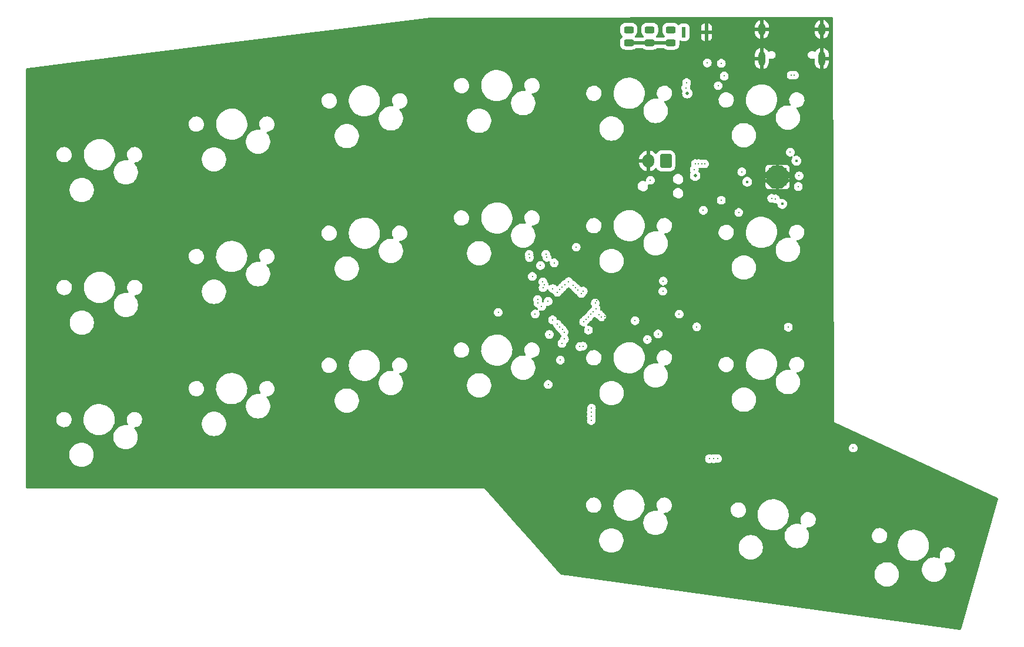
<source format=gtl>
%TF.GenerationSoftware,KiCad,Pcbnew,7.99.0-1450-gc37332bdb3*%
%TF.CreationDate,2023-08-19T09:53:15+01:00*%
%TF.ProjectId,benboard,62656e62-6f61-4726-942e-6b696361645f,rev?*%
%TF.SameCoordinates,Original*%
%TF.FileFunction,Copper,L1,Top*%
%TF.FilePolarity,Positive*%
%FSLAX46Y46*%
G04 Gerber Fmt 4.6, Leading zero omitted, Abs format (unit mm)*
G04 Created by KiCad (PCBNEW 7.99.0-1450-gc37332bdb3) date 2023-08-19 09:53:15*
%MOMM*%
%LPD*%
G01*
G04 APERTURE LIST*
G04 Aperture macros list*
%AMRoundRect*
0 Rectangle with rounded corners*
0 $1 Rounding radius*
0 $2 $3 $4 $5 $6 $7 $8 $9 X,Y pos of 4 corners*
0 Add a 4 corners polygon primitive as box body*
4,1,4,$2,$3,$4,$5,$6,$7,$8,$9,$2,$3,0*
0 Add four circle primitives for the rounded corners*
1,1,$1+$1,$2,$3*
1,1,$1+$1,$4,$5*
1,1,$1+$1,$6,$7*
1,1,$1+$1,$8,$9*
0 Add four rect primitives between the rounded corners*
20,1,$1+$1,$2,$3,$4,$5,0*
20,1,$1+$1,$4,$5,$6,$7,0*
20,1,$1+$1,$6,$7,$8,$9,0*
20,1,$1+$1,$8,$9,$2,$3,0*%
G04 Aperture macros list end*
%TA.AperFunction,SMDPad,CuDef*%
%ADD10RoundRect,0.243750X-0.456250X0.243750X-0.456250X-0.243750X0.456250X-0.243750X0.456250X0.243750X0*%
%TD*%
%TA.AperFunction,ComponentPad*%
%ADD11RoundRect,0.250000X0.600000X0.750000X-0.600000X0.750000X-0.600000X-0.750000X0.600000X-0.750000X0*%
%TD*%
%TA.AperFunction,ComponentPad*%
%ADD12O,1.700000X2.000000*%
%TD*%
%TA.AperFunction,SMDPad,CuDef*%
%ADD13R,0.550000X1.500000*%
%TD*%
%TA.AperFunction,ComponentPad*%
%ADD14O,1.000000X1.800000*%
%TD*%
%TA.AperFunction,ComponentPad*%
%ADD15O,1.000000X2.100000*%
%TD*%
%TA.AperFunction,ComponentPad*%
%ADD16C,0.500000*%
%TD*%
%TA.AperFunction,SMDPad,CuDef*%
%ADD17R,2.500000X2.500000*%
%TD*%
%TA.AperFunction,ViaPad*%
%ADD18C,0.250000*%
%TD*%
%TA.AperFunction,ViaPad*%
%ADD19C,0.400000*%
%TD*%
%TA.AperFunction,ViaPad*%
%ADD20C,0.500000*%
%TD*%
%TA.AperFunction,Conductor*%
%ADD21C,0.500000*%
%TD*%
G04 APERTURE END LIST*
D10*
%TO.P,D2,1,K*%
%TO.N,Net-(D2-K)*%
X152030000Y-44852500D03*
%TO.P,D2,2,A*%
%TO.N,+3V3*%
X152030000Y-46727500D03*
%TD*%
D11*
%TO.P,J4,1,Pin_1*%
%TO.N,VBAT*%
X154330000Y-63750000D03*
D12*
%TO.P,J4,2,Pin_2*%
%TO.N,GND*%
X151830000Y-63750000D03*
%TD*%
D13*
%TO.P,SW22,1,1*%
%TO.N,GND*%
X160185000Y-45190000D03*
%TO.P,SW22,2,2*%
%TO.N,RST*%
X156935000Y-45190000D03*
%TD*%
D10*
%TO.P,D3,1,K*%
%TO.N,Net-(D3-K)*%
X148990000Y-44852500D03*
%TO.P,D3,2,A*%
%TO.N,+3V3*%
X148990000Y-46727500D03*
%TD*%
%TO.P,D1,1,K*%
%TO.N,Net-(D1-K)*%
X155070000Y-44852500D03*
%TO.P,D1,2,A*%
%TO.N,+3V3*%
X155070000Y-46727500D03*
%TD*%
D14*
%TO.P,J1,S1,SHIELD*%
%TO.N,GND*%
X168160000Y-44790000D03*
D15*
X168160000Y-48990000D03*
D14*
X176800000Y-44790000D03*
D15*
X176800000Y-48990000D03*
%TD*%
D16*
%TO.P,U3,33,AVSS*%
%TO.N,GND*%
X171410000Y-67070000D03*
X171410000Y-66070000D03*
X171410000Y-65070000D03*
X170410000Y-67070000D03*
X170410000Y-66070000D03*
D17*
X170410000Y-66070000D03*
D16*
X170410000Y-65070000D03*
X169410000Y-67070000D03*
X169410000Y-66070000D03*
X169410000Y-65070000D03*
%TD*%
D18*
%TO.N,VBUS_MAIN*%
X136270000Y-78835000D03*
%TO.N,Net-(U1-XC1)*%
X156270000Y-85850000D03*
%TO.N,Net-(U1-XC2)*%
X158780000Y-87680000D03*
X144749928Y-85903909D03*
%TO.N,Net-(U1-XC1)*%
X145083010Y-86236990D03*
%TO.N,Net-(U1-DCC)*%
X153964500Y-81070000D03*
%TO.N,Net-(U1-DEC4)*%
X153900000Y-82550000D03*
%TO.N,Net-(U1-DEC3)*%
X149900000Y-86800000D03*
%TO.N,GND*%
X146000000Y-87300000D03*
X145600000Y-87000000D03*
X145660000Y-82730000D03*
X145600000Y-86600000D03*
X145600000Y-86200000D03*
X145600000Y-85800000D03*
X145600000Y-85000000D03*
X145600000Y-84600000D03*
X145600000Y-84200000D03*
X145264926Y-83864500D03*
X144853558Y-83864500D03*
X144410082Y-83864500D03*
X144100000Y-83000000D03*
X144500000Y-83000000D03*
X144900000Y-83000000D03*
X145300000Y-83000000D03*
X146400000Y-82500000D03*
X146800000Y-82500000D03*
X147250497Y-82500000D03*
X147700000Y-82500000D03*
X148100000Y-82500000D03*
X148500000Y-82500000D03*
X149000000Y-82300000D03*
X149300000Y-82000000D03*
X149600000Y-81700000D03*
X149900000Y-81400000D03*
X150200000Y-81100000D03*
X150600000Y-81100000D03*
X151000000Y-81100000D03*
X151400000Y-81100000D03*
X151800000Y-81100000D03*
X152200000Y-81100000D03*
X152600000Y-81100000D03*
X153000000Y-81300000D03*
X153000000Y-81700000D03*
X153000000Y-82100000D03*
X153000000Y-82600000D03*
X153000000Y-83000000D03*
X153000000Y-83400000D03*
X153000000Y-83800000D03*
X153000000Y-84200000D03*
X153000000Y-84600000D03*
X153000000Y-85000000D03*
X153000000Y-85400000D03*
X153000000Y-85800000D03*
X152600000Y-85800000D03*
X152200000Y-85800000D03*
X151800000Y-85800000D03*
X151400000Y-85800000D03*
X151000000Y-85800000D03*
X150600000Y-85800000D03*
X150200000Y-85800000D03*
X149800000Y-85800000D03*
X149400000Y-85800000D03*
X149000000Y-85800000D03*
X149000000Y-86200000D03*
X149000000Y-86600000D03*
X149000000Y-87000000D03*
X148800000Y-87300000D03*
X148400000Y-87300000D03*
X148000000Y-87300000D03*
X147600000Y-87300000D03*
X147200000Y-87300000D03*
X146800000Y-87300000D03*
X146400000Y-87300000D03*
D19*
%TO.N,VBAT*%
X166062583Y-66762417D03*
D18*
%TO.N,Net-(U1-DEC4)*%
X144167947Y-84243212D03*
X142392570Y-90466259D03*
%TO.N,Net-(U1-DECUSB)*%
X137376922Y-84015730D03*
X135107343Y-80420000D03*
%TO.N,Net-(U1-DEC3)*%
X144284875Y-85074876D03*
%TO.N,Net-(U1-DEC5)*%
X142444751Y-82525046D03*
X141424500Y-76200000D03*
%TO.N,VDD_NRF*%
X135520000Y-85820000D03*
D19*
X171095000Y-69960000D03*
D18*
X143875876Y-85524124D03*
X140340000Y-81170000D03*
X138049026Y-82169889D03*
X139735500Y-89446239D03*
D19*
X173140000Y-63730000D03*
D18*
%TO.N,GND*%
X146000000Y-91000000D03*
X66000000Y-108400000D03*
X145600000Y-85400000D03*
X141800000Y-72200000D03*
X132754741Y-80379925D03*
X168800000Y-51000000D03*
X151305000Y-84945000D03*
X181600000Y-124600000D03*
X146000000Y-82500000D03*
X146000000Y-91000000D03*
X173570000Y-64895500D03*
X181355866Y-107174442D03*
X66200000Y-70600000D03*
X135720000Y-82550000D03*
X157350000Y-66560000D03*
X176200000Y-51000000D03*
X104633252Y-62200000D03*
X143200000Y-116000000D03*
X143509627Y-84083063D03*
X178400000Y-108330000D03*
X104200000Y-101400000D03*
X154370000Y-102830000D03*
X161400000Y-76600000D03*
X151305000Y-81995000D03*
X135600000Y-86800000D03*
X130000000Y-82800000D03*
X162400000Y-100400000D03*
X169370000Y-71604500D03*
X171610000Y-51340000D03*
X172600000Y-45800000D03*
X175830000Y-62970000D03*
X161400000Y-62800000D03*
%TO.N,Net-(U1-XL2{slash}P0.01)*%
X139423078Y-88077924D03*
X139143642Y-92481449D03*
%TO.N,Net-(U1-XL1{slash}P0.00)*%
X139375000Y-90075000D03*
X139689321Y-88440094D03*
%TO.N,D+*%
X172849503Y-51400000D03*
X162750000Y-51514500D03*
X135878461Y-83766050D03*
X162330000Y-49670000D03*
X161880000Y-52910000D03*
%TO.N,D-*%
X135915454Y-84267588D03*
X160300000Y-49630000D03*
X172400000Y-51400000D03*
%TO.N,SW2*%
X136649213Y-82049500D03*
X138713230Y-82687209D03*
%TO.N,SW3*%
X138027136Y-86683546D03*
X130200000Y-85600000D03*
%TO.N,SW5*%
X136800500Y-81613214D03*
X139066784Y-82333656D03*
%TO.N,SW8*%
X139418553Y-81978862D03*
X136624500Y-81200000D03*
%TO.N,SW11*%
X138268461Y-78468462D03*
X139766030Y-81605845D03*
%TO.N,SW12*%
X137400000Y-96000000D03*
X139072175Y-87736211D03*
%TO.N,SW15*%
X143625167Y-99424833D03*
X142166287Y-82877905D03*
%TO.N,SW19*%
X140965661Y-81677325D03*
X143600000Y-101200000D03*
%TO.N,SW20*%
X141319192Y-82030903D03*
X143600000Y-100600000D03*
%TO.N,SW21*%
X141672782Y-82384419D03*
X143600000Y-100000000D03*
%TO.N,SDA*%
X170135500Y-69235946D03*
X134646561Y-77244806D03*
X137067549Y-77220306D03*
X137575956Y-88777932D03*
%TO.N,VBUS_MAIN*%
X165280000Y-65320000D03*
X136448872Y-84738094D03*
%TO.N,VIK_RGB*%
X142840000Y-86620000D03*
X160617231Y-106713804D03*
%TO.N,VIK_A0*%
X153233602Y-88711898D03*
X143185061Y-88154939D03*
%TO.N,VIK_A1*%
X151665580Y-89509500D03*
X142500000Y-86970000D03*
%TO.N,RST*%
X173420000Y-67440000D03*
D20*
%TO.N,VBUS_IN*%
X158559097Y-65897319D03*
X157430000Y-54000000D03*
D18*
%TO.N,Net-(U1-DCC)*%
X141950000Y-90544900D03*
%TO.N,VSYS*%
X164850000Y-71180000D03*
X173540000Y-65910000D03*
%TO.N,+5V*%
X171980000Y-87740000D03*
X181330366Y-105160580D03*
%TO.N,+3V3*%
X153440000Y-46727500D03*
X172255000Y-62505000D03*
X152120000Y-66550000D03*
%TO.N,Net-(D1-K)*%
X155070000Y-44810000D03*
X159945500Y-64174500D03*
%TO.N,Net-(D2-K)*%
X152040000Y-44890000D03*
X159496037Y-64180450D03*
%TO.N,Net-(D3-K)*%
X159048373Y-64139835D03*
X148990000Y-44940000D03*
%TO.N,CC1*%
X157220000Y-53220000D03*
X158434500Y-64995611D03*
%TO.N,CC2*%
X158599507Y-64163757D03*
X157330000Y-52470000D03*
%TO.N,VIK_SDA*%
X143550000Y-85870000D03*
X161789548Y-106685452D03*
%TO.N,VIK_SCL*%
X143220000Y-86260000D03*
X161201881Y-106698119D03*
%TO.N,SCK*%
X162320000Y-69435500D03*
X134709833Y-77689833D03*
X137204999Y-77648974D03*
X169584500Y-69160500D03*
X138713454Y-87312633D03*
X159730000Y-70894500D03*
%TD*%
D21*
%TO.N,+3V3*%
X148990000Y-46727500D02*
X155070000Y-46727500D01*
%TD*%
%TA.AperFunction,Conductor*%
%TO.N,GND*%
G36*
X178342841Y-43020252D02*
G01*
X178388659Y-43073001D01*
X178399925Y-43124222D01*
X178599494Y-101398572D01*
X178599464Y-101400112D01*
X178599533Y-101400301D01*
X178599683Y-101400449D01*
X178601208Y-101401114D01*
X202103622Y-112355630D01*
X202156069Y-112401793D01*
X202175232Y-112468984D01*
X202170512Y-112501921D01*
X196829127Y-131295683D01*
X196791865Y-131354787D01*
X196728564Y-131384363D01*
X196692793Y-131384604D01*
X140026429Y-123514277D01*
X184407657Y-123514277D01*
X184415978Y-123569478D01*
X184446761Y-123773705D01*
X184446762Y-123773707D01*
X184446763Y-123773713D01*
X184524095Y-124024416D01*
X184637924Y-124260786D01*
X184637925Y-124260787D01*
X184637927Y-124260790D01*
X184637929Y-124260794D01*
X184761666Y-124442282D01*
X184785724Y-124477569D01*
X184964171Y-124669891D01*
X184964175Y-124669894D01*
X184964176Y-124669895D01*
X185169300Y-124833476D01*
X185396514Y-124964658D01*
X185640741Y-125060510D01*
X185896527Y-125118892D01*
X185896533Y-125118892D01*
X185896536Y-125118893D01*
X186092657Y-125133590D01*
X186092663Y-125133590D01*
X186223657Y-125133590D01*
X186419777Y-125118893D01*
X186419779Y-125118892D01*
X186419787Y-125118892D01*
X186675573Y-125060510D01*
X186919800Y-124964658D01*
X187147014Y-124833476D01*
X187352138Y-124669895D01*
X187530590Y-124477569D01*
X187678385Y-124260794D01*
X187792220Y-124024413D01*
X187869553Y-123773705D01*
X187908657Y-123514272D01*
X187908657Y-123251908D01*
X187869553Y-122992475D01*
X187817267Y-122822969D01*
X191211787Y-122822969D01*
X191232081Y-122957605D01*
X191250891Y-123082397D01*
X191250892Y-123082399D01*
X191250893Y-123082405D01*
X191328225Y-123333108D01*
X191442054Y-123569478D01*
X191442055Y-123569479D01*
X191442057Y-123569482D01*
X191442059Y-123569486D01*
X191581293Y-123773705D01*
X191589854Y-123786261D01*
X191768301Y-123978583D01*
X191768305Y-123978586D01*
X191768306Y-123978587D01*
X191973430Y-124142168D01*
X192200644Y-124273350D01*
X192444871Y-124369202D01*
X192700657Y-124427584D01*
X192700663Y-124427584D01*
X192700666Y-124427585D01*
X192896787Y-124442282D01*
X192896793Y-124442282D01*
X193027787Y-124442282D01*
X193223907Y-124427585D01*
X193223909Y-124427584D01*
X193223917Y-124427584D01*
X193479703Y-124369202D01*
X193723930Y-124273350D01*
X193951144Y-124142168D01*
X194156268Y-123978587D01*
X194334720Y-123786261D01*
X194482515Y-123569486D01*
X194596350Y-123333105D01*
X194673683Y-123082397D01*
X194712787Y-122822964D01*
X194712787Y-122560600D01*
X194673683Y-122301167D01*
X194596350Y-122050459D01*
X194499616Y-121849590D01*
X194488265Y-121780650D01*
X194515987Y-121716516D01*
X194573982Y-121677550D01*
X194634802Y-121674031D01*
X194700292Y-121686653D01*
X194778036Y-121701637D01*
X194778037Y-121701637D01*
X194935669Y-121701637D01*
X194935676Y-121701637D01*
X195092597Y-121686653D01*
X195294419Y-121627393D01*
X195481378Y-121531008D01*
X195646718Y-121400984D01*
X195784463Y-121242018D01*
X195889634Y-121059856D01*
X195958430Y-120861083D01*
X195988365Y-120652882D01*
X195978356Y-120442778D01*
X195928766Y-120238366D01*
X195841387Y-120047032D01*
X195813925Y-120008467D01*
X195719381Y-119875697D01*
X195719375Y-119875691D01*
X195567147Y-119730542D01*
X195567145Y-119730540D01*
X195390194Y-119616821D01*
X195390192Y-119616820D01*
X195194929Y-119538647D01*
X195194922Y-119538644D01*
X195194920Y-119538644D01*
X195194917Y-119538643D01*
X195194916Y-119538643D01*
X194988380Y-119498837D01*
X194988379Y-119498837D01*
X194830740Y-119498837D01*
X194673818Y-119513820D01*
X194673819Y-119513821D01*
X194673815Y-119513822D01*
X194471999Y-119573080D01*
X194285039Y-119669465D01*
X194119698Y-119799489D01*
X194119697Y-119799490D01*
X193981957Y-119958451D01*
X193981948Y-119958462D01*
X193876782Y-120140616D01*
X193807987Y-120339385D01*
X193807986Y-120339390D01*
X193807986Y-120339391D01*
X193778051Y-120547592D01*
X193788060Y-120757696D01*
X193814891Y-120868293D01*
X193833092Y-120943320D01*
X193829767Y-121013111D01*
X193789239Y-121070025D01*
X193724374Y-121095993D01*
X193667285Y-121087982D01*
X193479708Y-121014364D01*
X193479703Y-121014362D01*
X193479698Y-121014360D01*
X193479689Y-121014358D01*
X193250765Y-120962108D01*
X193223917Y-120955980D01*
X193223916Y-120955979D01*
X193223912Y-120955979D01*
X193223907Y-120955978D01*
X193027787Y-120941282D01*
X193027781Y-120941282D01*
X192896793Y-120941282D01*
X192896787Y-120941282D01*
X192700666Y-120955978D01*
X192700661Y-120955979D01*
X192444884Y-121014358D01*
X192444865Y-121014364D01*
X192200643Y-121110214D01*
X191973430Y-121241396D01*
X191768301Y-121404980D01*
X191589854Y-121597302D01*
X191442055Y-121814084D01*
X191442054Y-121814085D01*
X191328225Y-122050455D01*
X191250893Y-122301158D01*
X191250892Y-122301163D01*
X191250891Y-122301167D01*
X191236140Y-122399029D01*
X191211787Y-122560594D01*
X191211787Y-122822969D01*
X187817267Y-122822969D01*
X187792220Y-122741767D01*
X187704972Y-122560594D01*
X187678389Y-122505393D01*
X187678388Y-122505392D01*
X187678387Y-122505391D01*
X187678385Y-122505386D01*
X187530590Y-122288611D01*
X187520598Y-122277843D01*
X187352142Y-122096288D01*
X187294669Y-122050455D01*
X187147014Y-121932704D01*
X186919800Y-121801522D01*
X186675573Y-121705670D01*
X186675568Y-121705668D01*
X186675559Y-121705666D01*
X186457975Y-121656004D01*
X186419787Y-121647288D01*
X186419786Y-121647287D01*
X186419782Y-121647287D01*
X186419777Y-121647286D01*
X186223657Y-121632590D01*
X186223651Y-121632590D01*
X186092663Y-121632590D01*
X186092657Y-121632590D01*
X185896536Y-121647286D01*
X185896531Y-121647287D01*
X185640754Y-121705666D01*
X185640735Y-121705672D01*
X185396513Y-121801522D01*
X185169300Y-121932704D01*
X184964171Y-122096288D01*
X184785724Y-122288610D01*
X184637925Y-122505392D01*
X184637924Y-122505393D01*
X184524095Y-122741763D01*
X184446763Y-122992466D01*
X184446762Y-122992471D01*
X184446761Y-122992475D01*
X184433207Y-123082397D01*
X184407657Y-123251902D01*
X184407657Y-123514277D01*
X140026429Y-123514277D01*
X139245582Y-123405826D01*
X139181887Y-123377106D01*
X139169879Y-123365293D01*
X139141328Y-123333108D01*
X134952527Y-118611187D01*
X144744500Y-118611187D01*
X144754652Y-118678534D01*
X144783604Y-118870615D01*
X144783605Y-118870617D01*
X144783606Y-118870623D01*
X144860938Y-119121326D01*
X144974767Y-119357696D01*
X144974768Y-119357697D01*
X144974770Y-119357700D01*
X144974772Y-119357704D01*
X145098135Y-119538644D01*
X145122567Y-119574479D01*
X145301014Y-119766801D01*
X145301018Y-119766804D01*
X145301019Y-119766805D01*
X145506143Y-119930386D01*
X145733357Y-120061568D01*
X145977584Y-120157420D01*
X146233370Y-120215802D01*
X146233376Y-120215802D01*
X146233379Y-120215803D01*
X146429500Y-120230500D01*
X146429506Y-120230500D01*
X146560500Y-120230500D01*
X146756620Y-120215803D01*
X146756622Y-120215802D01*
X146756630Y-120215802D01*
X147012416Y-120157420D01*
X147256643Y-120061568D01*
X147483857Y-119930386D01*
X147688981Y-119766805D01*
X147836099Y-119608249D01*
X164827220Y-119608249D01*
X164845654Y-119730541D01*
X164866324Y-119867677D01*
X164866325Y-119867679D01*
X164866326Y-119867685D01*
X164943658Y-120118388D01*
X165057487Y-120354758D01*
X165057488Y-120354759D01*
X165057490Y-120354762D01*
X165057492Y-120354766D01*
X165117496Y-120442775D01*
X165205287Y-120571541D01*
X165383734Y-120763863D01*
X165383738Y-120763866D01*
X165383739Y-120763867D01*
X165588863Y-120927448D01*
X165816077Y-121058630D01*
X166060304Y-121154482D01*
X166316090Y-121212864D01*
X166316096Y-121212864D01*
X166316099Y-121212865D01*
X166512220Y-121227562D01*
X166512226Y-121227562D01*
X166643220Y-121227562D01*
X166839340Y-121212865D01*
X166839342Y-121212864D01*
X166839350Y-121212864D01*
X167095136Y-121154482D01*
X167339363Y-121058630D01*
X167566577Y-120927448D01*
X167771701Y-120763867D01*
X167950153Y-120571541D01*
X168097948Y-120354766D01*
X168211783Y-120118385D01*
X168289116Y-119867677D01*
X168328220Y-119608244D01*
X168328220Y-119345880D01*
X168289116Y-119086447D01*
X168211783Y-118835739D01*
X168199841Y-118810942D01*
X168097952Y-118599365D01*
X168097951Y-118599364D01*
X168097950Y-118599363D01*
X168097948Y-118599358D01*
X167950153Y-118382583D01*
X167835838Y-118259380D01*
X167771705Y-118190260D01*
X167682306Y-118118967D01*
X167566577Y-118026676D01*
X167480045Y-117976717D01*
X171468922Y-117976717D01*
X171485905Y-118089385D01*
X171508026Y-118236145D01*
X171508027Y-118236147D01*
X171508028Y-118236153D01*
X171585360Y-118486856D01*
X171699189Y-118723226D01*
X171699190Y-118723227D01*
X171699192Y-118723230D01*
X171699194Y-118723234D01*
X171810286Y-118886175D01*
X171846989Y-118940009D01*
X172025436Y-119132331D01*
X172025440Y-119132334D01*
X172025441Y-119132335D01*
X172230565Y-119295916D01*
X172457779Y-119427098D01*
X172702006Y-119522950D01*
X172957792Y-119581332D01*
X172957798Y-119581332D01*
X172957801Y-119581333D01*
X173153922Y-119596030D01*
X173153928Y-119596030D01*
X173284922Y-119596030D01*
X173481042Y-119581333D01*
X173481044Y-119581332D01*
X173481052Y-119581332D01*
X173736838Y-119522950D01*
X173981065Y-119427098D01*
X174208279Y-119295916D01*
X174234299Y-119275166D01*
X187751832Y-119275166D01*
X187781909Y-119574141D01*
X187781910Y-119574148D01*
X187851567Y-119866440D01*
X187851570Y-119866452D01*
X187959565Y-120146852D01*
X187959572Y-120146867D01*
X188103978Y-120410374D01*
X188103982Y-120410380D01*
X188195295Y-120534311D01*
X188282222Y-120652289D01*
X188491120Y-120868288D01*
X188726945Y-121054517D01*
X188985486Y-121207651D01*
X189262132Y-121324959D01*
X189262135Y-121324959D01*
X189262138Y-121324961D01*
X189407038Y-121364652D01*
X189551945Y-121404347D01*
X189849754Y-121444399D01*
X189849759Y-121444399D01*
X190075040Y-121444399D01*
X190238512Y-121433455D01*
X190299818Y-121429351D01*
X190594286Y-121369498D01*
X190878150Y-121270930D01*
X191146342Y-121135406D01*
X191394079Y-120965345D01*
X191616938Y-120763781D01*
X191810942Y-120534311D01*
X191972630Y-120281031D01*
X192099117Y-120008459D01*
X192188145Y-119721461D01*
X192238125Y-119425157D01*
X192248166Y-119124835D01*
X192218088Y-118825854D01*
X192148429Y-118533550D01*
X192040430Y-118253139D01*
X191896020Y-117989624D01*
X191886506Y-117976712D01*
X191794915Y-117852403D01*
X191717776Y-117747709D01*
X191508878Y-117531710D01*
X191508871Y-117531704D01*
X191273054Y-117345482D01*
X191273055Y-117345482D01*
X191273053Y-117345481D01*
X191014512Y-117192347D01*
X190737866Y-117075039D01*
X190737859Y-117075036D01*
X190448058Y-116995652D01*
X190448055Y-116995651D01*
X190448053Y-116995651D01*
X190150244Y-116955599D01*
X189924966Y-116955599D01*
X189924958Y-116955599D01*
X189700182Y-116970646D01*
X189700173Y-116970648D01*
X189405709Y-117030500D01*
X189121846Y-117129068D01*
X189121843Y-117129070D01*
X188853661Y-117264588D01*
X188605917Y-117434654D01*
X188383061Y-117636215D01*
X188189057Y-117865685D01*
X188189055Y-117865687D01*
X188027365Y-118118971D01*
X187918778Y-118352971D01*
X187900881Y-118391539D01*
X187885372Y-118441535D01*
X187811853Y-118678534D01*
X187779453Y-118870617D01*
X187761873Y-118974841D01*
X187756608Y-119132331D01*
X187751832Y-119275166D01*
X174234299Y-119275166D01*
X174413403Y-119132335D01*
X174420369Y-119124828D01*
X174455981Y-119086447D01*
X174591855Y-118940009D01*
X174739650Y-118723234D01*
X174853485Y-118486853D01*
X174930818Y-118236145D01*
X174969922Y-117976712D01*
X174969922Y-117747116D01*
X184011633Y-117747116D01*
X184021642Y-117957220D01*
X184071232Y-118161632D01*
X184115872Y-118259380D01*
X184158610Y-118352965D01*
X184158614Y-118352971D01*
X184280616Y-118524300D01*
X184280621Y-118524305D01*
X184432853Y-118669458D01*
X184609804Y-118783177D01*
X184805078Y-118861354D01*
X184933874Y-118886177D01*
X185011618Y-118901161D01*
X185011619Y-118901161D01*
X185169251Y-118901161D01*
X185169258Y-118901161D01*
X185326179Y-118886177D01*
X185528001Y-118826917D01*
X185714960Y-118730532D01*
X185880300Y-118600508D01*
X186018045Y-118441542D01*
X186123216Y-118259380D01*
X186192012Y-118060607D01*
X186221947Y-117852406D01*
X186211938Y-117642302D01*
X186162348Y-117437890D01*
X186074969Y-117246556D01*
X186074965Y-117246550D01*
X185952963Y-117075221D01*
X185952957Y-117075215D01*
X185800729Y-116930066D01*
X185800727Y-116930064D01*
X185623776Y-116816345D01*
X185623774Y-116816344D01*
X185428511Y-116738171D01*
X185428504Y-116738168D01*
X185428502Y-116738168D01*
X185428499Y-116738167D01*
X185428498Y-116738167D01*
X185221962Y-116698361D01*
X185221961Y-116698361D01*
X185064322Y-116698361D01*
X184907400Y-116713345D01*
X184907401Y-116713345D01*
X184907397Y-116713346D01*
X184705581Y-116772604D01*
X184518621Y-116868989D01*
X184353280Y-116999013D01*
X184353279Y-116999014D01*
X184215539Y-117157975D01*
X184215530Y-117157986D01*
X184110364Y-117340140D01*
X184041569Y-117538909D01*
X184041568Y-117538914D01*
X184041568Y-117538915D01*
X184011633Y-117747116D01*
X174969922Y-117747116D01*
X174969922Y-117714348D01*
X174930818Y-117454915D01*
X174853485Y-117204207D01*
X174776526Y-117044400D01*
X174739654Y-116967833D01*
X174739653Y-116967832D01*
X174739652Y-116967831D01*
X174739650Y-116967826D01*
X174626761Y-116802249D01*
X174605262Y-116735771D01*
X174623116Y-116668221D01*
X174674656Y-116621047D01*
X174729216Y-116608399D01*
X174883023Y-116608399D01*
X174883030Y-116608399D01*
X175039951Y-116593415D01*
X175241773Y-116534155D01*
X175428732Y-116437770D01*
X175594072Y-116307746D01*
X175731817Y-116148780D01*
X175836988Y-115966618D01*
X175905784Y-115767845D01*
X175935719Y-115559644D01*
X175925710Y-115349540D01*
X175876120Y-115145128D01*
X175788741Y-114953794D01*
X175788737Y-114953788D01*
X175666735Y-114782459D01*
X175666729Y-114782453D01*
X175514501Y-114637304D01*
X175514499Y-114637302D01*
X175337548Y-114523583D01*
X175337546Y-114523582D01*
X175142283Y-114445409D01*
X175142276Y-114445406D01*
X175142274Y-114445406D01*
X175142271Y-114445405D01*
X175142270Y-114445405D01*
X174935734Y-114405599D01*
X174935733Y-114405599D01*
X174778094Y-114405599D01*
X174621173Y-114420582D01*
X174621173Y-114420583D01*
X174621169Y-114420584D01*
X174419353Y-114479842D01*
X174232393Y-114576227D01*
X174067052Y-114706251D01*
X174067051Y-114706252D01*
X173929311Y-114865213D01*
X173929302Y-114865224D01*
X173824136Y-115047378D01*
X173755341Y-115246147D01*
X173755340Y-115246152D01*
X173755340Y-115246153D01*
X173725405Y-115454354D01*
X173735414Y-115664458D01*
X173755403Y-115746853D01*
X173785004Y-115868871D01*
X173785006Y-115868875D01*
X173838937Y-115986968D01*
X173848881Y-116056126D01*
X173819856Y-116119682D01*
X173761078Y-116157456D01*
X173698551Y-116159370D01*
X173504562Y-116115094D01*
X173481052Y-116109728D01*
X173481051Y-116109727D01*
X173481047Y-116109727D01*
X173481042Y-116109726D01*
X173284922Y-116095030D01*
X173284916Y-116095030D01*
X173153928Y-116095030D01*
X173153922Y-116095030D01*
X172957801Y-116109726D01*
X172957796Y-116109727D01*
X172702019Y-116168106D01*
X172702000Y-116168112D01*
X172457778Y-116263962D01*
X172230565Y-116395144D01*
X172025436Y-116558728D01*
X171846989Y-116751050D01*
X171699190Y-116967832D01*
X171699189Y-116967833D01*
X171585360Y-117204203D01*
X171508028Y-117454906D01*
X171508027Y-117454911D01*
X171508026Y-117454915D01*
X171496452Y-117531704D01*
X171468922Y-117714342D01*
X171468922Y-117976717D01*
X167480045Y-117976717D01*
X167339363Y-117895494D01*
X167095136Y-117799642D01*
X167095131Y-117799640D01*
X167095122Y-117799638D01*
X166865015Y-117747118D01*
X166839350Y-117741260D01*
X166839349Y-117741259D01*
X166839345Y-117741259D01*
X166839340Y-117741258D01*
X166643220Y-117726562D01*
X166643214Y-117726562D01*
X166512226Y-117726562D01*
X166512220Y-117726562D01*
X166316099Y-117741258D01*
X166316094Y-117741259D01*
X166060317Y-117799638D01*
X166060298Y-117799644D01*
X165816076Y-117895494D01*
X165588863Y-118026676D01*
X165383734Y-118190260D01*
X165205287Y-118382582D01*
X165057488Y-118599364D01*
X165057487Y-118599365D01*
X164943658Y-118835735D01*
X164866326Y-119086438D01*
X164866325Y-119086443D01*
X164866324Y-119086447D01*
X164851573Y-119184309D01*
X164827220Y-119345874D01*
X164827220Y-119608249D01*
X147836099Y-119608249D01*
X147867433Y-119574479D01*
X148015228Y-119357704D01*
X148129063Y-119121323D01*
X148206396Y-118870615D01*
X148245500Y-118611182D01*
X148245500Y-118348818D01*
X148206396Y-118089385D01*
X148129063Y-117838677D01*
X148084970Y-117747116D01*
X148015232Y-117602303D01*
X148015231Y-117602302D01*
X148015230Y-117602301D01*
X148015228Y-117602296D01*
X147867433Y-117385521D01*
X147857441Y-117374753D01*
X147688985Y-117193198D01*
X147541041Y-117075217D01*
X147483857Y-117029614D01*
X147256643Y-116898432D01*
X147012416Y-116802580D01*
X147012411Y-116802578D01*
X147012402Y-116802576D01*
X146786650Y-116751050D01*
X146756630Y-116744198D01*
X146756629Y-116744197D01*
X146756625Y-116744197D01*
X146756620Y-116744196D01*
X146560500Y-116729500D01*
X146560494Y-116729500D01*
X146429506Y-116729500D01*
X146429500Y-116729500D01*
X146233379Y-116744196D01*
X146233374Y-116744197D01*
X145977597Y-116802576D01*
X145977578Y-116802582D01*
X145733356Y-116898432D01*
X145506143Y-117029614D01*
X145301014Y-117193198D01*
X145122567Y-117385520D01*
X144974768Y-117602302D01*
X144974767Y-117602303D01*
X144860938Y-117838673D01*
X144783606Y-118089376D01*
X144783605Y-118089381D01*
X144783604Y-118089385D01*
X144779145Y-118118971D01*
X144744500Y-118348812D01*
X144744500Y-118611187D01*
X134952527Y-118611187D01*
X132699301Y-116071187D01*
X151094500Y-116071187D01*
X151106195Y-116148773D01*
X151133604Y-116330615D01*
X151133605Y-116330617D01*
X151133606Y-116330623D01*
X151210938Y-116581326D01*
X151324767Y-116817696D01*
X151324768Y-116817697D01*
X151324770Y-116817700D01*
X151324772Y-116817704D01*
X151446095Y-116995652D01*
X151472567Y-117034479D01*
X151651014Y-117226801D01*
X151651018Y-117226804D01*
X151651019Y-117226805D01*
X151856143Y-117390386D01*
X152083357Y-117521568D01*
X152327584Y-117617420D01*
X152583370Y-117675802D01*
X152583376Y-117675802D01*
X152583379Y-117675803D01*
X152779500Y-117690500D01*
X152779506Y-117690500D01*
X152910500Y-117690500D01*
X153106620Y-117675803D01*
X153106622Y-117675802D01*
X153106630Y-117675802D01*
X153362416Y-117617420D01*
X153606643Y-117521568D01*
X153833857Y-117390386D01*
X154038981Y-117226805D01*
X154070167Y-117193195D01*
X154078945Y-117183733D01*
X154217433Y-117034479D01*
X154365228Y-116817704D01*
X154365883Y-116816345D01*
X154400627Y-116744197D01*
X154479063Y-116581323D01*
X154556396Y-116330615D01*
X154595500Y-116071182D01*
X154595500Y-115808818D01*
X154556396Y-115549385D01*
X154479063Y-115298677D01*
X154453766Y-115246147D01*
X154365232Y-115062303D01*
X154365231Y-115062302D01*
X154365230Y-115062301D01*
X154365228Y-115062296D01*
X154217433Y-114845521D01*
X154158920Y-114782459D01*
X154090717Y-114708953D01*
X154059549Y-114646421D01*
X154067136Y-114576964D01*
X154111070Y-114522635D01*
X154169824Y-114501174D01*
X154324389Y-114486416D01*
X154526211Y-114427156D01*
X154713170Y-114330771D01*
X154878510Y-114200747D01*
X155016255Y-114041781D01*
X155017077Y-114040358D01*
X163664281Y-114040358D01*
X163664349Y-114041781D01*
X163674290Y-114250460D01*
X163723880Y-114454872D01*
X163768520Y-114552620D01*
X163811258Y-114646205D01*
X163811262Y-114646211D01*
X163933264Y-114817540D01*
X163933269Y-114817545D01*
X164085501Y-114962698D01*
X164262452Y-115076417D01*
X164457726Y-115154594D01*
X164586522Y-115179417D01*
X164664266Y-115194401D01*
X164664267Y-115194401D01*
X164821899Y-115194401D01*
X164821906Y-115194401D01*
X164978827Y-115179417D01*
X165180649Y-115120157D01*
X165367608Y-115023772D01*
X165532948Y-114893748D01*
X165549049Y-114875167D01*
X167551833Y-114875167D01*
X167581910Y-115174142D01*
X167581911Y-115174149D01*
X167651568Y-115466441D01*
X167651571Y-115466453D01*
X167759566Y-115746853D01*
X167759573Y-115746868D01*
X167903979Y-116010375D01*
X167903983Y-116010381D01*
X167995296Y-116134312D01*
X168082223Y-116252290D01*
X168291121Y-116468289D01*
X168526946Y-116654518D01*
X168785487Y-116807652D01*
X169062133Y-116924960D01*
X169062136Y-116924960D01*
X169062139Y-116924962D01*
X169173983Y-116955599D01*
X169351946Y-117004348D01*
X169649755Y-117044400D01*
X169649760Y-117044400D01*
X169875041Y-117044400D01*
X170038513Y-117033456D01*
X170099819Y-117029352D01*
X170394287Y-116969499D01*
X170678151Y-116870931D01*
X170946343Y-116735407D01*
X171194080Y-116565346D01*
X171416939Y-116363782D01*
X171610943Y-116134312D01*
X171772631Y-115881032D01*
X171899118Y-115608460D01*
X171988146Y-115321462D01*
X172038126Y-115025158D01*
X172048167Y-114724836D01*
X172018089Y-114425855D01*
X171948430Y-114133551D01*
X171840431Y-113853140D01*
X171696021Y-113589625D01*
X171672322Y-113557461D01*
X171604702Y-113465686D01*
X171517777Y-113347710D01*
X171308879Y-113131711D01*
X171308872Y-113131705D01*
X171073055Y-112945483D01*
X171073056Y-112945483D01*
X171073054Y-112945482D01*
X170814513Y-112792348D01*
X170557128Y-112683207D01*
X170537860Y-112675037D01*
X170248059Y-112595653D01*
X170248056Y-112595652D01*
X170248054Y-112595652D01*
X169950245Y-112555600D01*
X169724967Y-112555600D01*
X169724959Y-112555600D01*
X169500183Y-112570647D01*
X169500174Y-112570649D01*
X169205710Y-112630501D01*
X168921847Y-112729069D01*
X168921844Y-112729071D01*
X168653662Y-112864589D01*
X168405918Y-113034655D01*
X168183062Y-113236216D01*
X167989058Y-113465686D01*
X167989056Y-113465688D01*
X167827366Y-113718972D01*
X167718672Y-113953203D01*
X167700882Y-113991540D01*
X167677645Y-114066449D01*
X167611854Y-114278535D01*
X167576250Y-114489614D01*
X167561874Y-114574842D01*
X167553760Y-114817545D01*
X167551833Y-114875167D01*
X165549049Y-114875167D01*
X165670693Y-114734782D01*
X165775864Y-114552620D01*
X165844660Y-114353847D01*
X165874595Y-114145646D01*
X165864586Y-113935542D01*
X165814996Y-113731130D01*
X165727617Y-113539796D01*
X165681593Y-113475164D01*
X165605611Y-113368461D01*
X165605605Y-113368455D01*
X165453377Y-113223306D01*
X165453375Y-113223304D01*
X165276424Y-113109585D01*
X165276422Y-113109584D01*
X165081159Y-113031411D01*
X165081152Y-113031408D01*
X165081150Y-113031408D01*
X165081147Y-113031407D01*
X165081146Y-113031407D01*
X164874610Y-112991601D01*
X164874609Y-112991601D01*
X164716970Y-112991601D01*
X164560048Y-113006585D01*
X164560049Y-113006585D01*
X164560045Y-113006586D01*
X164358229Y-113065844D01*
X164171269Y-113162229D01*
X164005928Y-113292253D01*
X164005927Y-113292254D01*
X163868187Y-113451215D01*
X163868178Y-113451226D01*
X163763012Y-113633380D01*
X163694217Y-113832149D01*
X163694216Y-113832154D01*
X163694216Y-113832155D01*
X163681376Y-113921462D01*
X163664281Y-114040358D01*
X155017077Y-114040358D01*
X155121426Y-113859619D01*
X155190222Y-113660846D01*
X155220157Y-113452645D01*
X155210148Y-113242541D01*
X155160558Y-113038129D01*
X155073179Y-112846795D01*
X155073175Y-112846789D01*
X154951173Y-112675460D01*
X154951167Y-112675454D01*
X154798939Y-112530305D01*
X154798937Y-112530303D01*
X154621986Y-112416584D01*
X154621984Y-112416583D01*
X154426721Y-112338410D01*
X154426714Y-112338407D01*
X154426712Y-112338407D01*
X154426709Y-112338406D01*
X154426708Y-112338406D01*
X154220172Y-112298600D01*
X154220171Y-112298600D01*
X154062532Y-112298600D01*
X153905610Y-112313584D01*
X153905611Y-112313584D01*
X153905607Y-112313585D01*
X153703791Y-112372843D01*
X153516831Y-112469228D01*
X153351490Y-112599252D01*
X153351489Y-112599253D01*
X153213749Y-112758214D01*
X153213740Y-112758225D01*
X153108574Y-112940379D01*
X153039779Y-113139148D01*
X153039778Y-113139153D01*
X153039778Y-113139154D01*
X153009843Y-113347355D01*
X153019852Y-113557459D01*
X153069442Y-113761871D01*
X153148753Y-113935539D01*
X153156820Y-113953203D01*
X153195117Y-114006984D01*
X153217969Y-114073011D01*
X153201496Y-114140912D01*
X153150929Y-114189127D01*
X153084843Y-114202564D01*
X152910500Y-114189500D01*
X152910494Y-114189500D01*
X152779506Y-114189500D01*
X152779500Y-114189500D01*
X152583379Y-114204196D01*
X152583374Y-114204197D01*
X152327597Y-114262576D01*
X152327578Y-114262582D01*
X152083356Y-114358432D01*
X151856143Y-114489614D01*
X151651014Y-114653198D01*
X151472567Y-114845520D01*
X151324768Y-115062302D01*
X151324767Y-115062303D01*
X151210938Y-115298673D01*
X151133606Y-115549376D01*
X151133605Y-115549381D01*
X151133604Y-115549385D01*
X151121551Y-115629350D01*
X151094500Y-115808812D01*
X151094500Y-116071187D01*
X132699301Y-116071187D01*
X130282999Y-113347355D01*
X142849843Y-113347355D01*
X142859852Y-113557459D01*
X142909442Y-113761871D01*
X142941537Y-113832149D01*
X142996820Y-113953204D01*
X142996824Y-113953210D01*
X143118826Y-114124539D01*
X143118831Y-114124544D01*
X143271063Y-114269697D01*
X143448014Y-114383416D01*
X143643288Y-114461593D01*
X143772084Y-114486416D01*
X143849828Y-114501400D01*
X143849829Y-114501400D01*
X144007461Y-114501400D01*
X144007468Y-114501400D01*
X144164389Y-114486416D01*
X144366211Y-114427156D01*
X144553170Y-114330771D01*
X144718510Y-114200747D01*
X144856255Y-114041781D01*
X144961426Y-113859619D01*
X145030222Y-113660846D01*
X145056919Y-113475167D01*
X146786833Y-113475167D01*
X146816910Y-113774142D01*
X146816911Y-113774149D01*
X146886568Y-114066441D01*
X146886571Y-114066453D01*
X146994566Y-114346853D01*
X146994573Y-114346868D01*
X147138979Y-114610375D01*
X147138983Y-114610381D01*
X147257808Y-114771651D01*
X147317223Y-114852290D01*
X147505899Y-115047380D01*
X147526120Y-115068288D01*
X147526127Y-115068294D01*
X147591802Y-115120157D01*
X147761946Y-115254518D01*
X148020487Y-115407652D01*
X148297133Y-115524960D01*
X148297136Y-115524960D01*
X148297139Y-115524962D01*
X148423739Y-115559641D01*
X148586946Y-115604348D01*
X148884755Y-115644400D01*
X148884760Y-115644400D01*
X149110041Y-115644400D01*
X149273513Y-115633456D01*
X149334819Y-115629352D01*
X149629287Y-115569499D01*
X149913151Y-115470931D01*
X150181343Y-115335407D01*
X150429080Y-115165346D01*
X150651939Y-114963782D01*
X150845943Y-114734312D01*
X151007631Y-114481032D01*
X151134118Y-114208460D01*
X151223146Y-113921462D01*
X151273126Y-113625158D01*
X151283167Y-113324836D01*
X151253089Y-113025855D01*
X151183430Y-112733551D01*
X151075431Y-112453140D01*
X150931021Y-112189625D01*
X150752777Y-111947710D01*
X150543879Y-111731711D01*
X150543872Y-111731705D01*
X150308055Y-111545483D01*
X150308056Y-111545483D01*
X150308054Y-111545482D01*
X150049513Y-111392348D01*
X149772867Y-111275040D01*
X149772860Y-111275037D01*
X149483059Y-111195653D01*
X149483056Y-111195652D01*
X149483054Y-111195652D01*
X149185245Y-111155600D01*
X148959967Y-111155600D01*
X148959959Y-111155600D01*
X148735183Y-111170647D01*
X148735174Y-111170649D01*
X148440710Y-111230501D01*
X148156847Y-111329069D01*
X148156844Y-111329071D01*
X147888662Y-111464589D01*
X147640918Y-111634655D01*
X147418062Y-111836216D01*
X147224058Y-112065686D01*
X147224056Y-112065688D01*
X147062366Y-112318972D01*
X146964298Y-112530305D01*
X146935882Y-112591540D01*
X146923796Y-112630501D01*
X146846854Y-112878535D01*
X146807881Y-113109585D01*
X146796874Y-113174842D01*
X146792949Y-113292253D01*
X146786833Y-113475167D01*
X145056919Y-113475167D01*
X145060157Y-113452645D01*
X145050148Y-113242541D01*
X145000558Y-113038129D01*
X144913179Y-112846795D01*
X144913175Y-112846789D01*
X144791173Y-112675460D01*
X144791167Y-112675454D01*
X144638939Y-112530305D01*
X144638937Y-112530303D01*
X144461986Y-112416584D01*
X144461984Y-112416583D01*
X144266721Y-112338410D01*
X144266714Y-112338407D01*
X144266712Y-112338407D01*
X144266709Y-112338406D01*
X144266708Y-112338406D01*
X144060172Y-112298600D01*
X144060171Y-112298600D01*
X143902532Y-112298600D01*
X143745610Y-112313584D01*
X143745611Y-112313584D01*
X143745607Y-112313585D01*
X143543791Y-112372843D01*
X143356831Y-112469228D01*
X143191490Y-112599252D01*
X143191489Y-112599253D01*
X143053749Y-112758214D01*
X143053740Y-112758225D01*
X142948574Y-112940379D01*
X142879779Y-113139148D01*
X142879778Y-113139153D01*
X142879778Y-113139154D01*
X142849843Y-113347355D01*
X130282999Y-113347355D01*
X128214455Y-111015542D01*
X128211511Y-111010812D01*
X128200383Y-110999617D01*
X128200382Y-110999616D01*
X128200291Y-110999525D01*
X128200162Y-110999467D01*
X128200032Y-110999459D01*
X128200031Y-110999459D01*
X128184606Y-110998551D01*
X128178986Y-110999500D01*
X62324500Y-110999500D01*
X62257461Y-110979815D01*
X62211706Y-110927011D01*
X62200500Y-110875500D01*
X62200500Y-106271187D01*
X68429500Y-106271187D01*
X68447806Y-106392631D01*
X68468604Y-106530615D01*
X68468605Y-106530617D01*
X68468606Y-106530623D01*
X68545938Y-106781326D01*
X68659767Y-107017696D01*
X68659768Y-107017697D01*
X68659770Y-107017700D01*
X68659772Y-107017704D01*
X68786793Y-107204009D01*
X68807567Y-107234479D01*
X68986014Y-107426801D01*
X68986018Y-107426804D01*
X68986019Y-107426805D01*
X69191143Y-107590386D01*
X69418357Y-107721568D01*
X69662584Y-107817420D01*
X69918370Y-107875802D01*
X69918376Y-107875802D01*
X69918379Y-107875803D01*
X70114500Y-107890500D01*
X70114506Y-107890500D01*
X70245500Y-107890500D01*
X70441620Y-107875803D01*
X70441622Y-107875802D01*
X70441630Y-107875802D01*
X70697416Y-107817420D01*
X70941643Y-107721568D01*
X71168857Y-107590386D01*
X71373981Y-107426805D01*
X71552433Y-107234479D01*
X71700228Y-107017704D01*
X71814063Y-106781323D01*
X71834890Y-106713804D01*
X159987137Y-106713804D01*
X160005446Y-106864595D01*
X160059310Y-107006623D01*
X160145599Y-107131634D01*
X160259297Y-107232361D01*
X160393797Y-107302952D01*
X160467539Y-107321128D01*
X160541281Y-107339304D01*
X160541282Y-107339304D01*
X160693181Y-107339304D01*
X160722344Y-107332115D01*
X160840665Y-107302952D01*
X160866870Y-107289197D01*
X160935378Y-107275471D01*
X160970939Y-107285914D01*
X160971435Y-107284608D01*
X160978444Y-107287266D01*
X160978446Y-107287266D01*
X160978447Y-107287267D01*
X161042079Y-107302951D01*
X161125931Y-107323619D01*
X161125932Y-107323619D01*
X161277831Y-107323619D01*
X161306994Y-107316430D01*
X161425315Y-107287267D01*
X161450155Y-107274229D01*
X161518662Y-107260503D01*
X161558956Y-107272335D01*
X161559106Y-107271942D01*
X161564207Y-107273877D01*
X161565408Y-107274229D01*
X161566114Y-107274600D01*
X161566117Y-107274600D01*
X161566118Y-107274601D01*
X161713598Y-107310952D01*
X161713599Y-107310952D01*
X161865498Y-107310952D01*
X161914658Y-107298834D01*
X162012982Y-107274600D01*
X162147482Y-107204009D01*
X162261180Y-107103282D01*
X162347469Y-106978271D01*
X162401333Y-106836243D01*
X162419642Y-106685452D01*
X162401333Y-106534661D01*
X162347469Y-106392633D01*
X162261180Y-106267622D01*
X162147482Y-106166895D01*
X162012982Y-106096304D01*
X162012981Y-106096303D01*
X162012980Y-106096303D01*
X161865498Y-106059952D01*
X161865497Y-106059952D01*
X161713599Y-106059952D01*
X161713598Y-106059952D01*
X161566112Y-106096304D01*
X161541267Y-106109343D01*
X161472758Y-106123065D01*
X161432475Y-106111237D01*
X161432327Y-106111630D01*
X161427233Y-106109698D01*
X161426027Y-106109344D01*
X161425316Y-106108971D01*
X161277831Y-106072619D01*
X161277830Y-106072619D01*
X161125932Y-106072619D01*
X161125931Y-106072619D01*
X160978448Y-106108970D01*
X160952236Y-106122727D01*
X160883727Y-106136450D01*
X160848167Y-106126011D01*
X160847673Y-106127314D01*
X160840664Y-106124655D01*
X160693181Y-106088304D01*
X160693180Y-106088304D01*
X160541282Y-106088304D01*
X160541281Y-106088304D01*
X160393798Y-106124655D01*
X160259298Y-106195246D01*
X160145598Y-106295975D01*
X160059311Y-106420983D01*
X160059310Y-106420984D01*
X160016199Y-106534660D01*
X160005446Y-106563013D01*
X159987137Y-106713804D01*
X71834890Y-106713804D01*
X71891396Y-106530615D01*
X71930500Y-106271182D01*
X71930500Y-106008818D01*
X71891396Y-105749385D01*
X71814063Y-105498677D01*
X71735627Y-105335802D01*
X71700232Y-105262303D01*
X71700231Y-105262302D01*
X71700230Y-105262301D01*
X71700228Y-105262296D01*
X71552433Y-105045521D01*
X71519278Y-105009788D01*
X71373985Y-104853198D01*
X71334533Y-104821736D01*
X71168857Y-104689614D01*
X70941643Y-104558432D01*
X70697416Y-104462580D01*
X70697411Y-104462578D01*
X70697402Y-104462576D01*
X70479818Y-104412914D01*
X70441630Y-104404198D01*
X70441629Y-104404197D01*
X70441625Y-104404197D01*
X70441620Y-104404196D01*
X70245500Y-104389500D01*
X70245494Y-104389500D01*
X70114506Y-104389500D01*
X70114500Y-104389500D01*
X69918379Y-104404196D01*
X69918374Y-104404197D01*
X69662597Y-104462576D01*
X69662578Y-104462582D01*
X69418356Y-104558432D01*
X69191143Y-104689614D01*
X68986014Y-104853198D01*
X68807567Y-105045520D01*
X68659768Y-105262302D01*
X68659767Y-105262303D01*
X68545938Y-105498673D01*
X68468606Y-105749376D01*
X68468605Y-105749381D01*
X68468604Y-105749385D01*
X68463073Y-105786080D01*
X68429500Y-106008812D01*
X68429500Y-106271187D01*
X62200500Y-106271187D01*
X62200500Y-103731187D01*
X74779500Y-103731187D01*
X74799794Y-103865823D01*
X74818604Y-103990615D01*
X74818605Y-103990617D01*
X74818606Y-103990623D01*
X74895938Y-104241326D01*
X75009767Y-104477696D01*
X75009768Y-104477697D01*
X75009770Y-104477700D01*
X75009772Y-104477704D01*
X75121803Y-104642023D01*
X75157567Y-104694479D01*
X75336014Y-104886801D01*
X75336018Y-104886804D01*
X75336019Y-104886805D01*
X75541143Y-105050386D01*
X75768357Y-105181568D01*
X76012584Y-105277420D01*
X76268370Y-105335802D01*
X76268376Y-105335802D01*
X76268379Y-105335803D01*
X76464500Y-105350500D01*
X76464506Y-105350500D01*
X76595500Y-105350500D01*
X76791620Y-105335803D01*
X76791622Y-105335802D01*
X76791630Y-105335802D01*
X77047416Y-105277420D01*
X77291643Y-105181568D01*
X77327995Y-105160580D01*
X180700272Y-105160580D01*
X180718581Y-105311371D01*
X180772445Y-105453399D01*
X180858734Y-105578410D01*
X180972432Y-105679137D01*
X181106932Y-105749728D01*
X181180674Y-105767904D01*
X181254416Y-105786080D01*
X181254417Y-105786080D01*
X181406316Y-105786080D01*
X181455476Y-105773962D01*
X181553800Y-105749728D01*
X181688300Y-105679137D01*
X181801998Y-105578410D01*
X181888287Y-105453399D01*
X181942151Y-105311371D01*
X181960460Y-105160580D01*
X181942151Y-105009789D01*
X181888287Y-104867761D01*
X181801998Y-104742750D01*
X181688300Y-104642023D01*
X181553800Y-104571432D01*
X181553799Y-104571431D01*
X181553798Y-104571431D01*
X181406316Y-104535080D01*
X181406315Y-104535080D01*
X181254417Y-104535080D01*
X181254416Y-104535080D01*
X181106933Y-104571431D01*
X180972433Y-104642022D01*
X180858733Y-104742751D01*
X180772446Y-104867759D01*
X180772445Y-104867760D01*
X180718581Y-105009788D01*
X180714242Y-105045521D01*
X180700272Y-105160580D01*
X77327995Y-105160580D01*
X77518857Y-105050386D01*
X77723981Y-104886805D01*
X77755167Y-104853195D01*
X77857643Y-104742751D01*
X77902433Y-104694479D01*
X78050228Y-104477704D01*
X78164063Y-104241323D01*
X78241396Y-103990615D01*
X78280500Y-103731182D01*
X78280500Y-103468818D01*
X78241396Y-103209385D01*
X78164063Y-102958677D01*
X78142796Y-102914516D01*
X78050232Y-102722303D01*
X78050231Y-102722302D01*
X78050230Y-102722301D01*
X78050228Y-102722296D01*
X77902433Y-102505521D01*
X77875465Y-102476457D01*
X77775717Y-102368953D01*
X77744549Y-102306421D01*
X77752136Y-102236964D01*
X77796070Y-102182635D01*
X77854824Y-102161174D01*
X78009389Y-102146416D01*
X78211211Y-102087156D01*
X78398170Y-101990771D01*
X78563510Y-101860747D01*
X78606454Y-101811187D01*
X87509500Y-101811187D01*
X87526290Y-101922576D01*
X87548604Y-102070615D01*
X87548605Y-102070617D01*
X87548606Y-102070623D01*
X87625938Y-102321326D01*
X87739767Y-102557696D01*
X87739768Y-102557697D01*
X87739770Y-102557700D01*
X87739772Y-102557704D01*
X87856075Y-102728289D01*
X87887567Y-102774479D01*
X88066014Y-102966801D01*
X88066018Y-102966804D01*
X88066019Y-102966805D01*
X88271143Y-103130386D01*
X88498357Y-103261568D01*
X88742584Y-103357420D01*
X88998370Y-103415802D01*
X88998376Y-103415802D01*
X88998379Y-103415803D01*
X89194500Y-103430500D01*
X89194506Y-103430500D01*
X89325500Y-103430500D01*
X89521620Y-103415803D01*
X89521622Y-103415802D01*
X89521630Y-103415802D01*
X89777416Y-103357420D01*
X90021643Y-103261568D01*
X90248857Y-103130386D01*
X90453981Y-102966805D01*
X90461527Y-102958673D01*
X90585237Y-102825344D01*
X90632433Y-102774479D01*
X90780228Y-102557704D01*
X90894063Y-102321323D01*
X90971396Y-102070615D01*
X91010500Y-101811182D01*
X91010500Y-101548818D01*
X90971396Y-101289385D01*
X90943824Y-101200000D01*
X142969906Y-101200000D01*
X142988215Y-101350791D01*
X143042079Y-101492819D01*
X143128368Y-101617830D01*
X143242066Y-101718557D01*
X143376566Y-101789148D01*
X143424294Y-101800912D01*
X143524050Y-101825500D01*
X143524051Y-101825500D01*
X143675950Y-101825500D01*
X143734039Y-101811182D01*
X143823434Y-101789148D01*
X143957934Y-101718557D01*
X144071632Y-101617830D01*
X144157921Y-101492819D01*
X144211785Y-101350791D01*
X144230094Y-101200000D01*
X144211785Y-101049209D01*
X144171872Y-100943968D01*
X144166506Y-100874309D01*
X144171869Y-100856039D01*
X144211785Y-100750791D01*
X144230094Y-100600000D01*
X144211785Y-100449209D01*
X144171872Y-100343969D01*
X144166506Y-100274307D01*
X144171868Y-100256042D01*
X144211785Y-100150791D01*
X144230094Y-100000000D01*
X144211785Y-99849209D01*
X144189166Y-99789567D01*
X144183799Y-99719904D01*
X144189166Y-99701625D01*
X144210742Y-99644733D01*
X144236952Y-99575624D01*
X144255261Y-99424833D01*
X144236952Y-99274042D01*
X144183088Y-99132014D01*
X144096799Y-99007003D01*
X143983101Y-98906276D01*
X143848601Y-98835685D01*
X143848600Y-98835684D01*
X143848599Y-98835684D01*
X143701117Y-98799333D01*
X143701116Y-98799333D01*
X143549218Y-98799333D01*
X143549217Y-98799333D01*
X143401734Y-98835684D01*
X143267234Y-98906275D01*
X143267232Y-98906276D01*
X143267233Y-98906276D01*
X143173779Y-98989069D01*
X143153534Y-99007004D01*
X143067247Y-99132012D01*
X143067246Y-99132013D01*
X143013382Y-99274041D01*
X142995073Y-99424832D01*
X143013381Y-99575620D01*
X143013381Y-99575622D01*
X143036001Y-99635266D01*
X143041367Y-99704930D01*
X143036000Y-99723206D01*
X142988215Y-99849205D01*
X142988215Y-99849207D01*
X142969906Y-100000000D01*
X142988215Y-100150791D01*
X143028126Y-100256029D01*
X143033493Y-100325692D01*
X143028126Y-100343971D01*
X142988215Y-100449208D01*
X142988215Y-100449209D01*
X142969906Y-100600000D01*
X142980331Y-100685857D01*
X142988215Y-100750791D01*
X143028126Y-100856028D01*
X143033493Y-100925691D01*
X143028126Y-100943969D01*
X142988215Y-101049205D01*
X142988215Y-101049207D01*
X142977778Y-101135164D01*
X142969906Y-101200000D01*
X90943824Y-101200000D01*
X90894063Y-101038677D01*
X90830738Y-100907181D01*
X90780232Y-100802303D01*
X90780231Y-100802302D01*
X90780230Y-100802301D01*
X90780228Y-100802296D01*
X90632433Y-100585521D01*
X90588839Y-100538538D01*
X90453985Y-100393198D01*
X90392255Y-100343970D01*
X90248857Y-100229614D01*
X90021643Y-100098432D01*
X89777416Y-100002580D01*
X89777411Y-100002578D01*
X89777402Y-100002576D01*
X89524473Y-99944847D01*
X89521630Y-99944198D01*
X89521629Y-99944197D01*
X89521625Y-99944197D01*
X89521620Y-99944196D01*
X89325500Y-99929500D01*
X89325494Y-99929500D01*
X89194506Y-99929500D01*
X89194500Y-99929500D01*
X88998379Y-99944196D01*
X88998374Y-99944197D01*
X88742597Y-100002576D01*
X88742578Y-100002582D01*
X88498356Y-100098432D01*
X88271143Y-100229614D01*
X88066014Y-100393198D01*
X87887567Y-100585520D01*
X87739768Y-100802302D01*
X87739767Y-100802303D01*
X87625938Y-101038673D01*
X87548606Y-101289376D01*
X87548605Y-101289381D01*
X87548604Y-101289385D01*
X87533853Y-101387247D01*
X87509500Y-101548812D01*
X87509500Y-101811187D01*
X78606454Y-101811187D01*
X78701255Y-101701781D01*
X78806426Y-101519619D01*
X78875222Y-101320846D01*
X78905157Y-101112645D01*
X78895148Y-100902541D01*
X78845558Y-100698129D01*
X78758179Y-100506795D01*
X78758175Y-100506789D01*
X78636173Y-100335460D01*
X78636167Y-100335454D01*
X78483939Y-100190305D01*
X78483937Y-100190303D01*
X78306986Y-100076584D01*
X78306984Y-100076583D01*
X78111721Y-99998410D01*
X78111714Y-99998407D01*
X78111712Y-99998407D01*
X78111709Y-99998406D01*
X78111708Y-99998406D01*
X77905172Y-99958600D01*
X77905171Y-99958600D01*
X77747532Y-99958600D01*
X77590610Y-99973584D01*
X77590611Y-99973584D01*
X77590607Y-99973585D01*
X77388791Y-100032843D01*
X77201831Y-100129228D01*
X77036490Y-100259252D01*
X77036489Y-100259253D01*
X76898749Y-100418214D01*
X76898740Y-100418225D01*
X76793574Y-100600379D01*
X76724779Y-100799148D01*
X76724778Y-100799153D01*
X76724778Y-100799154D01*
X76694843Y-101007355D01*
X76704852Y-101217459D01*
X76754442Y-101421871D01*
X76841821Y-101613205D01*
X76880117Y-101666984D01*
X76902969Y-101733011D01*
X76886496Y-101800912D01*
X76835929Y-101849127D01*
X76769843Y-101862564D01*
X76595500Y-101849500D01*
X76595494Y-101849500D01*
X76464506Y-101849500D01*
X76464500Y-101849500D01*
X76268379Y-101864196D01*
X76268374Y-101864197D01*
X76012597Y-101922576D01*
X76012578Y-101922582D01*
X75768356Y-102018432D01*
X75541143Y-102149614D01*
X75336014Y-102313198D01*
X75157567Y-102505520D01*
X75009768Y-102722302D01*
X75009767Y-102722303D01*
X74895938Y-102958673D01*
X74818606Y-103209376D01*
X74818605Y-103209381D01*
X74818604Y-103209385D01*
X74806551Y-103289350D01*
X74779500Y-103468812D01*
X74779500Y-103731187D01*
X62200500Y-103731187D01*
X62200500Y-101007355D01*
X66534843Y-101007355D01*
X66544852Y-101217459D01*
X66594442Y-101421871D01*
X66639082Y-101519619D01*
X66681820Y-101613204D01*
X66681824Y-101613210D01*
X66803826Y-101784539D01*
X66803832Y-101784545D01*
X66820997Y-101800912D01*
X66956063Y-101929697D01*
X67133014Y-102043416D01*
X67328288Y-102121593D01*
X67457084Y-102146416D01*
X67534828Y-102161400D01*
X67534829Y-102161400D01*
X67692461Y-102161400D01*
X67692468Y-102161400D01*
X67849389Y-102146416D01*
X68051211Y-102087156D01*
X68238170Y-101990771D01*
X68403510Y-101860747D01*
X68541255Y-101701781D01*
X68646426Y-101519619D01*
X68715222Y-101320846D01*
X68741919Y-101135167D01*
X70471833Y-101135167D01*
X70501910Y-101434142D01*
X70501911Y-101434149D01*
X70571568Y-101726441D01*
X70571571Y-101726453D01*
X70679566Y-102006853D01*
X70679573Y-102006868D01*
X70823979Y-102270375D01*
X70823983Y-102270381D01*
X70915296Y-102394312D01*
X71002223Y-102512290D01*
X71211121Y-102728289D01*
X71446946Y-102914518D01*
X71705487Y-103067652D01*
X71982133Y-103184960D01*
X71982136Y-103184960D01*
X71982139Y-103184962D01*
X72127039Y-103224653D01*
X72271946Y-103264348D01*
X72569755Y-103304400D01*
X72569760Y-103304400D01*
X72795041Y-103304400D01*
X72958513Y-103293456D01*
X73019819Y-103289352D01*
X73314287Y-103229499D01*
X73598151Y-103130931D01*
X73866343Y-102995407D01*
X74114080Y-102825346D01*
X74336939Y-102623782D01*
X74530943Y-102394312D01*
X74692631Y-102141032D01*
X74819118Y-101868460D01*
X74908146Y-101581462D01*
X74958126Y-101285158D01*
X74968167Y-100984836D01*
X74938089Y-100685855D01*
X74868430Y-100393551D01*
X74760431Y-100113140D01*
X74616021Y-99849625D01*
X74615714Y-99849209D01*
X74518783Y-99717652D01*
X74437777Y-99607710D01*
X74228879Y-99391711D01*
X74228872Y-99391705D01*
X74076257Y-99271187D01*
X93859500Y-99271187D01*
X93877666Y-99391705D01*
X93898604Y-99530615D01*
X93898605Y-99530617D01*
X93898606Y-99530623D01*
X93975938Y-99781326D01*
X94089767Y-100017696D01*
X94089768Y-100017697D01*
X94089770Y-100017700D01*
X94089772Y-100017704D01*
X94207448Y-100190303D01*
X94237567Y-100234479D01*
X94416014Y-100426801D01*
X94416018Y-100426804D01*
X94416019Y-100426805D01*
X94621143Y-100590386D01*
X94848357Y-100721568D01*
X95092584Y-100817420D01*
X95348370Y-100875802D01*
X95348376Y-100875802D01*
X95348379Y-100875803D01*
X95544500Y-100890500D01*
X95544506Y-100890500D01*
X95675500Y-100890500D01*
X95871620Y-100875803D01*
X95871622Y-100875802D01*
X95871630Y-100875802D01*
X96127416Y-100817420D01*
X96371643Y-100721568D01*
X96598857Y-100590386D01*
X96803981Y-100426805D01*
X96835167Y-100393195D01*
X96843945Y-100383733D01*
X96982433Y-100234479D01*
X97130228Y-100017704D01*
X97139520Y-99998410D01*
X97165627Y-99944197D01*
X97244063Y-99781323D01*
X97321396Y-99530615D01*
X97360500Y-99271182D01*
X97360500Y-99008818D01*
X97321396Y-98749385D01*
X97244063Y-98498677D01*
X97222926Y-98454785D01*
X106628099Y-98454785D01*
X106640252Y-98535407D01*
X106667203Y-98714213D01*
X106667204Y-98714215D01*
X106667205Y-98714221D01*
X106744537Y-98964924D01*
X106858366Y-99201294D01*
X106858367Y-99201295D01*
X106858369Y-99201298D01*
X106858371Y-99201302D01*
X106988186Y-99391705D01*
X107006166Y-99418077D01*
X107184613Y-99610399D01*
X107184617Y-99610402D01*
X107184618Y-99610403D01*
X107389742Y-99773984D01*
X107616956Y-99905166D01*
X107861183Y-100001018D01*
X107861195Y-100001020D01*
X107861196Y-100001021D01*
X107868035Y-100002582D01*
X108116969Y-100059400D01*
X108116975Y-100059400D01*
X108116978Y-100059401D01*
X108313099Y-100074098D01*
X108313105Y-100074098D01*
X108444099Y-100074098D01*
X108640219Y-100059401D01*
X108640221Y-100059400D01*
X108640229Y-100059400D01*
X108896015Y-100001018D01*
X109140242Y-99905166D01*
X109367456Y-99773984D01*
X109572580Y-99610403D01*
X109751032Y-99418077D01*
X109898827Y-99201302D01*
X110012662Y-98964921D01*
X110089995Y-98714213D01*
X110129099Y-98454780D01*
X110129099Y-98192416D01*
X110089995Y-97932983D01*
X110012662Y-97682275D01*
X109959279Y-97571423D01*
X109898831Y-97445901D01*
X109898830Y-97445900D01*
X109898829Y-97445899D01*
X109898827Y-97445894D01*
X109751032Y-97229119D01*
X109680599Y-97153210D01*
X109572584Y-97036796D01*
X109524857Y-96998735D01*
X109367456Y-96873212D01*
X109140242Y-96742030D01*
X108896015Y-96646178D01*
X108896010Y-96646176D01*
X108896001Y-96646174D01*
X108678417Y-96596512D01*
X108640229Y-96587796D01*
X108640228Y-96587795D01*
X108640224Y-96587795D01*
X108640219Y-96587794D01*
X108444099Y-96573098D01*
X108444093Y-96573098D01*
X108313105Y-96573098D01*
X108313099Y-96573098D01*
X108116978Y-96587794D01*
X108116973Y-96587795D01*
X107861196Y-96646174D01*
X107861177Y-96646180D01*
X107616955Y-96742030D01*
X107389742Y-96873212D01*
X107184613Y-97036796D01*
X107006166Y-97229118D01*
X106858367Y-97445900D01*
X106858366Y-97445901D01*
X106744537Y-97682271D01*
X106667205Y-97932974D01*
X106667204Y-97932979D01*
X106667203Y-97932983D01*
X106667003Y-97934311D01*
X106628099Y-98192410D01*
X106628099Y-98454785D01*
X97222926Y-98454785D01*
X97222796Y-98454516D01*
X97130232Y-98262303D01*
X97130231Y-98262302D01*
X97130230Y-98262301D01*
X97130228Y-98262296D01*
X96982433Y-98045521D01*
X96955465Y-98016457D01*
X96855717Y-97908953D01*
X96824549Y-97846421D01*
X96832136Y-97776964D01*
X96876070Y-97722635D01*
X96934824Y-97701174D01*
X97089389Y-97686416D01*
X97291211Y-97627156D01*
X97478170Y-97530771D01*
X97643510Y-97400747D01*
X97781255Y-97241781D01*
X97886426Y-97059619D01*
X97955222Y-96860846D01*
X97985157Y-96652645D01*
X97975148Y-96442541D01*
X97925558Y-96238129D01*
X97838179Y-96046795D01*
X97838175Y-96046789D01*
X97744176Y-95914785D01*
X112978099Y-95914785D01*
X112989414Y-95989850D01*
X113017203Y-96174213D01*
X113017204Y-96174215D01*
X113017205Y-96174221D01*
X113094537Y-96424924D01*
X113208366Y-96661294D01*
X113208367Y-96661295D01*
X113208369Y-96661298D01*
X113208371Y-96661302D01*
X113352849Y-96873212D01*
X113356166Y-96878077D01*
X113534613Y-97070399D01*
X113534617Y-97070402D01*
X113534618Y-97070403D01*
X113739742Y-97233984D01*
X113966956Y-97365166D01*
X114211183Y-97461018D01*
X114211195Y-97461020D01*
X114211196Y-97461021D01*
X114218035Y-97462582D01*
X114466969Y-97519400D01*
X114466975Y-97519400D01*
X114466978Y-97519401D01*
X114663099Y-97534098D01*
X114663105Y-97534098D01*
X114794099Y-97534098D01*
X114990219Y-97519401D01*
X114990221Y-97519400D01*
X114990229Y-97519400D01*
X115246015Y-97461018D01*
X115490242Y-97365166D01*
X115717456Y-97233984D01*
X115922580Y-97070403D01*
X115953766Y-97036793D01*
X115962544Y-97027331D01*
X116101032Y-96878077D01*
X116248827Y-96661302D01*
X116252998Y-96652642D01*
X116282919Y-96590509D01*
X116362662Y-96424921D01*
X116415932Y-96252225D01*
X125694084Y-96252225D01*
X125709445Y-96354132D01*
X125733188Y-96511653D01*
X125733189Y-96511655D01*
X125733190Y-96511661D01*
X125810522Y-96762364D01*
X125924351Y-96998734D01*
X125924352Y-96998735D01*
X125924354Y-96998738D01*
X125924356Y-96998742D01*
X126029671Y-97153210D01*
X126072151Y-97215517D01*
X126250598Y-97407839D01*
X126250602Y-97407842D01*
X126250603Y-97407843D01*
X126455727Y-97571424D01*
X126682941Y-97702606D01*
X126927168Y-97798458D01*
X127182954Y-97856840D01*
X127182960Y-97856840D01*
X127182963Y-97856841D01*
X127379084Y-97871538D01*
X127379090Y-97871538D01*
X127510084Y-97871538D01*
X127706204Y-97856841D01*
X127706206Y-97856840D01*
X127706214Y-97856840D01*
X127962000Y-97798458D01*
X128206227Y-97702606D01*
X128433441Y-97571424D01*
X128638565Y-97407843D01*
X128680152Y-97363023D01*
X144767231Y-97363023D01*
X144787525Y-97497659D01*
X144806335Y-97622451D01*
X144806336Y-97622453D01*
X144806337Y-97622459D01*
X144883669Y-97873162D01*
X144997498Y-98109532D01*
X144997499Y-98109533D01*
X144997501Y-98109536D01*
X144997503Y-98109540D01*
X145105740Y-98268294D01*
X145145298Y-98326315D01*
X145323745Y-98518637D01*
X145323749Y-98518640D01*
X145323750Y-98518641D01*
X145528874Y-98682222D01*
X145756088Y-98813404D01*
X146000315Y-98909256D01*
X146256101Y-98967638D01*
X146256107Y-98967638D01*
X146256110Y-98967639D01*
X146452231Y-98982336D01*
X146452237Y-98982336D01*
X146583231Y-98982336D01*
X146779351Y-98967639D01*
X146779353Y-98967638D01*
X146779361Y-98967638D01*
X147035147Y-98909256D01*
X147279374Y-98813404D01*
X147506588Y-98682222D01*
X147711712Y-98518641D01*
X147890164Y-98326315D01*
X147890696Y-98325534D01*
X163826330Y-98325534D01*
X163845772Y-98454516D01*
X163865434Y-98584962D01*
X163865435Y-98584964D01*
X163865436Y-98584970D01*
X163942768Y-98835673D01*
X164056597Y-99072043D01*
X164056598Y-99072044D01*
X164056600Y-99072047D01*
X164056602Y-99072051D01*
X164192371Y-99271187D01*
X164204397Y-99288826D01*
X164382844Y-99481148D01*
X164382848Y-99481151D01*
X164382849Y-99481152D01*
X164587973Y-99644733D01*
X164815187Y-99775915D01*
X165059414Y-99871767D01*
X165315200Y-99930149D01*
X165315206Y-99930149D01*
X165315209Y-99930150D01*
X165511330Y-99944847D01*
X165511336Y-99944847D01*
X165642330Y-99944847D01*
X165838450Y-99930150D01*
X165838452Y-99930149D01*
X165838460Y-99930149D01*
X166094246Y-99871767D01*
X166338473Y-99775915D01*
X166565687Y-99644733D01*
X166770811Y-99481152D01*
X166949263Y-99288826D01*
X167097058Y-99072051D01*
X167106547Y-99052348D01*
X167147340Y-98967639D01*
X167210893Y-98835670D01*
X167288226Y-98584962D01*
X167327330Y-98325529D01*
X167327330Y-98063165D01*
X167288226Y-97803732D01*
X167210893Y-97553024D01*
X167170764Y-97469695D01*
X167097062Y-97316650D01*
X167097061Y-97316649D01*
X167097060Y-97316648D01*
X167097058Y-97316643D01*
X166949263Y-97099868D01*
X166921920Y-97070399D01*
X166770815Y-96907545D01*
X166712256Y-96860846D01*
X166565687Y-96743961D01*
X166338473Y-96612779D01*
X166094246Y-96516927D01*
X166094241Y-96516925D01*
X166094232Y-96516923D01*
X165876648Y-96467261D01*
X165838460Y-96458545D01*
X165838459Y-96458544D01*
X165838455Y-96458544D01*
X165838450Y-96458543D01*
X165642330Y-96443847D01*
X165642324Y-96443847D01*
X165511336Y-96443847D01*
X165511330Y-96443847D01*
X165315209Y-96458543D01*
X165315204Y-96458544D01*
X165059427Y-96516923D01*
X165059408Y-96516929D01*
X164815186Y-96612779D01*
X164587973Y-96743961D01*
X164382844Y-96907545D01*
X164204397Y-97099867D01*
X164056598Y-97316649D01*
X164056597Y-97316650D01*
X163942768Y-97553020D01*
X163865436Y-97803723D01*
X163865435Y-97803728D01*
X163865434Y-97803732D01*
X163854969Y-97873162D01*
X163826330Y-98063159D01*
X163826330Y-98325534D01*
X147890696Y-98325534D01*
X148037959Y-98109540D01*
X148151794Y-97873159D01*
X148229127Y-97622451D01*
X148268231Y-97363018D01*
X148268231Y-97100654D01*
X148229127Y-96841221D01*
X148151794Y-96590513D01*
X148088241Y-96458543D01*
X148037963Y-96354139D01*
X148037962Y-96354138D01*
X148037961Y-96354137D01*
X148037959Y-96354132D01*
X147890164Y-96137357D01*
X147835588Y-96078538D01*
X147711716Y-95945034D01*
X147672264Y-95913572D01*
X147506588Y-95781450D01*
X147279374Y-95650268D01*
X147035147Y-95554416D01*
X147035142Y-95554414D01*
X147035133Y-95554412D01*
X146790603Y-95498600D01*
X146779361Y-95496034D01*
X146779360Y-95496033D01*
X146779356Y-95496033D01*
X146779351Y-95496032D01*
X146583231Y-95481336D01*
X146583225Y-95481336D01*
X146452237Y-95481336D01*
X146452231Y-95481336D01*
X146256110Y-95496032D01*
X146256105Y-95496033D01*
X146000328Y-95554412D01*
X146000309Y-95554418D01*
X145756087Y-95650268D01*
X145528874Y-95781450D01*
X145323745Y-95945034D01*
X145145298Y-96137356D01*
X144997499Y-96354138D01*
X144997498Y-96354139D01*
X144883669Y-96590509D01*
X144806337Y-96841212D01*
X144806336Y-96841217D01*
X144806335Y-96841221D01*
X144801513Y-96873212D01*
X144767231Y-97100648D01*
X144767231Y-97363023D01*
X128680152Y-97363023D01*
X128817017Y-97215517D01*
X128964812Y-96998742D01*
X129078647Y-96762361D01*
X129155980Y-96511653D01*
X129195084Y-96252220D01*
X129195084Y-96000000D01*
X136769906Y-96000000D01*
X136788215Y-96150791D01*
X136842079Y-96292819D01*
X136928368Y-96417830D01*
X137042066Y-96518557D01*
X137176566Y-96589148D01*
X137250308Y-96607324D01*
X137324050Y-96625500D01*
X137324051Y-96625500D01*
X137475950Y-96625500D01*
X137527560Y-96612779D01*
X137623434Y-96589148D01*
X137757934Y-96518557D01*
X137871632Y-96417830D01*
X137957921Y-96292819D01*
X138011785Y-96150791D01*
X138030094Y-96000000D01*
X138011785Y-95849209D01*
X137957921Y-95707181D01*
X137871632Y-95582170D01*
X137757934Y-95481443D01*
X137623434Y-95410852D01*
X137623433Y-95410851D01*
X137623432Y-95410851D01*
X137475950Y-95374500D01*
X137475949Y-95374500D01*
X137324051Y-95374500D01*
X137324050Y-95374500D01*
X137176567Y-95410851D01*
X137042067Y-95481442D01*
X137042065Y-95481443D01*
X137042066Y-95481443D01*
X136942625Y-95569540D01*
X136928367Y-95582171D01*
X136842080Y-95707179D01*
X136842079Y-95707180D01*
X136807161Y-95799253D01*
X136788215Y-95849209D01*
X136769906Y-96000000D01*
X129195084Y-96000000D01*
X129195084Y-95989856D01*
X129155980Y-95730423D01*
X129078647Y-95479715D01*
X129063347Y-95447944D01*
X128964816Y-95243341D01*
X128964815Y-95243340D01*
X128964814Y-95243339D01*
X128964812Y-95243334D01*
X128817017Y-95026559D01*
X128763483Y-94968863D01*
X128638569Y-94834236D01*
X128527276Y-94745483D01*
X128433441Y-94670652D01*
X128206227Y-94539470D01*
X127962000Y-94443618D01*
X127961995Y-94443616D01*
X127961986Y-94443614D01*
X127744402Y-94393952D01*
X127706214Y-94385236D01*
X127706213Y-94385235D01*
X127706209Y-94385235D01*
X127706204Y-94385234D01*
X127510084Y-94370538D01*
X127510078Y-94370538D01*
X127379090Y-94370538D01*
X127379084Y-94370538D01*
X127182963Y-94385234D01*
X127182958Y-94385235D01*
X126927181Y-94443614D01*
X126927162Y-94443620D01*
X126682940Y-94539470D01*
X126455727Y-94670652D01*
X126250598Y-94834236D01*
X126072151Y-95026558D01*
X125924352Y-95243340D01*
X125924351Y-95243341D01*
X125810522Y-95479711D01*
X125733190Y-95730414D01*
X125733189Y-95730419D01*
X125733188Y-95730423D01*
X125718437Y-95828285D01*
X125694084Y-95989850D01*
X125694084Y-96252225D01*
X116415932Y-96252225D01*
X116439995Y-96174213D01*
X116479099Y-95914780D01*
X116479099Y-95652416D01*
X116439995Y-95392983D01*
X116362662Y-95142275D01*
X116300416Y-95013020D01*
X116248831Y-94905901D01*
X116248830Y-94905900D01*
X116248829Y-94905899D01*
X116248827Y-94905894D01*
X116101032Y-94689119D01*
X116011242Y-94592348D01*
X115974316Y-94552551D01*
X115943148Y-94490019D01*
X115950735Y-94420562D01*
X115994669Y-94366233D01*
X116053423Y-94344772D01*
X116207988Y-94330014D01*
X116409810Y-94270754D01*
X116596769Y-94174369D01*
X116762109Y-94044345D01*
X116899854Y-93885379D01*
X116999824Y-93712225D01*
X132044084Y-93712225D01*
X132054419Y-93780788D01*
X132083188Y-93971653D01*
X132083189Y-93971655D01*
X132083190Y-93971661D01*
X132160522Y-94222364D01*
X132274351Y-94458734D01*
X132274352Y-94458735D01*
X132274354Y-94458738D01*
X132274356Y-94458742D01*
X132365448Y-94592349D01*
X132422151Y-94675517D01*
X132600598Y-94867839D01*
X132600602Y-94867842D01*
X132600603Y-94867843D01*
X132805727Y-95031424D01*
X133032941Y-95162606D01*
X133277168Y-95258458D01*
X133532954Y-95316840D01*
X133532960Y-95316840D01*
X133532963Y-95316841D01*
X133729084Y-95331538D01*
X133729090Y-95331538D01*
X133860084Y-95331538D01*
X134056204Y-95316841D01*
X134056206Y-95316840D01*
X134056214Y-95316840D01*
X134312000Y-95258458D01*
X134556227Y-95162606D01*
X134783441Y-95031424D01*
X134988565Y-94867843D01*
X135019751Y-94834233D01*
X135030152Y-94823023D01*
X151117231Y-94823023D01*
X151129724Y-94905901D01*
X151156335Y-95082451D01*
X151156336Y-95082453D01*
X151156337Y-95082459D01*
X151205963Y-95243341D01*
X151229206Y-95318695D01*
X151233669Y-95333162D01*
X151347498Y-95569532D01*
X151347499Y-95569533D01*
X151347501Y-95569536D01*
X151347503Y-95569540D01*
X151491981Y-95781450D01*
X151495298Y-95786315D01*
X151673745Y-95978637D01*
X151673749Y-95978640D01*
X151673750Y-95978641D01*
X151878874Y-96142222D01*
X152106088Y-96273404D01*
X152350315Y-96369256D01*
X152606101Y-96427638D01*
X152606107Y-96427638D01*
X152606110Y-96427639D01*
X152802231Y-96442336D01*
X152802237Y-96442336D01*
X152933231Y-96442336D01*
X153129351Y-96427639D01*
X153129353Y-96427638D01*
X153129361Y-96427638D01*
X153385147Y-96369256D01*
X153629374Y-96273404D01*
X153856588Y-96142222D01*
X154061712Y-95978641D01*
X154080666Y-95958214D01*
X154103554Y-95933546D01*
X154240164Y-95786315D01*
X154240696Y-95785534D01*
X170176330Y-95785534D01*
X170189885Y-95875460D01*
X170215434Y-96044962D01*
X170215435Y-96044964D01*
X170215436Y-96044970D01*
X170292768Y-96295673D01*
X170406597Y-96532043D01*
X170406598Y-96532044D01*
X170406600Y-96532047D01*
X170406602Y-96532051D01*
X170494724Y-96661302D01*
X170554397Y-96748826D01*
X170732844Y-96941148D01*
X170732848Y-96941151D01*
X170732849Y-96941152D01*
X170937973Y-97104733D01*
X171165187Y-97235915D01*
X171409414Y-97331767D01*
X171665200Y-97390149D01*
X171665206Y-97390149D01*
X171665209Y-97390150D01*
X171861330Y-97404847D01*
X171861336Y-97404847D01*
X171992330Y-97404847D01*
X172188450Y-97390150D01*
X172188452Y-97390149D01*
X172188460Y-97390149D01*
X172444246Y-97331767D01*
X172688473Y-97235915D01*
X172915687Y-97104733D01*
X173120811Y-96941152D01*
X173151997Y-96907542D01*
X173195324Y-96860846D01*
X173299263Y-96748826D01*
X173447058Y-96532051D01*
X173560893Y-96295670D01*
X173638226Y-96044962D01*
X173677330Y-95785529D01*
X173677330Y-95523165D01*
X173638226Y-95263732D01*
X173560893Y-95013024D01*
X173521732Y-94931705D01*
X173447062Y-94776650D01*
X173447061Y-94776649D01*
X173447060Y-94776648D01*
X173447058Y-94776643D01*
X173299263Y-94559868D01*
X173201007Y-94453973D01*
X173172547Y-94423300D01*
X173141379Y-94360768D01*
X173148966Y-94291311D01*
X173192900Y-94236982D01*
X173251654Y-94215521D01*
X173406219Y-94200763D01*
X173608041Y-94141503D01*
X173795000Y-94045118D01*
X173960340Y-93915094D01*
X174098085Y-93756128D01*
X174203256Y-93573966D01*
X174272052Y-93375193D01*
X174301987Y-93166992D01*
X174291978Y-92956888D01*
X174242388Y-92752476D01*
X174155009Y-92561142D01*
X174129969Y-92525978D01*
X174033003Y-92389807D01*
X174032997Y-92389801D01*
X173880769Y-92244652D01*
X173880767Y-92244650D01*
X173703816Y-92130931D01*
X173703814Y-92130930D01*
X173508551Y-92052757D01*
X173508544Y-92052754D01*
X173508542Y-92052754D01*
X173508539Y-92052753D01*
X173508538Y-92052753D01*
X173302002Y-92012947D01*
X173302001Y-92012947D01*
X173144362Y-92012947D01*
X172987441Y-92027930D01*
X172987441Y-92027931D01*
X172987437Y-92027932D01*
X172785621Y-92087190D01*
X172598661Y-92183575D01*
X172433320Y-92313599D01*
X172433319Y-92313600D01*
X172295579Y-92472561D01*
X172295570Y-92472572D01*
X172190404Y-92654726D01*
X172121609Y-92853495D01*
X172121608Y-92853500D01*
X172121608Y-92853501D01*
X172091673Y-93061702D01*
X172101682Y-93271806D01*
X172151272Y-93476218D01*
X172238651Y-93667552D01*
X172276947Y-93721331D01*
X172299799Y-93787358D01*
X172283326Y-93855259D01*
X172232759Y-93903474D01*
X172166673Y-93916911D01*
X171992330Y-93903847D01*
X171992324Y-93903847D01*
X171861336Y-93903847D01*
X171861330Y-93903847D01*
X171665209Y-93918543D01*
X171665204Y-93918544D01*
X171409427Y-93976923D01*
X171409408Y-93976929D01*
X171165186Y-94072779D01*
X170937973Y-94203961D01*
X170732844Y-94367545D01*
X170554397Y-94559867D01*
X170406598Y-94776649D01*
X170406597Y-94776650D01*
X170292768Y-95013020D01*
X170215436Y-95263723D01*
X170215435Y-95263728D01*
X170215434Y-95263732D01*
X170204969Y-95333162D01*
X170176330Y-95523159D01*
X170176330Y-95785534D01*
X154240696Y-95785534D01*
X154387959Y-95569540D01*
X154501794Y-95333159D01*
X154579127Y-95082451D01*
X154618231Y-94823018D01*
X154618231Y-94560654D01*
X154579127Y-94301221D01*
X154501794Y-94050513D01*
X154438241Y-93918543D01*
X154387963Y-93814139D01*
X154387962Y-93814138D01*
X154387961Y-93814137D01*
X154387959Y-93814132D01*
X154240164Y-93597357D01*
X154139150Y-93488489D01*
X154113448Y-93460789D01*
X154082280Y-93398257D01*
X154089867Y-93328800D01*
X154133801Y-93274471D01*
X154192555Y-93253010D01*
X154347120Y-93238252D01*
X154548942Y-93178992D01*
X154735901Y-93082607D01*
X154762484Y-93061702D01*
X161931673Y-93061702D01*
X161941682Y-93271806D01*
X161991272Y-93476218D01*
X162004165Y-93504449D01*
X162078650Y-93667551D01*
X162078654Y-93667557D01*
X162200656Y-93838886D01*
X162200661Y-93838891D01*
X162352893Y-93984044D01*
X162529844Y-94097763D01*
X162725118Y-94175940D01*
X162853914Y-94200763D01*
X162931658Y-94215747D01*
X162931659Y-94215747D01*
X163089291Y-94215747D01*
X163089298Y-94215747D01*
X163246219Y-94200763D01*
X163448041Y-94141503D01*
X163635000Y-94045118D01*
X163800340Y-93915094D01*
X163938085Y-93756128D01*
X164043256Y-93573966D01*
X164112052Y-93375193D01*
X164138749Y-93189514D01*
X165868663Y-93189514D01*
X165898740Y-93488489D01*
X165898741Y-93488496D01*
X165968398Y-93780788D01*
X165968401Y-93780800D01*
X166076396Y-94061200D01*
X166076403Y-94061215D01*
X166220809Y-94324722D01*
X166220813Y-94324728D01*
X166331562Y-94475037D01*
X166399053Y-94566637D01*
X166600599Y-94775034D01*
X166607950Y-94782635D01*
X166607957Y-94782641D01*
X166698435Y-94854091D01*
X166843776Y-94968865D01*
X167102317Y-95121999D01*
X167378963Y-95239307D01*
X167378966Y-95239307D01*
X167378969Y-95239309D01*
X167475269Y-95265688D01*
X167668776Y-95318695D01*
X167966585Y-95358747D01*
X167966590Y-95358747D01*
X168191871Y-95358747D01*
X168355343Y-95347802D01*
X168416649Y-95343699D01*
X168711117Y-95283846D01*
X168994981Y-95185278D01*
X169263173Y-95049754D01*
X169510910Y-94879693D01*
X169733769Y-94678129D01*
X169927773Y-94448659D01*
X170089461Y-94195379D01*
X170215948Y-93922807D01*
X170304976Y-93635809D01*
X170354956Y-93339505D01*
X170364997Y-93039183D01*
X170334919Y-92740202D01*
X170265260Y-92447898D01*
X170157261Y-92167487D01*
X170012851Y-91903972D01*
X170003281Y-91890984D01*
X169967031Y-91841784D01*
X169834607Y-91662057D01*
X169625709Y-91446058D01*
X169625702Y-91446052D01*
X169418137Y-91282140D01*
X169389884Y-91259829D01*
X169131343Y-91106695D01*
X168854697Y-90989387D01*
X168854690Y-90989384D01*
X168564889Y-90910000D01*
X168564886Y-90909999D01*
X168564884Y-90909999D01*
X168267075Y-90869947D01*
X168041797Y-90869947D01*
X168041789Y-90869947D01*
X167817013Y-90884994D01*
X167817004Y-90884996D01*
X167522540Y-90944848D01*
X167238677Y-91043416D01*
X167238674Y-91043418D01*
X166970492Y-91178936D01*
X166722748Y-91349002D01*
X166499892Y-91550563D01*
X166305888Y-91780033D01*
X166305886Y-91780035D01*
X166144196Y-92033319D01*
X166021955Y-92296744D01*
X166017712Y-92305887D01*
X165996613Y-92373903D01*
X165928684Y-92592882D01*
X165878704Y-92889189D01*
X165868663Y-93189514D01*
X164138749Y-93189514D01*
X164141987Y-93166992D01*
X164131978Y-92956888D01*
X164082388Y-92752476D01*
X163995009Y-92561142D01*
X163969969Y-92525978D01*
X163873003Y-92389807D01*
X163872997Y-92389801D01*
X163720769Y-92244652D01*
X163720767Y-92244650D01*
X163543816Y-92130931D01*
X163543814Y-92130930D01*
X163348551Y-92052757D01*
X163348544Y-92052754D01*
X163348542Y-92052754D01*
X163348539Y-92052753D01*
X163348538Y-92052753D01*
X163142002Y-92012947D01*
X163142001Y-92012947D01*
X162984362Y-92012947D01*
X162827441Y-92027930D01*
X162827441Y-92027931D01*
X162827437Y-92027932D01*
X162625621Y-92087190D01*
X162438661Y-92183575D01*
X162273320Y-92313599D01*
X162273319Y-92313600D01*
X162135579Y-92472561D01*
X162135570Y-92472572D01*
X162030404Y-92654726D01*
X161961609Y-92853495D01*
X161961608Y-92853500D01*
X161961608Y-92853501D01*
X161931673Y-93061702D01*
X154762484Y-93061702D01*
X154901241Y-92952583D01*
X155038986Y-92793617D01*
X155144157Y-92611455D01*
X155212953Y-92412682D01*
X155242888Y-92204481D01*
X155232879Y-91994377D01*
X155183289Y-91789965D01*
X155095910Y-91598631D01*
X155092789Y-91594248D01*
X154973904Y-91427296D01*
X154973898Y-91427290D01*
X154885882Y-91343367D01*
X154821668Y-91282139D01*
X154644717Y-91168420D01*
X154644715Y-91168419D01*
X154449452Y-91090246D01*
X154449445Y-91090243D01*
X154449443Y-91090243D01*
X154449440Y-91090242D01*
X154449439Y-91090242D01*
X154242903Y-91050436D01*
X154242902Y-91050436D01*
X154085263Y-91050436D01*
X153928342Y-91065420D01*
X153928338Y-91065421D01*
X153726522Y-91124679D01*
X153539562Y-91221064D01*
X153374221Y-91351088D01*
X153374220Y-91351089D01*
X153236480Y-91510050D01*
X153236471Y-91510061D01*
X153131305Y-91692215D01*
X153062510Y-91890984D01*
X153062509Y-91890989D01*
X153062509Y-91890990D01*
X153032574Y-92099191D01*
X153042583Y-92309295D01*
X153092173Y-92513707D01*
X153171981Y-92688462D01*
X153172862Y-92690393D01*
X153179552Y-92705041D01*
X153213330Y-92752476D01*
X153217848Y-92758820D01*
X153240700Y-92824847D01*
X153224227Y-92892748D01*
X153173660Y-92940963D01*
X153107574Y-92954400D01*
X152933231Y-92941336D01*
X152933225Y-92941336D01*
X152802237Y-92941336D01*
X152802231Y-92941336D01*
X152606110Y-92956032D01*
X152606105Y-92956033D01*
X152350328Y-93014412D01*
X152350309Y-93014418D01*
X152106087Y-93110268D01*
X151878874Y-93241450D01*
X151673745Y-93405034D01*
X151495298Y-93597356D01*
X151347499Y-93814138D01*
X151347498Y-93814139D01*
X151233669Y-94050509D01*
X151156337Y-94301212D01*
X151156336Y-94301217D01*
X151156335Y-94301221D01*
X151145870Y-94370649D01*
X151117231Y-94560648D01*
X151117231Y-94823023D01*
X135030152Y-94823023D01*
X135044666Y-94807380D01*
X135167017Y-94675517D01*
X135314812Y-94458742D01*
X135428647Y-94222361D01*
X135505980Y-93971653D01*
X135545084Y-93712220D01*
X135545084Y-93449856D01*
X135505980Y-93190423D01*
X135428647Y-92939715D01*
X135400722Y-92881728D01*
X135314816Y-92703341D01*
X135314815Y-92703340D01*
X135314814Y-92703339D01*
X135314812Y-92703334D01*
X135167017Y-92486559D01*
X135162276Y-92481449D01*
X138513548Y-92481449D01*
X138531857Y-92632240D01*
X138585721Y-92774268D01*
X138672010Y-92899279D01*
X138785708Y-93000006D01*
X138920208Y-93070597D01*
X138983252Y-93086136D01*
X139067692Y-93106949D01*
X139067693Y-93106949D01*
X139219592Y-93106949D01*
X139268752Y-93094831D01*
X139367076Y-93070597D01*
X139501576Y-93000006D01*
X139615274Y-92899279D01*
X139701563Y-92774268D01*
X139755427Y-92632240D01*
X139773736Y-92481449D01*
X139755427Y-92330658D01*
X139701563Y-92188630D01*
X139639828Y-92099191D01*
X142872574Y-92099191D01*
X142882583Y-92309295D01*
X142932173Y-92513707D01*
X142972414Y-92601823D01*
X143019551Y-92705040D01*
X143019555Y-92705046D01*
X143141557Y-92876375D01*
X143141562Y-92876380D01*
X143293794Y-93021533D01*
X143470745Y-93135252D01*
X143666019Y-93213429D01*
X143794815Y-93238252D01*
X143872559Y-93253236D01*
X143872560Y-93253236D01*
X144030192Y-93253236D01*
X144030199Y-93253236D01*
X144187120Y-93238252D01*
X144388942Y-93178992D01*
X144575901Y-93082607D01*
X144741241Y-92952583D01*
X144878986Y-92793617D01*
X144984157Y-92611455D01*
X145052953Y-92412682D01*
X145079650Y-92227003D01*
X146809564Y-92227003D01*
X146839641Y-92525978D01*
X146839642Y-92525985D01*
X146909299Y-92818277D01*
X146909302Y-92818289D01*
X147017297Y-93098689D01*
X147017304Y-93098704D01*
X147161710Y-93362211D01*
X147161714Y-93362217D01*
X147253027Y-93486148D01*
X147339954Y-93604126D01*
X147447781Y-93715618D01*
X147548851Y-93820124D01*
X147548858Y-93820130D01*
X147572617Y-93838892D01*
X147784677Y-94006354D01*
X148043218Y-94159488D01*
X148319864Y-94276796D01*
X148319867Y-94276796D01*
X148319870Y-94276798D01*
X148423508Y-94305187D01*
X148609677Y-94356184D01*
X148907486Y-94396236D01*
X148907491Y-94396236D01*
X149132772Y-94396236D01*
X149297111Y-94385234D01*
X149357550Y-94381188D01*
X149652018Y-94321335D01*
X149935882Y-94222767D01*
X150204074Y-94087243D01*
X150451811Y-93917182D01*
X150674670Y-93715618D01*
X150868674Y-93486148D01*
X151030362Y-93232868D01*
X151156849Y-92960296D01*
X151245877Y-92673298D01*
X151295857Y-92376994D01*
X151305898Y-92076672D01*
X151275820Y-91777691D01*
X151206161Y-91485387D01*
X151098162Y-91204976D01*
X150953752Y-90941461D01*
X150775508Y-90699546D01*
X150566610Y-90483547D01*
X150566603Y-90483541D01*
X150355065Y-90316492D01*
X150330785Y-90297318D01*
X150072244Y-90144184D01*
X149795598Y-90026876D01*
X149795591Y-90026873D01*
X149505790Y-89947489D01*
X149505787Y-89947488D01*
X149505785Y-89947488D01*
X149207976Y-89907436D01*
X148982698Y-89907436D01*
X148982690Y-89907436D01*
X148757914Y-89922483D01*
X148757905Y-89922485D01*
X148463441Y-89982337D01*
X148179578Y-90080905D01*
X148179575Y-90080907D01*
X147911393Y-90216425D01*
X147663649Y-90386491D01*
X147440793Y-90588052D01*
X147246789Y-90817522D01*
X147246787Y-90817524D01*
X147085097Y-91070808D01*
X146958617Y-91343367D01*
X146958613Y-91343376D01*
X146944435Y-91389081D01*
X146869585Y-91630371D01*
X146832622Y-91849506D01*
X146819605Y-91926678D01*
X146815027Y-92063620D01*
X146809564Y-92227003D01*
X145079650Y-92227003D01*
X145082888Y-92204481D01*
X145072879Y-91994377D01*
X145023289Y-91789965D01*
X144935910Y-91598631D01*
X144932789Y-91594248D01*
X144813904Y-91427296D01*
X144813898Y-91427290D01*
X144725882Y-91343367D01*
X144661668Y-91282139D01*
X144484717Y-91168420D01*
X144484715Y-91168419D01*
X144289452Y-91090246D01*
X144289445Y-91090243D01*
X144289443Y-91090243D01*
X144289440Y-91090242D01*
X144289439Y-91090242D01*
X144082903Y-91050436D01*
X144082902Y-91050436D01*
X143925263Y-91050436D01*
X143768342Y-91065420D01*
X143768338Y-91065421D01*
X143566522Y-91124679D01*
X143379562Y-91221064D01*
X143214221Y-91351088D01*
X143214220Y-91351089D01*
X143076480Y-91510050D01*
X143076471Y-91510061D01*
X142971305Y-91692215D01*
X142902510Y-91890984D01*
X142902509Y-91890989D01*
X142902509Y-91890990D01*
X142872574Y-92099191D01*
X139639828Y-92099191D01*
X139615274Y-92063619D01*
X139501576Y-91962892D01*
X139367076Y-91892301D01*
X139367075Y-91892300D01*
X139367074Y-91892300D01*
X139219592Y-91855949D01*
X139219591Y-91855949D01*
X139067693Y-91855949D01*
X139067692Y-91855949D01*
X138920209Y-91892300D01*
X138785709Y-91962891D01*
X138672009Y-92063620D01*
X138585722Y-92188628D01*
X138585721Y-92188629D01*
X138531857Y-92330657D01*
X138514627Y-92472566D01*
X138513548Y-92481449D01*
X135162276Y-92481449D01*
X135098469Y-92412682D01*
X135040301Y-92349991D01*
X135009133Y-92287459D01*
X135016720Y-92218002D01*
X135060654Y-92163673D01*
X135119408Y-92142212D01*
X135273973Y-92127454D01*
X135475795Y-92068194D01*
X135662754Y-91971809D01*
X135828094Y-91841785D01*
X135965839Y-91682819D01*
X136071010Y-91500657D01*
X136139806Y-91301884D01*
X136169741Y-91093683D01*
X136159732Y-90883579D01*
X136110142Y-90679167D01*
X136022763Y-90487833D01*
X136019707Y-90483541D01*
X135900757Y-90316498D01*
X135900751Y-90316492D01*
X135748523Y-90171343D01*
X135748521Y-90171341D01*
X135571570Y-90057622D01*
X135548610Y-90048430D01*
X135376305Y-89979448D01*
X135376298Y-89979445D01*
X135376296Y-89979445D01*
X135376293Y-89979444D01*
X135376292Y-89979444D01*
X135169756Y-89939638D01*
X135169755Y-89939638D01*
X135012116Y-89939638D01*
X134855194Y-89954621D01*
X134855195Y-89954622D01*
X134855191Y-89954623D01*
X134653375Y-90013881D01*
X134466415Y-90110266D01*
X134301074Y-90240290D01*
X134301073Y-90240291D01*
X134163333Y-90399252D01*
X134163324Y-90399263D01*
X134058158Y-90581417D01*
X133989363Y-90780186D01*
X133989362Y-90780191D01*
X133989362Y-90780192D01*
X133959427Y-90988393D01*
X133969436Y-91198497D01*
X134019026Y-91402909D01*
X134106405Y-91594243D01*
X134109530Y-91598631D01*
X134144701Y-91648022D01*
X134167553Y-91714049D01*
X134151080Y-91781950D01*
X134100513Y-91830165D01*
X134034427Y-91843602D01*
X133860084Y-91830538D01*
X133860078Y-91830538D01*
X133729090Y-91830538D01*
X133729084Y-91830538D01*
X133532963Y-91845234D01*
X133532958Y-91845235D01*
X133277181Y-91903614D01*
X133277162Y-91903620D01*
X133032940Y-91999470D01*
X132805727Y-92130652D01*
X132600598Y-92294236D01*
X132422151Y-92486558D01*
X132274352Y-92703340D01*
X132274351Y-92703341D01*
X132160522Y-92939711D01*
X132083190Y-93190414D01*
X132083189Y-93190419D01*
X132083188Y-93190423D01*
X132073720Y-93253236D01*
X132044084Y-93449850D01*
X132044084Y-93712225D01*
X116999824Y-93712225D01*
X117005025Y-93703217D01*
X117073821Y-93504444D01*
X117103756Y-93296243D01*
X117093747Y-93086139D01*
X117044157Y-92881727D01*
X116956778Y-92690393D01*
X116944605Y-92673298D01*
X116834772Y-92519058D01*
X116834766Y-92519052D01*
X116699218Y-92389807D01*
X116682536Y-92373901D01*
X116505585Y-92260182D01*
X116505583Y-92260181D01*
X116310320Y-92182008D01*
X116310313Y-92182005D01*
X116310311Y-92182005D01*
X116310308Y-92182004D01*
X116310307Y-92182004D01*
X116103771Y-92142198D01*
X116103770Y-92142198D01*
X115946131Y-92142198D01*
X115789209Y-92157181D01*
X115789210Y-92157182D01*
X115789206Y-92157183D01*
X115587390Y-92216441D01*
X115400430Y-92312826D01*
X115235089Y-92442850D01*
X115235088Y-92442851D01*
X115097348Y-92601812D01*
X115097339Y-92601823D01*
X114992173Y-92783977D01*
X114923378Y-92982746D01*
X114923377Y-92982751D01*
X114923377Y-92982752D01*
X114893442Y-93190953D01*
X114903451Y-93401057D01*
X114953041Y-93605469D01*
X115040420Y-93796803D01*
X115078716Y-93850582D01*
X115101568Y-93916609D01*
X115085095Y-93984510D01*
X115034528Y-94032725D01*
X114968442Y-94046162D01*
X114794099Y-94033098D01*
X114794093Y-94033098D01*
X114663105Y-94033098D01*
X114663099Y-94033098D01*
X114466978Y-94047794D01*
X114466973Y-94047795D01*
X114211196Y-94106174D01*
X114211177Y-94106180D01*
X113966955Y-94202030D01*
X113739742Y-94333212D01*
X113534613Y-94496796D01*
X113356166Y-94689118D01*
X113208367Y-94905900D01*
X113208366Y-94905901D01*
X113094537Y-95142271D01*
X113017205Y-95392974D01*
X113017204Y-95392979D01*
X113017203Y-95392983D01*
X113005150Y-95472948D01*
X112978099Y-95652410D01*
X112978099Y-95914785D01*
X97744176Y-95914785D01*
X97716173Y-95875460D01*
X97716167Y-95875454D01*
X97563939Y-95730305D01*
X97563937Y-95730303D01*
X97386986Y-95616584D01*
X97386984Y-95616583D01*
X97191721Y-95538410D01*
X97191714Y-95538407D01*
X97191712Y-95538407D01*
X97191709Y-95538406D01*
X97191708Y-95538406D01*
X96985172Y-95498600D01*
X96985171Y-95498600D01*
X96827532Y-95498600D01*
X96670610Y-95513584D01*
X96670611Y-95513584D01*
X96670607Y-95513585D01*
X96468791Y-95572843D01*
X96281831Y-95669228D01*
X96116490Y-95799252D01*
X96116489Y-95799253D01*
X95978749Y-95958214D01*
X95978740Y-95958225D01*
X95873574Y-96140379D01*
X95804779Y-96339148D01*
X95804778Y-96339153D01*
X95804778Y-96339154D01*
X95774843Y-96547355D01*
X95784852Y-96757459D01*
X95834442Y-96961871D01*
X95914250Y-97136627D01*
X95921820Y-97153203D01*
X95960117Y-97206984D01*
X95982969Y-97273011D01*
X95966496Y-97340912D01*
X95915929Y-97389127D01*
X95849843Y-97402564D01*
X95675500Y-97389500D01*
X95675494Y-97389500D01*
X95544506Y-97389500D01*
X95544500Y-97389500D01*
X95348379Y-97404196D01*
X95348374Y-97404197D01*
X95092597Y-97462576D01*
X95092578Y-97462582D01*
X94848356Y-97558432D01*
X94621143Y-97689614D01*
X94416014Y-97853198D01*
X94237567Y-98045520D01*
X94089768Y-98262302D01*
X94089767Y-98262303D01*
X93975938Y-98498673D01*
X93898606Y-98749376D01*
X93898605Y-98749381D01*
X93898604Y-98749385D01*
X93886355Y-98830648D01*
X93859500Y-99008812D01*
X93859500Y-99271187D01*
X74076257Y-99271187D01*
X73993055Y-99205483D01*
X73993056Y-99205483D01*
X73993054Y-99205482D01*
X73734513Y-99052348D01*
X73457867Y-98935040D01*
X73457860Y-98935037D01*
X73168059Y-98855653D01*
X73168056Y-98855652D01*
X73168054Y-98855652D01*
X72870245Y-98815600D01*
X72644967Y-98815600D01*
X72644959Y-98815600D01*
X72420183Y-98830647D01*
X72420174Y-98830649D01*
X72125710Y-98890501D01*
X71841847Y-98989069D01*
X71841844Y-98989071D01*
X71573662Y-99124589D01*
X71325918Y-99294655D01*
X71103062Y-99496216D01*
X70909058Y-99725686D01*
X70909056Y-99725688D01*
X70747366Y-99978972D01*
X70649298Y-100190305D01*
X70620882Y-100251540D01*
X70613820Y-100274307D01*
X70531854Y-100538535D01*
X70487895Y-100799148D01*
X70481874Y-100834842D01*
X70479696Y-100900000D01*
X70471833Y-101135167D01*
X68741919Y-101135167D01*
X68745157Y-101112645D01*
X68735148Y-100902541D01*
X68685558Y-100698129D01*
X68598179Y-100506795D01*
X68598175Y-100506789D01*
X68476173Y-100335460D01*
X68476167Y-100335454D01*
X68323939Y-100190305D01*
X68323937Y-100190303D01*
X68146986Y-100076584D01*
X68146984Y-100076583D01*
X67951721Y-99998410D01*
X67951714Y-99998407D01*
X67951712Y-99998407D01*
X67951709Y-99998406D01*
X67951708Y-99998406D01*
X67745172Y-99958600D01*
X67745171Y-99958600D01*
X67587532Y-99958600D01*
X67430610Y-99973584D01*
X67430611Y-99973584D01*
X67430607Y-99973585D01*
X67228791Y-100032843D01*
X67041831Y-100129228D01*
X66876490Y-100259252D01*
X66876489Y-100259253D01*
X66738749Y-100418214D01*
X66738740Y-100418225D01*
X66633574Y-100600379D01*
X66564779Y-100799148D01*
X66564778Y-100799153D01*
X66564778Y-100799154D01*
X66534843Y-101007355D01*
X62200500Y-101007355D01*
X62200500Y-96547355D01*
X85614843Y-96547355D01*
X85624852Y-96757459D01*
X85674442Y-96961871D01*
X85708658Y-97036793D01*
X85761820Y-97153204D01*
X85761824Y-97153210D01*
X85883826Y-97324539D01*
X85883831Y-97324544D01*
X86036063Y-97469697D01*
X86213014Y-97583416D01*
X86408288Y-97661593D01*
X86537084Y-97686416D01*
X86614828Y-97701400D01*
X86614829Y-97701400D01*
X86772461Y-97701400D01*
X86772468Y-97701400D01*
X86929389Y-97686416D01*
X87131211Y-97627156D01*
X87318170Y-97530771D01*
X87483510Y-97400747D01*
X87621255Y-97241781D01*
X87726426Y-97059619D01*
X87795222Y-96860846D01*
X87821919Y-96675167D01*
X89551833Y-96675167D01*
X89581910Y-96974142D01*
X89581911Y-96974149D01*
X89651568Y-97266441D01*
X89651571Y-97266453D01*
X89759566Y-97546853D01*
X89759573Y-97546868D01*
X89903979Y-97810375D01*
X89903983Y-97810381D01*
X89995296Y-97934312D01*
X90082223Y-98052290D01*
X90291121Y-98268289D01*
X90526946Y-98454518D01*
X90785487Y-98607652D01*
X91062133Y-98724960D01*
X91062136Y-98724960D01*
X91062139Y-98724962D01*
X91207039Y-98764654D01*
X91351946Y-98804348D01*
X91649755Y-98844400D01*
X91649760Y-98844400D01*
X91875041Y-98844400D01*
X92038513Y-98833456D01*
X92099819Y-98829352D01*
X92394287Y-98769499D01*
X92678151Y-98670931D01*
X92946343Y-98535407D01*
X93194080Y-98365346D01*
X93416939Y-98163782D01*
X93610943Y-97934312D01*
X93772631Y-97681032D01*
X93899118Y-97408460D01*
X93988146Y-97121462D01*
X94038126Y-96825158D01*
X94048167Y-96524836D01*
X94018089Y-96225855D01*
X93948430Y-95933551D01*
X93840431Y-95653140D01*
X93696021Y-95389625D01*
X93517777Y-95147710D01*
X93308879Y-94931711D01*
X93308872Y-94931705D01*
X93120101Y-94782635D01*
X93073054Y-94745482D01*
X92814513Y-94592348D01*
X92537867Y-94475040D01*
X92537860Y-94475037D01*
X92248059Y-94395653D01*
X92248056Y-94395652D01*
X92248054Y-94395652D01*
X91950245Y-94355600D01*
X91724967Y-94355600D01*
X91724959Y-94355600D01*
X91500183Y-94370647D01*
X91500174Y-94370649D01*
X91205710Y-94430501D01*
X90921847Y-94529069D01*
X90921844Y-94529071D01*
X90653662Y-94664589D01*
X90405918Y-94834655D01*
X90183062Y-95036216D01*
X89989058Y-95265686D01*
X89989056Y-95265688D01*
X89827366Y-95518972D01*
X89700886Y-95791531D01*
X89700882Y-95791540D01*
X89682993Y-95849208D01*
X89611854Y-96078535D01*
X89575228Y-96295673D01*
X89561874Y-96374842D01*
X89552297Y-96661302D01*
X89551833Y-96675167D01*
X87821919Y-96675167D01*
X87825157Y-96652645D01*
X87815148Y-96442541D01*
X87765558Y-96238129D01*
X87678179Y-96046795D01*
X87678175Y-96046789D01*
X87556173Y-95875460D01*
X87556167Y-95875454D01*
X87403939Y-95730305D01*
X87403937Y-95730303D01*
X87226986Y-95616584D01*
X87226984Y-95616583D01*
X87031721Y-95538410D01*
X87031714Y-95538407D01*
X87031712Y-95538407D01*
X87031709Y-95538406D01*
X87031708Y-95538406D01*
X86825172Y-95498600D01*
X86825171Y-95498600D01*
X86667532Y-95498600D01*
X86510610Y-95513584D01*
X86510611Y-95513584D01*
X86510607Y-95513585D01*
X86308791Y-95572843D01*
X86121831Y-95669228D01*
X85956490Y-95799252D01*
X85956489Y-95799253D01*
X85818749Y-95958214D01*
X85818740Y-95958225D01*
X85713574Y-96140379D01*
X85644779Y-96339148D01*
X85644778Y-96339153D01*
X85644778Y-96339154D01*
X85614843Y-96547355D01*
X62200500Y-96547355D01*
X62200500Y-93190953D01*
X104733442Y-93190953D01*
X104743451Y-93401057D01*
X104793041Y-93605469D01*
X104821396Y-93667557D01*
X104880419Y-93796802D01*
X104880423Y-93796808D01*
X105002425Y-93968137D01*
X105002431Y-93968143D01*
X105019104Y-93984041D01*
X105154662Y-94113295D01*
X105331613Y-94227014D01*
X105526887Y-94305191D01*
X105655683Y-94330014D01*
X105733427Y-94344998D01*
X105733428Y-94344998D01*
X105891060Y-94344998D01*
X105891067Y-94344998D01*
X106047988Y-94330014D01*
X106249810Y-94270754D01*
X106436769Y-94174369D01*
X106602109Y-94044345D01*
X106739854Y-93885379D01*
X106845025Y-93703217D01*
X106913821Y-93504444D01*
X106940518Y-93318765D01*
X108670432Y-93318765D01*
X108700509Y-93617740D01*
X108700510Y-93617747D01*
X108770167Y-93910039D01*
X108770170Y-93910051D01*
X108878165Y-94190451D01*
X108878172Y-94190466D01*
X109022578Y-94453973D01*
X109022582Y-94453979D01*
X109113895Y-94577910D01*
X109200822Y-94695888D01*
X109409720Y-94911887D01*
X109645545Y-95098116D01*
X109904086Y-95251250D01*
X110180732Y-95368558D01*
X110180735Y-95368558D01*
X110180738Y-95368560D01*
X110325638Y-95408252D01*
X110470545Y-95447946D01*
X110768354Y-95487998D01*
X110768359Y-95487998D01*
X110993640Y-95487998D01*
X111157112Y-95477054D01*
X111218418Y-95472950D01*
X111512886Y-95413097D01*
X111796750Y-95314529D01*
X112064942Y-95179005D01*
X112312679Y-95008944D01*
X112535538Y-94807380D01*
X112729542Y-94577910D01*
X112891230Y-94324630D01*
X113017717Y-94052058D01*
X113106745Y-93765060D01*
X113156725Y-93468756D01*
X113166766Y-93168434D01*
X113136688Y-92869453D01*
X113132886Y-92853501D01*
X113118616Y-92793621D01*
X113067029Y-92577149D01*
X112959030Y-92296738D01*
X112814620Y-92033223D01*
X112636376Y-91791308D01*
X112427478Y-91575309D01*
X112427471Y-91575303D01*
X112263798Y-91446052D01*
X112191653Y-91389080D01*
X111933112Y-91235946D01*
X111656466Y-91118638D01*
X111656459Y-91118635D01*
X111366658Y-91039251D01*
X111366655Y-91039250D01*
X111366653Y-91039250D01*
X111068844Y-90999198D01*
X110843566Y-90999198D01*
X110843558Y-90999198D01*
X110618782Y-91014245D01*
X110618773Y-91014247D01*
X110324309Y-91074099D01*
X110040446Y-91172667D01*
X110040443Y-91172669D01*
X109772261Y-91308187D01*
X109524517Y-91478253D01*
X109301661Y-91679814D01*
X109107657Y-91909284D01*
X109107655Y-91909286D01*
X108945965Y-92162570D01*
X108829899Y-92412687D01*
X108819481Y-92435138D01*
X108803530Y-92486559D01*
X108730453Y-92722133D01*
X108690856Y-92956885D01*
X108680473Y-93018440D01*
X108674051Y-93210536D01*
X108670432Y-93318765D01*
X106940518Y-93318765D01*
X106943756Y-93296243D01*
X106933747Y-93086139D01*
X106884157Y-92881727D01*
X106796778Y-92690393D01*
X106784605Y-92673298D01*
X106674772Y-92519058D01*
X106674766Y-92519052D01*
X106539218Y-92389807D01*
X106522536Y-92373901D01*
X106345585Y-92260182D01*
X106345583Y-92260181D01*
X106150320Y-92182008D01*
X106150313Y-92182005D01*
X106150311Y-92182005D01*
X106150308Y-92182004D01*
X106150307Y-92182004D01*
X105943771Y-92142198D01*
X105943770Y-92142198D01*
X105786131Y-92142198D01*
X105629209Y-92157181D01*
X105629210Y-92157182D01*
X105629206Y-92157183D01*
X105427390Y-92216441D01*
X105240430Y-92312826D01*
X105075089Y-92442850D01*
X105075088Y-92442851D01*
X104937348Y-92601812D01*
X104937339Y-92601823D01*
X104832173Y-92783977D01*
X104763378Y-92982746D01*
X104763377Y-92982751D01*
X104763377Y-92982752D01*
X104733442Y-93190953D01*
X62200500Y-93190953D01*
X62200500Y-90988393D01*
X123799427Y-90988393D01*
X123809436Y-91198497D01*
X123859026Y-91402909D01*
X123907958Y-91510055D01*
X123946404Y-91594242D01*
X123946408Y-91594248D01*
X124068410Y-91765577D01*
X124068415Y-91765582D01*
X124220647Y-91910735D01*
X124397598Y-92024454D01*
X124592872Y-92102631D01*
X124721668Y-92127454D01*
X124799412Y-92142438D01*
X124799413Y-92142438D01*
X124957045Y-92142438D01*
X124957052Y-92142438D01*
X125113973Y-92127454D01*
X125315795Y-92068194D01*
X125502754Y-91971809D01*
X125668094Y-91841785D01*
X125805839Y-91682819D01*
X125911010Y-91500657D01*
X125979806Y-91301884D01*
X126006503Y-91116205D01*
X127736417Y-91116205D01*
X127766494Y-91415180D01*
X127766495Y-91415187D01*
X127836152Y-91707479D01*
X127836155Y-91707491D01*
X127944150Y-91987891D01*
X127944157Y-91987906D01*
X128088563Y-92251413D01*
X128088567Y-92251419D01*
X128179880Y-92375350D01*
X128266807Y-92493328D01*
X128468353Y-92701725D01*
X128475704Y-92709326D01*
X128475711Y-92709332D01*
X128538379Y-92758820D01*
X128711530Y-92895556D01*
X128970071Y-93048690D01*
X129246717Y-93165998D01*
X129246720Y-93165998D01*
X129246723Y-93166000D01*
X129391623Y-93205692D01*
X129536530Y-93245386D01*
X129834339Y-93285438D01*
X129834344Y-93285438D01*
X130059625Y-93285438D01*
X130223441Y-93274471D01*
X130284403Y-93270390D01*
X130578871Y-93210537D01*
X130862735Y-93111969D01*
X131130927Y-92976445D01*
X131378664Y-92806384D01*
X131601523Y-92604820D01*
X131795527Y-92375350D01*
X131957215Y-92122070D01*
X132083702Y-91849498D01*
X132172730Y-91562500D01*
X132222710Y-91266196D01*
X132232751Y-90965874D01*
X132202673Y-90666893D01*
X132133014Y-90374589D01*
X132025015Y-90094178D01*
X131880605Y-89830663D01*
X131702361Y-89588748D01*
X131493463Y-89372749D01*
X131493456Y-89372743D01*
X131257639Y-89186521D01*
X131257640Y-89186521D01*
X131257638Y-89186520D01*
X130999097Y-89033386D01*
X130722451Y-88916078D01*
X130722444Y-88916075D01*
X130432643Y-88836691D01*
X130432640Y-88836690D01*
X130432638Y-88836690D01*
X130134829Y-88796638D01*
X129909551Y-88796638D01*
X129909543Y-88796638D01*
X129684767Y-88811685D01*
X129684758Y-88811687D01*
X129390294Y-88871539D01*
X129106431Y-88970107D01*
X129106428Y-88970109D01*
X128838246Y-89105627D01*
X128590502Y-89275693D01*
X128367646Y-89477254D01*
X128173642Y-89706724D01*
X128173640Y-89706726D01*
X128011950Y-89960010D01*
X127885470Y-90232569D01*
X127885466Y-90232578D01*
X127859753Y-90315468D01*
X127796438Y-90519573D01*
X127765920Y-90700500D01*
X127746458Y-90815880D01*
X127738181Y-91063457D01*
X127736417Y-91116205D01*
X126006503Y-91116205D01*
X126009741Y-91093683D01*
X125999732Y-90883579D01*
X125950142Y-90679167D01*
X125862763Y-90487833D01*
X125859707Y-90483541D01*
X125740757Y-90316498D01*
X125740751Y-90316492D01*
X125588523Y-90171343D01*
X125588521Y-90171341D01*
X125411570Y-90057622D01*
X125388610Y-90048430D01*
X125216305Y-89979448D01*
X125216298Y-89979445D01*
X125216296Y-89979445D01*
X125216293Y-89979444D01*
X125216292Y-89979444D01*
X125009756Y-89939638D01*
X125009755Y-89939638D01*
X124852116Y-89939638D01*
X124695194Y-89954621D01*
X124695195Y-89954622D01*
X124695191Y-89954623D01*
X124493375Y-90013881D01*
X124306415Y-90110266D01*
X124141074Y-90240290D01*
X124141073Y-90240291D01*
X124003333Y-90399252D01*
X124003324Y-90399263D01*
X123898158Y-90581417D01*
X123829363Y-90780186D01*
X123829362Y-90780191D01*
X123829362Y-90780192D01*
X123799427Y-90988393D01*
X62200500Y-90988393D01*
X62200500Y-87211187D01*
X68474500Y-87211187D01*
X68490658Y-87318381D01*
X68513604Y-87470615D01*
X68513605Y-87470617D01*
X68513606Y-87470623D01*
X68590938Y-87721326D01*
X68704767Y-87957696D01*
X68704768Y-87957697D01*
X68704770Y-87957700D01*
X68704772Y-87957704D01*
X68817298Y-88122749D01*
X68852567Y-88174479D01*
X69031014Y-88366801D01*
X69031018Y-88366804D01*
X69031019Y-88366805D01*
X69236143Y-88530386D01*
X69463357Y-88661568D01*
X69707584Y-88757420D01*
X69963370Y-88815802D01*
X69963376Y-88815802D01*
X69963379Y-88815803D01*
X70159500Y-88830500D01*
X70159506Y-88830500D01*
X70290500Y-88830500D01*
X70486620Y-88815803D01*
X70486622Y-88815802D01*
X70486630Y-88815802D01*
X70652548Y-88777932D01*
X136945862Y-88777932D01*
X136964171Y-88928723D01*
X137018035Y-89070751D01*
X137104324Y-89195762D01*
X137218022Y-89296489D01*
X137352522Y-89367080D01*
X137426264Y-89385256D01*
X137500006Y-89403432D01*
X137500007Y-89403432D01*
X137651906Y-89403432D01*
X137701066Y-89391314D01*
X137799390Y-89367080D01*
X137933890Y-89296489D01*
X138047588Y-89195762D01*
X138133877Y-89070751D01*
X138187741Y-88928723D01*
X138206050Y-88777932D01*
X138187741Y-88627141D01*
X138133877Y-88485113D01*
X138047588Y-88360102D01*
X137933890Y-88259375D01*
X137799390Y-88188784D01*
X137799389Y-88188783D01*
X137799388Y-88188783D01*
X137651906Y-88152432D01*
X137651905Y-88152432D01*
X137500007Y-88152432D01*
X137500006Y-88152432D01*
X137352523Y-88188783D01*
X137218023Y-88259374D01*
X137104323Y-88360103D01*
X137018036Y-88485111D01*
X137018035Y-88485112D01*
X136964171Y-88627140D01*
X136948353Y-88757420D01*
X136945862Y-88777932D01*
X70652548Y-88777932D01*
X70742416Y-88757420D01*
X70986643Y-88661568D01*
X71213857Y-88530386D01*
X71418981Y-88366805D01*
X71425201Y-88360102D01*
X71475650Y-88305730D01*
X71597433Y-88174479D01*
X71745228Y-87957704D01*
X71859063Y-87721323D01*
X71936396Y-87470615D01*
X71975500Y-87211182D01*
X71975500Y-86948818D01*
X71936396Y-86689385D01*
X71934595Y-86683546D01*
X137397042Y-86683546D01*
X137415351Y-86834337D01*
X137469215Y-86976365D01*
X137555504Y-87101376D01*
X137669202Y-87202103D01*
X137803702Y-87272694D01*
X137877444Y-87290870D01*
X137951186Y-87309046D01*
X137951187Y-87309046D01*
X137973070Y-87309046D01*
X138040109Y-87328731D01*
X138085864Y-87381535D01*
X138096165Y-87418098D01*
X138101669Y-87463424D01*
X138155533Y-87605452D01*
X138241822Y-87730463D01*
X138355520Y-87831190D01*
X138418385Y-87864184D01*
X138468596Y-87912768D01*
X138476699Y-87930007D01*
X138514254Y-88029030D01*
X138600543Y-88154041D01*
X138714241Y-88254768D01*
X138806106Y-88302982D01*
X138856319Y-88351567D01*
X138864421Y-88368803D01*
X138865155Y-88370740D01*
X138865158Y-88370744D01*
X138944099Y-88485111D01*
X138951446Y-88495754D01*
X139058827Y-88590885D01*
X139064125Y-88595578D01*
X139097840Y-88644422D01*
X139131401Y-88732915D01*
X139217687Y-88857922D01*
X139217688Y-88857923D01*
X139217689Y-88857924D01*
X139237140Y-88875156D01*
X139274266Y-88934343D01*
X139273500Y-89004209D01*
X139256963Y-89038411D01*
X139177580Y-89153418D01*
X139177579Y-89153419D01*
X139123715Y-89295446D01*
X139104971Y-89449818D01*
X139077349Y-89513996D01*
X139039503Y-89544666D01*
X139017069Y-89556440D01*
X138903367Y-89657171D01*
X138817080Y-89782179D01*
X138817079Y-89782180D01*
X138763215Y-89924208D01*
X138758868Y-89960010D01*
X138744906Y-90075000D01*
X138763215Y-90225791D01*
X138817079Y-90367819D01*
X138903368Y-90492830D01*
X139017066Y-90593557D01*
X139151566Y-90664148D01*
X139212500Y-90679167D01*
X139299050Y-90700500D01*
X139299051Y-90700500D01*
X139450950Y-90700500D01*
X139500110Y-90688382D01*
X139598434Y-90664148D01*
X139732934Y-90593557D01*
X139787857Y-90544900D01*
X141319906Y-90544900D01*
X141338215Y-90695691D01*
X141392079Y-90837719D01*
X141478368Y-90962730D01*
X141592066Y-91063457D01*
X141726566Y-91134048D01*
X141800308Y-91152224D01*
X141874050Y-91170400D01*
X141874051Y-91170400D01*
X142025950Y-91170400D01*
X142055113Y-91163211D01*
X142173434Y-91134048D01*
X142232375Y-91103112D01*
X142300881Y-91089386D01*
X142311163Y-91091096D01*
X142316620Y-91091759D01*
X142316621Y-91091759D01*
X142468520Y-91091759D01*
X142540168Y-91074099D01*
X142616004Y-91055407D01*
X142750504Y-90984816D01*
X142864202Y-90884089D01*
X142950491Y-90759078D01*
X143004355Y-90617050D01*
X143022664Y-90466259D01*
X143004355Y-90315468D01*
X142950491Y-90173440D01*
X142864202Y-90048429D01*
X142750504Y-89947702D01*
X142616004Y-89877111D01*
X142616003Y-89877110D01*
X142616002Y-89877110D01*
X142468520Y-89840759D01*
X142468519Y-89840759D01*
X142316621Y-89840759D01*
X142316620Y-89840759D01*
X142169137Y-89877110D01*
X142110190Y-89908047D01*
X142041682Y-89921770D01*
X142031418Y-89920063D01*
X142025951Y-89919400D01*
X142025949Y-89919400D01*
X141874051Y-89919400D01*
X141874050Y-89919400D01*
X141726567Y-89955751D01*
X141592067Y-90026342D01*
X141478367Y-90127071D01*
X141392080Y-90252079D01*
X141392079Y-90252080D01*
X141338215Y-90394108D01*
X141337590Y-90399257D01*
X141319906Y-90544900D01*
X139787857Y-90544900D01*
X139846632Y-90492830D01*
X139932921Y-90367819D01*
X139986785Y-90225791D01*
X140005094Y-90075000D01*
X140005093Y-90074997D01*
X140005528Y-90071420D01*
X140033149Y-90007242D01*
X140070995Y-89976572D01*
X140093434Y-89964796D01*
X140207132Y-89864069D01*
X140293421Y-89739058D01*
X140347285Y-89597030D01*
X140357913Y-89509500D01*
X151035486Y-89509500D01*
X151053795Y-89660291D01*
X151107659Y-89802319D01*
X151193948Y-89927330D01*
X151307646Y-90028057D01*
X151442146Y-90098648D01*
X151489282Y-90110266D01*
X151589630Y-90135000D01*
X151589631Y-90135000D01*
X151741530Y-90135000D01*
X151790690Y-90122882D01*
X151889014Y-90098648D01*
X152023514Y-90028057D01*
X152137212Y-89927330D01*
X152223501Y-89802319D01*
X152277365Y-89660291D01*
X152295674Y-89509500D01*
X152277365Y-89358709D01*
X152223501Y-89216681D01*
X152137212Y-89091670D01*
X152023514Y-88990943D01*
X151889014Y-88920352D01*
X151889013Y-88920351D01*
X151889012Y-88920351D01*
X151741530Y-88884000D01*
X151741529Y-88884000D01*
X151589631Y-88884000D01*
X151589630Y-88884000D01*
X151442147Y-88920351D01*
X151307647Y-88990942D01*
X151193947Y-89091671D01*
X151107660Y-89216679D01*
X151107659Y-89216680D01*
X151053795Y-89358708D01*
X151052091Y-89372743D01*
X151035486Y-89509500D01*
X140357913Y-89509500D01*
X140365594Y-89446239D01*
X140347285Y-89295448D01*
X140293421Y-89153420D01*
X140210568Y-89033387D01*
X140207131Y-89028407D01*
X140187681Y-89011177D01*
X140150554Y-88951988D01*
X140151320Y-88882123D01*
X140167855Y-88847923D01*
X140247242Y-88732913D01*
X140301106Y-88590885D01*
X140319415Y-88440094D01*
X140301106Y-88289303D01*
X140247242Y-88147275D01*
X140160953Y-88022264D01*
X140160951Y-88022262D01*
X140048272Y-87922437D01*
X140014557Y-87873592D01*
X139998325Y-87830791D01*
X139980999Y-87785105D01*
X139894710Y-87660094D01*
X139781012Y-87559367D01*
X139776051Y-87556763D01*
X139689144Y-87511150D01*
X139638932Y-87462565D01*
X139630829Y-87445327D01*
X139630096Y-87443392D01*
X139543807Y-87318381D01*
X139430308Y-87217830D01*
X139430106Y-87217651D01*
X139367244Y-87184659D01*
X139317031Y-87136074D01*
X139308928Y-87118834D01*
X139271375Y-87019814D01*
X139236991Y-86970000D01*
X141869906Y-86970000D01*
X141888215Y-87120791D01*
X141942079Y-87262819D01*
X142028368Y-87387830D01*
X142142066Y-87488557D01*
X142276566Y-87559148D01*
X142303518Y-87565791D01*
X142424050Y-87595500D01*
X142574912Y-87595500D01*
X142641951Y-87615185D01*
X142687706Y-87667989D01*
X142697650Y-87737147D01*
X142676962Y-87789940D01*
X142627141Y-87862118D01*
X142627140Y-87862119D01*
X142573276Y-88004147D01*
X142558875Y-88122750D01*
X142554967Y-88154939D01*
X142573276Y-88305730D01*
X142627140Y-88447758D01*
X142713429Y-88572769D01*
X142827127Y-88673496D01*
X142961627Y-88744087D01*
X143015709Y-88757417D01*
X143109111Y-88780439D01*
X143109112Y-88780439D01*
X143261011Y-88780439D01*
X143310171Y-88768321D01*
X143408495Y-88744087D01*
X143469826Y-88711898D01*
X152603508Y-88711898D01*
X152621817Y-88862689D01*
X152621816Y-88862689D01*
X152659613Y-88962349D01*
X152675681Y-89004717D01*
X152761970Y-89129728D01*
X152875668Y-89230455D01*
X153010168Y-89301046D01*
X153083910Y-89319222D01*
X153157652Y-89337398D01*
X153157653Y-89337398D01*
X153309552Y-89337398D01*
X153358712Y-89325280D01*
X153457036Y-89301046D01*
X153591536Y-89230455D01*
X153705234Y-89129728D01*
X153791523Y-89004717D01*
X153845387Y-88862689D01*
X153863696Y-88711898D01*
X153845387Y-88561107D01*
X153791523Y-88419079D01*
X153705234Y-88294068D01*
X153591536Y-88193341D01*
X153457036Y-88122750D01*
X153457035Y-88122749D01*
X153457034Y-88122749D01*
X153309552Y-88086398D01*
X153309551Y-88086398D01*
X153157653Y-88086398D01*
X153157652Y-88086398D01*
X153010169Y-88122749D01*
X152875669Y-88193340D01*
X152761969Y-88294069D01*
X152675682Y-88419077D01*
X152675681Y-88419078D01*
X152621817Y-88561106D01*
X152603508Y-88711898D01*
X143469826Y-88711898D01*
X143542995Y-88673496D01*
X143656693Y-88572769D01*
X143742982Y-88447758D01*
X143796846Y-88305730D01*
X143815155Y-88154939D01*
X143796846Y-88004148D01*
X143742982Y-87862120D01*
X143656693Y-87737109D01*
X143592230Y-87680000D01*
X158149906Y-87680000D01*
X158168215Y-87830791D01*
X158222079Y-87972819D01*
X158308368Y-88097830D01*
X158422066Y-88198557D01*
X158556566Y-88269148D01*
X158630308Y-88287324D01*
X158704050Y-88305500D01*
X158704051Y-88305500D01*
X158855950Y-88305500D01*
X158921666Y-88289302D01*
X159003434Y-88269148D01*
X159137934Y-88198557D01*
X159251632Y-88097830D01*
X159337921Y-87972819D01*
X159391785Y-87830791D01*
X159402809Y-87740000D01*
X171349906Y-87740000D01*
X171368215Y-87890791D01*
X171422079Y-88032819D01*
X171508368Y-88157830D01*
X171622066Y-88258557D01*
X171756566Y-88329148D01*
X171830308Y-88347324D01*
X171904050Y-88365500D01*
X171904051Y-88365500D01*
X172055950Y-88365500D01*
X172112477Y-88351567D01*
X172203434Y-88329148D01*
X172337934Y-88258557D01*
X172451632Y-88157830D01*
X172537921Y-88032819D01*
X172591785Y-87890791D01*
X172610094Y-87740000D01*
X172591785Y-87589209D01*
X172537921Y-87447181D01*
X172451632Y-87322170D01*
X172337934Y-87221443D01*
X172203434Y-87150852D01*
X172203433Y-87150851D01*
X172203432Y-87150851D01*
X172055950Y-87114500D01*
X172055949Y-87114500D01*
X171904051Y-87114500D01*
X171904050Y-87114500D01*
X171756567Y-87150851D01*
X171622067Y-87221442D01*
X171508367Y-87322171D01*
X171422080Y-87447179D01*
X171422079Y-87447180D01*
X171368215Y-87589208D01*
X171357191Y-87679999D01*
X171349906Y-87740000D01*
X159402809Y-87740000D01*
X159410094Y-87680000D01*
X159391785Y-87529209D01*
X159337921Y-87387181D01*
X159251632Y-87262170D01*
X159137934Y-87161443D01*
X159003434Y-87090852D01*
X159003433Y-87090851D01*
X159003432Y-87090851D01*
X158855950Y-87054500D01*
X158855949Y-87054500D01*
X158704051Y-87054500D01*
X158704050Y-87054500D01*
X158556567Y-87090851D01*
X158422067Y-87161442D01*
X158403867Y-87177566D01*
X158358617Y-87217654D01*
X158308367Y-87262171D01*
X158222080Y-87387179D01*
X158222079Y-87387180D01*
X158168215Y-87529208D01*
X158158958Y-87605452D01*
X158149906Y-87680000D01*
X143592230Y-87680000D01*
X143542995Y-87636382D01*
X143408495Y-87565791D01*
X143408494Y-87565790D01*
X143408493Y-87565790D01*
X143261011Y-87529439D01*
X143261010Y-87529439D01*
X143110149Y-87529439D01*
X143043110Y-87509754D01*
X142997355Y-87456950D01*
X142987411Y-87387792D01*
X143008099Y-87334999D01*
X143031455Y-87301160D01*
X143057921Y-87262819D01*
X143065286Y-87243396D01*
X143107463Y-87187692D01*
X143123600Y-87177569D01*
X143197934Y-87138557D01*
X143311632Y-87037830D01*
X143397921Y-86912819D01*
X143400082Y-86907120D01*
X143442257Y-86851418D01*
X143458391Y-86841297D01*
X143577934Y-86778557D01*
X143691632Y-86677830D01*
X143777921Y-86552819D01*
X143806713Y-86476898D01*
X143848888Y-86421198D01*
X143865014Y-86411082D01*
X143907934Y-86388557D01*
X144021632Y-86287830D01*
X144036211Y-86266707D01*
X144090493Y-86222718D01*
X144159941Y-86215058D01*
X144222506Y-86246161D01*
X144240309Y-86266706D01*
X144278296Y-86321739D01*
X144391994Y-86422466D01*
X144465698Y-86461149D01*
X144515909Y-86509731D01*
X144524013Y-86526973D01*
X144525089Y-86529809D01*
X144611378Y-86654820D01*
X144725076Y-86755547D01*
X144859576Y-86826138D01*
X144921062Y-86841293D01*
X145007060Y-86862490D01*
X145007061Y-86862490D01*
X145158960Y-86862490D01*
X145213089Y-86849148D01*
X145306444Y-86826138D01*
X145356246Y-86800000D01*
X149269906Y-86800000D01*
X149288215Y-86950791D01*
X149342079Y-87092819D01*
X149428368Y-87217830D01*
X149542066Y-87318557D01*
X149676566Y-87389148D01*
X149750308Y-87407324D01*
X149824050Y-87425500D01*
X149824051Y-87425500D01*
X149975950Y-87425500D01*
X150025110Y-87413382D01*
X150123434Y-87389148D01*
X150257934Y-87318557D01*
X150371632Y-87217830D01*
X150457921Y-87092819D01*
X150511785Y-86950791D01*
X150530094Y-86800000D01*
X150511785Y-86649209D01*
X150457921Y-86507181D01*
X150371632Y-86382170D01*
X150257934Y-86281443D01*
X150123434Y-86210852D01*
X150123433Y-86210851D01*
X150123432Y-86210851D01*
X149975950Y-86174500D01*
X149975949Y-86174500D01*
X149824051Y-86174500D01*
X149824050Y-86174500D01*
X149676567Y-86210851D01*
X149542067Y-86281442D01*
X149428367Y-86382171D01*
X149342080Y-86507179D01*
X149342079Y-86507180D01*
X149288215Y-86649208D01*
X149279196Y-86723485D01*
X149269906Y-86800000D01*
X145356246Y-86800000D01*
X145440944Y-86755547D01*
X145554642Y-86654820D01*
X145640931Y-86529809D01*
X145694795Y-86387781D01*
X145713104Y-86236990D01*
X145694795Y-86086199D01*
X145640931Y-85944171D01*
X145575929Y-85850000D01*
X155639906Y-85850000D01*
X155658215Y-86000791D01*
X155712079Y-86142819D01*
X155798368Y-86267830D01*
X155912066Y-86368557D01*
X156046566Y-86439148D01*
X156120308Y-86457324D01*
X156194050Y-86475500D01*
X156194051Y-86475500D01*
X156345950Y-86475500D01*
X156404181Y-86461147D01*
X156493434Y-86439148D01*
X156627934Y-86368557D01*
X156741632Y-86267830D01*
X156827921Y-86142819D01*
X156881785Y-86000791D01*
X156900094Y-85850000D01*
X156881785Y-85699209D01*
X156827921Y-85557181D01*
X156741632Y-85432170D01*
X156627934Y-85331443D01*
X156493434Y-85260852D01*
X156493433Y-85260851D01*
X156493432Y-85260851D01*
X156345950Y-85224500D01*
X156345949Y-85224500D01*
X156194051Y-85224500D01*
X156194050Y-85224500D01*
X156046567Y-85260851D01*
X155912067Y-85331442D01*
X155798367Y-85432171D01*
X155712080Y-85557179D01*
X155712079Y-85557180D01*
X155658215Y-85699208D01*
X155640857Y-85842171D01*
X155639906Y-85850000D01*
X145575929Y-85850000D01*
X145554642Y-85819160D01*
X145466914Y-85741440D01*
X145440941Y-85718430D01*
X145367240Y-85679749D01*
X145317027Y-85631164D01*
X145308925Y-85613926D01*
X145307849Y-85611091D01*
X145307849Y-85611090D01*
X145221560Y-85486079D01*
X145107862Y-85385352D01*
X145107860Y-85385351D01*
X145107859Y-85385350D01*
X144966872Y-85311354D01*
X144916660Y-85262770D01*
X144900685Y-85194751D01*
X144901402Y-85186612D01*
X144905128Y-85155922D01*
X144914969Y-85074876D01*
X144896660Y-84924085D01*
X144842796Y-84782057D01*
X144756507Y-84657046D01*
X144756505Y-84657043D01*
X144752621Y-84652659D01*
X144722901Y-84589426D01*
X144729495Y-84526465D01*
X144779732Y-84394003D01*
X144798041Y-84243212D01*
X144779732Y-84092421D01*
X144725868Y-83950393D01*
X144639579Y-83825382D01*
X144525881Y-83724655D01*
X144391381Y-83654064D01*
X144391380Y-83654063D01*
X144391379Y-83654063D01*
X144243897Y-83617712D01*
X144243896Y-83617712D01*
X144091998Y-83617712D01*
X144091997Y-83617712D01*
X143944514Y-83654063D01*
X143810014Y-83724654D01*
X143696314Y-83825383D01*
X143610027Y-83950391D01*
X143610026Y-83950392D01*
X143556162Y-84092420D01*
X143549247Y-84149376D01*
X143537853Y-84243212D01*
X143544582Y-84298630D01*
X143556162Y-84394003D01*
X143610026Y-84536031D01*
X143610027Y-84536032D01*
X143696316Y-84661044D01*
X143700200Y-84665428D01*
X143729920Y-84728662D01*
X143723325Y-84791624D01*
X143689740Y-84880181D01*
X143647562Y-84935884D01*
X143631424Y-84946006D01*
X143517944Y-85005565D01*
X143404243Y-85106295D01*
X143317954Y-85231305D01*
X143309029Y-85254839D01*
X143266850Y-85310540D01*
X143250714Y-85320661D01*
X143192072Y-85351438D01*
X143192068Y-85351441D01*
X143134348Y-85402576D01*
X143081712Y-85449208D01*
X143078367Y-85452171D01*
X142992080Y-85577178D01*
X142992078Y-85577181D01*
X142992079Y-85577181D01*
X142978144Y-85613926D01*
X142963287Y-85653100D01*
X142921109Y-85708802D01*
X142904971Y-85718924D01*
X142862068Y-85741440D01*
X142748367Y-85842171D01*
X142662078Y-85967181D01*
X142662073Y-85967191D01*
X142659912Y-85972890D01*
X142617730Y-86028589D01*
X142601601Y-86038705D01*
X142482067Y-86101442D01*
X142368367Y-86202171D01*
X142282080Y-86327179D01*
X142282077Y-86327185D01*
X142274711Y-86346607D01*
X142232533Y-86402310D01*
X142216396Y-86412431D01*
X142142068Y-86451441D01*
X142028367Y-86552171D01*
X141942080Y-86677179D01*
X141942079Y-86677180D01*
X141888215Y-86819208D01*
X141884580Y-86849148D01*
X141869906Y-86970000D01*
X139236991Y-86970000D01*
X139185086Y-86894803D01*
X139071388Y-86794076D01*
X138936888Y-86723485D01*
X138936887Y-86723484D01*
X138936886Y-86723484D01*
X138789404Y-86687133D01*
X138789403Y-86687133D01*
X138767520Y-86687133D01*
X138700481Y-86667448D01*
X138654726Y-86614644D01*
X138644424Y-86578079D01*
X138641278Y-86552170D01*
X138638921Y-86532755D01*
X138585057Y-86390727D01*
X138498768Y-86265716D01*
X138385070Y-86164989D01*
X138250570Y-86094398D01*
X138250569Y-86094397D01*
X138250568Y-86094397D01*
X138103086Y-86058046D01*
X138103085Y-86058046D01*
X137951187Y-86058046D01*
X137951186Y-86058046D01*
X137803703Y-86094397D01*
X137669203Y-86164988D01*
X137555503Y-86265717D01*
X137469216Y-86390725D01*
X137469215Y-86390726D01*
X137415351Y-86532754D01*
X137398997Y-86667448D01*
X137397042Y-86683546D01*
X71934595Y-86683546D01*
X71859063Y-86438677D01*
X71835899Y-86390577D01*
X71745232Y-86202303D01*
X71745231Y-86202302D01*
X71745230Y-86202301D01*
X71745228Y-86202296D01*
X71597433Y-85985521D01*
X71559064Y-85944169D01*
X71418985Y-85793198D01*
X71325232Y-85718433D01*
X71213857Y-85629614D01*
X70986643Y-85498432D01*
X70742416Y-85402580D01*
X70742411Y-85402578D01*
X70742402Y-85402576D01*
X70518350Y-85351438D01*
X70486630Y-85344198D01*
X70486629Y-85344197D01*
X70486625Y-85344197D01*
X70486620Y-85344196D01*
X70290500Y-85329500D01*
X70290494Y-85329500D01*
X70159506Y-85329500D01*
X70159500Y-85329500D01*
X69963379Y-85344196D01*
X69963374Y-85344197D01*
X69707597Y-85402576D01*
X69707578Y-85402582D01*
X69463356Y-85498432D01*
X69236143Y-85629614D01*
X69031014Y-85793198D01*
X68852567Y-85985520D01*
X68704768Y-86202302D01*
X68704767Y-86202303D01*
X68590938Y-86438673D01*
X68513606Y-86689376D01*
X68513605Y-86689381D01*
X68513604Y-86689385D01*
X68500163Y-86778557D01*
X68474500Y-86948812D01*
X68474500Y-87211187D01*
X62200500Y-87211187D01*
X62200500Y-84671187D01*
X74824500Y-84671187D01*
X74841212Y-84782055D01*
X74863604Y-84930615D01*
X74863605Y-84930617D01*
X74863606Y-84930623D01*
X74940938Y-85181326D01*
X75054767Y-85417696D01*
X75054768Y-85417697D01*
X75054770Y-85417700D01*
X75054772Y-85417704D01*
X75149866Y-85557181D01*
X75202567Y-85634479D01*
X75381014Y-85826801D01*
X75381018Y-85826804D01*
X75381019Y-85826805D01*
X75586143Y-85990386D01*
X75813357Y-86121568D01*
X76057584Y-86217420D01*
X76313370Y-86275802D01*
X76313376Y-86275802D01*
X76313379Y-86275803D01*
X76509500Y-86290500D01*
X76509506Y-86290500D01*
X76640500Y-86290500D01*
X76836620Y-86275803D01*
X76836622Y-86275802D01*
X76836630Y-86275802D01*
X77092416Y-86217420D01*
X77336643Y-86121568D01*
X77563857Y-85990386D01*
X77768981Y-85826805D01*
X77800167Y-85793195D01*
X77808945Y-85783733D01*
X77947433Y-85634479D01*
X77970940Y-85600000D01*
X129569906Y-85600000D01*
X129588215Y-85750791D01*
X129642079Y-85892819D01*
X129728368Y-86017830D01*
X129842066Y-86118557D01*
X129976566Y-86189148D01*
X130029398Y-86202170D01*
X130124050Y-86225500D01*
X130124051Y-86225500D01*
X130275950Y-86225500D01*
X130335382Y-86210851D01*
X130423434Y-86189148D01*
X130557934Y-86118557D01*
X130671632Y-86017830D01*
X130757921Y-85892819D01*
X130785538Y-85820000D01*
X134889906Y-85820000D01*
X134908215Y-85970791D01*
X134962079Y-86112819D01*
X135048368Y-86237830D01*
X135162066Y-86338557D01*
X135296566Y-86409148D01*
X135350599Y-86422466D01*
X135444050Y-86445500D01*
X135444051Y-86445500D01*
X135595950Y-86445500D01*
X135646951Y-86432929D01*
X135743434Y-86409148D01*
X135877934Y-86338557D01*
X135991632Y-86237830D01*
X136077921Y-86112819D01*
X136131785Y-85970791D01*
X136150094Y-85820000D01*
X136131785Y-85669209D01*
X136077921Y-85527181D01*
X136063502Y-85506292D01*
X136041619Y-85439939D01*
X136059084Y-85372287D01*
X136110351Y-85324817D01*
X136179144Y-85312599D01*
X136218422Y-85324602D01*
X136218430Y-85324584D01*
X136218710Y-85324690D01*
X136223176Y-85326055D01*
X136225438Y-85327242D01*
X136372922Y-85363594D01*
X136372923Y-85363594D01*
X136524822Y-85363594D01*
X136603521Y-85344196D01*
X136672306Y-85327242D01*
X136806806Y-85256651D01*
X136920504Y-85155924D01*
X137006793Y-85030913D01*
X137060657Y-84888885D01*
X137078966Y-84738094D01*
X137078965Y-84738093D01*
X137079870Y-84730648D01*
X137083005Y-84731028D01*
X137098651Y-84677745D01*
X137151455Y-84631990D01*
X137220613Y-84622046D01*
X137232642Y-84624388D01*
X137300968Y-84641229D01*
X137300971Y-84641230D01*
X137300973Y-84641230D01*
X137452872Y-84641230D01*
X137530703Y-84622046D01*
X137600356Y-84604878D01*
X137734856Y-84534287D01*
X137848554Y-84433560D01*
X137934843Y-84308549D01*
X137988707Y-84166521D01*
X138007016Y-84015730D01*
X137988707Y-83864939D01*
X137934843Y-83722911D01*
X137848554Y-83597900D01*
X137734856Y-83497173D01*
X137600356Y-83426582D01*
X137600355Y-83426581D01*
X137600354Y-83426581D01*
X137452872Y-83390230D01*
X137452871Y-83390230D01*
X137300973Y-83390230D01*
X137300972Y-83390230D01*
X137153489Y-83426581D01*
X137018989Y-83497172D01*
X136905289Y-83597901D01*
X136819002Y-83722909D01*
X136819001Y-83722910D01*
X136765137Y-83864938D01*
X136745924Y-84023176D01*
X136742788Y-84022795D01*
X136727143Y-84076078D01*
X136674339Y-84121833D01*
X136605181Y-84131777D01*
X136593148Y-84129435D01*
X136588913Y-84128391D01*
X136528534Y-84093232D01*
X136502651Y-84051965D01*
X136487501Y-84012017D01*
X136482134Y-83942354D01*
X136487498Y-83924085D01*
X136490246Y-83916841D01*
X136508555Y-83766050D01*
X136490246Y-83615259D01*
X136436382Y-83473231D01*
X136350093Y-83348220D01*
X136236395Y-83247493D01*
X136101895Y-83176902D01*
X136101894Y-83176901D01*
X136101893Y-83176901D01*
X135954411Y-83140550D01*
X135954410Y-83140550D01*
X135802512Y-83140550D01*
X135802511Y-83140550D01*
X135655028Y-83176901D01*
X135520528Y-83247492D01*
X135406828Y-83348221D01*
X135320541Y-83473229D01*
X135320540Y-83473230D01*
X135266676Y-83615258D01*
X135248367Y-83766049D01*
X135266676Y-83916842D01*
X135266676Y-83916844D01*
X135306412Y-84021620D01*
X135311779Y-84091283D01*
X135306416Y-84109552D01*
X135303670Y-84116794D01*
X135303668Y-84116800D01*
X135288320Y-84243211D01*
X135285360Y-84267588D01*
X135303669Y-84418379D01*
X135357533Y-84560407D01*
X135443822Y-84685418D01*
X135557520Y-84786145D01*
X135692020Y-84856736D01*
X135775405Y-84877288D01*
X135835786Y-84912444D01*
X135861673Y-84953713D01*
X135890952Y-85030915D01*
X135905369Y-85051801D01*
X135927252Y-85118155D01*
X135909787Y-85185807D01*
X135858519Y-85233277D01*
X135789726Y-85245494D01*
X135750448Y-85233492D01*
X135750442Y-85233510D01*
X135750174Y-85233408D01*
X135745699Y-85232041D01*
X135743432Y-85230851D01*
X135595950Y-85194500D01*
X135595949Y-85194500D01*
X135444051Y-85194500D01*
X135444050Y-85194500D01*
X135296567Y-85230851D01*
X135162067Y-85301442D01*
X135048367Y-85402171D01*
X134962080Y-85527179D01*
X134962079Y-85527180D01*
X134908215Y-85669208D01*
X134902179Y-85718924D01*
X134889906Y-85820000D01*
X130785538Y-85820000D01*
X130811785Y-85750791D01*
X130830094Y-85600000D01*
X130811785Y-85449209D01*
X130757921Y-85307181D01*
X130671632Y-85182170D01*
X130557934Y-85081443D01*
X130423434Y-85010852D01*
X130423433Y-85010851D01*
X130423432Y-85010851D01*
X130275950Y-84974500D01*
X130275949Y-84974500D01*
X130124051Y-84974500D01*
X130124050Y-84974500D01*
X129976567Y-85010851D01*
X129842067Y-85081442D01*
X129728367Y-85182171D01*
X129642080Y-85307179D01*
X129642079Y-85307180D01*
X129591731Y-85439939D01*
X129588215Y-85449209D01*
X129569906Y-85600000D01*
X77970940Y-85600000D01*
X78095228Y-85417704D01*
X78209063Y-85181323D01*
X78286396Y-84930615D01*
X78325500Y-84671182D01*
X78325500Y-84408818D01*
X78286396Y-84149385D01*
X78209063Y-83898677D01*
X78187796Y-83854516D01*
X78095232Y-83662303D01*
X78095231Y-83662302D01*
X78095230Y-83662301D01*
X78095228Y-83662296D01*
X77947433Y-83445521D01*
X77857151Y-83348220D01*
X77820717Y-83308953D01*
X77789549Y-83246421D01*
X77797136Y-83176964D01*
X77841070Y-83122635D01*
X77899824Y-83101174D01*
X78054389Y-83086416D01*
X78256211Y-83027156D01*
X78443170Y-82930771D01*
X78608510Y-82800747D01*
X78650408Y-82752394D01*
X87509395Y-82752394D01*
X87527076Y-82869694D01*
X87548499Y-83011822D01*
X87548500Y-83011824D01*
X87548501Y-83011830D01*
X87577983Y-83107408D01*
X87622953Y-83253198D01*
X87625833Y-83262533D01*
X87739662Y-83498903D01*
X87739663Y-83498904D01*
X87739665Y-83498907D01*
X87739667Y-83498911D01*
X87851066Y-83662303D01*
X87887462Y-83715686D01*
X88065909Y-83908008D01*
X88065913Y-83908011D01*
X88065914Y-83908012D01*
X88271038Y-84071593D01*
X88498252Y-84202775D01*
X88742479Y-84298627D01*
X88998265Y-84357009D01*
X88998271Y-84357009D01*
X88998274Y-84357010D01*
X89194395Y-84371707D01*
X89194401Y-84371707D01*
X89325395Y-84371707D01*
X89521515Y-84357010D01*
X89521517Y-84357009D01*
X89521525Y-84357009D01*
X89777311Y-84298627D01*
X90021538Y-84202775D01*
X90248752Y-84071593D01*
X90453876Y-83908012D01*
X90462542Y-83898673D01*
X90530545Y-83825382D01*
X90632328Y-83715686D01*
X90780123Y-83498911D01*
X90780961Y-83497172D01*
X90859389Y-83334313D01*
X90893958Y-83262530D01*
X90971291Y-83011822D01*
X91010395Y-82752389D01*
X91010395Y-82490025D01*
X90971291Y-82230592D01*
X90893958Y-81979884D01*
X90877930Y-81946602D01*
X90780127Y-81743510D01*
X90780126Y-81743509D01*
X90780125Y-81743508D01*
X90780123Y-81743503D01*
X90632328Y-81526728D01*
X90622336Y-81515960D01*
X90453880Y-81334405D01*
X90379960Y-81275456D01*
X90248752Y-81170821D01*
X90021538Y-81039639D01*
X89777311Y-80943787D01*
X89777306Y-80943785D01*
X89777297Y-80943783D01*
X89524368Y-80886054D01*
X89521525Y-80885405D01*
X89521524Y-80885404D01*
X89521520Y-80885404D01*
X89521515Y-80885403D01*
X89325395Y-80870707D01*
X89325389Y-80870707D01*
X89194401Y-80870707D01*
X89194395Y-80870707D01*
X88998274Y-80885403D01*
X88998269Y-80885404D01*
X88742492Y-80943783D01*
X88742473Y-80943789D01*
X88498251Y-81039639D01*
X88271038Y-81170821D01*
X88065909Y-81334405D01*
X87887462Y-81526727D01*
X87739663Y-81743509D01*
X87739662Y-81743510D01*
X87625833Y-81979880D01*
X87548501Y-82230583D01*
X87548500Y-82230588D01*
X87548499Y-82230592D01*
X87533748Y-82328454D01*
X87509395Y-82490019D01*
X87509395Y-82752394D01*
X78650408Y-82752394D01*
X78746255Y-82641781D01*
X78851426Y-82459619D01*
X78920222Y-82260846D01*
X78950157Y-82052645D01*
X78940148Y-81842541D01*
X78890558Y-81638129D01*
X78803179Y-81446795D01*
X78800835Y-81443503D01*
X78681173Y-81275460D01*
X78681167Y-81275454D01*
X78528939Y-81130305D01*
X78528937Y-81130303D01*
X78351986Y-81016584D01*
X78351984Y-81016583D01*
X78156721Y-80938410D01*
X78156714Y-80938407D01*
X78156712Y-80938407D01*
X78156709Y-80938406D01*
X78156708Y-80938406D01*
X77950172Y-80898600D01*
X77950171Y-80898600D01*
X77792532Y-80898600D01*
X77635610Y-80913584D01*
X77635611Y-80913584D01*
X77635607Y-80913585D01*
X77433791Y-80972843D01*
X77246831Y-81069228D01*
X77081490Y-81199252D01*
X77081489Y-81199253D01*
X76943749Y-81358214D01*
X76943740Y-81358225D01*
X76838574Y-81540379D01*
X76769779Y-81739148D01*
X76769778Y-81739153D01*
X76769778Y-81739154D01*
X76739843Y-81947355D01*
X76749852Y-82157459D01*
X76799442Y-82361871D01*
X76886821Y-82553205D01*
X76917652Y-82596501D01*
X76925117Y-82606984D01*
X76947969Y-82673011D01*
X76931496Y-82740912D01*
X76880929Y-82789127D01*
X76814843Y-82802564D01*
X76640500Y-82789500D01*
X76640494Y-82789500D01*
X76509506Y-82789500D01*
X76509500Y-82789500D01*
X76313379Y-82804196D01*
X76313374Y-82804197D01*
X76057597Y-82862576D01*
X76057578Y-82862582D01*
X75813356Y-82958432D01*
X75586143Y-83089614D01*
X75381014Y-83253198D01*
X75202567Y-83445520D01*
X75098676Y-83597901D01*
X75060385Y-83654064D01*
X75054768Y-83662302D01*
X75054767Y-83662303D01*
X74940938Y-83898673D01*
X74863606Y-84149376D01*
X74863605Y-84149381D01*
X74863604Y-84149385D01*
X74855160Y-84205407D01*
X74824500Y-84408812D01*
X74824500Y-84671187D01*
X62200500Y-84671187D01*
X62200500Y-81947355D01*
X66579843Y-81947355D01*
X66589852Y-82157459D01*
X66639442Y-82361871D01*
X66687603Y-82467330D01*
X66726820Y-82553204D01*
X66726824Y-82553210D01*
X66848826Y-82724539D01*
X66848831Y-82724544D01*
X67001063Y-82869697D01*
X67178014Y-82983416D01*
X67373288Y-83061593D01*
X67502084Y-83086416D01*
X67579828Y-83101400D01*
X67579829Y-83101400D01*
X67737461Y-83101400D01*
X67737468Y-83101400D01*
X67894389Y-83086416D01*
X68096211Y-83027156D01*
X68283170Y-82930771D01*
X68448510Y-82800747D01*
X68586255Y-82641781D01*
X68691426Y-82459619D01*
X68760222Y-82260846D01*
X68786919Y-82075167D01*
X70516833Y-82075167D01*
X70546910Y-82374142D01*
X70546911Y-82374149D01*
X70616568Y-82666441D01*
X70616571Y-82666453D01*
X70724566Y-82946853D01*
X70724573Y-82946868D01*
X70868979Y-83210375D01*
X70868983Y-83210381D01*
X70987808Y-83371651D01*
X71047223Y-83452290D01*
X71207207Y-83617712D01*
X71256120Y-83668288D01*
X71256127Y-83668294D01*
X71325290Y-83722911D01*
X71491946Y-83854518D01*
X71750487Y-84007652D01*
X72027133Y-84124960D01*
X72027136Y-84124960D01*
X72027139Y-84124962D01*
X72172039Y-84164654D01*
X72316946Y-84204348D01*
X72614755Y-84244400D01*
X72614760Y-84244400D01*
X72840041Y-84244400D01*
X73003513Y-84233456D01*
X73064819Y-84229352D01*
X73359287Y-84169499D01*
X73643151Y-84070931D01*
X73911343Y-83935407D01*
X74159080Y-83765346D01*
X74381939Y-83563782D01*
X74575943Y-83334312D01*
X74737631Y-83081032D01*
X74864118Y-82808460D01*
X74953146Y-82521462D01*
X75003126Y-82225158D01*
X75013167Y-81924836D01*
X74983089Y-81625855D01*
X74913430Y-81333551D01*
X74805431Y-81053140D01*
X74661021Y-80789625D01*
X74651851Y-80777180D01*
X74559744Y-80652171D01*
X74482777Y-80547710D01*
X74273879Y-80331711D01*
X74273872Y-80331705D01*
X74122786Y-80212394D01*
X93859395Y-80212394D01*
X93867959Y-80269208D01*
X93898499Y-80471822D01*
X93898500Y-80471824D01*
X93898501Y-80471830D01*
X93975833Y-80722533D01*
X94089662Y-80958903D01*
X94089663Y-80958904D01*
X94089665Y-80958907D01*
X94089667Y-80958911D01*
X94234145Y-81170821D01*
X94237462Y-81175686D01*
X94415909Y-81368008D01*
X94415913Y-81368011D01*
X94415914Y-81368012D01*
X94621038Y-81531593D01*
X94848252Y-81662775D01*
X95092479Y-81758627D01*
X95348265Y-81817009D01*
X95348271Y-81817009D01*
X95348274Y-81817010D01*
X95544395Y-81831707D01*
X95544401Y-81831707D01*
X95675395Y-81831707D01*
X95871515Y-81817010D01*
X95871517Y-81817009D01*
X95871525Y-81817009D01*
X96127311Y-81758627D01*
X96371538Y-81662775D01*
X96598752Y-81531593D01*
X96803876Y-81368012D01*
X96808694Y-81362820D01*
X96889757Y-81275454D01*
X96959768Y-81200000D01*
X135994406Y-81200000D01*
X136012715Y-81350791D01*
X136066579Y-81492819D01*
X136066580Y-81492820D01*
X136121379Y-81572211D01*
X136143262Y-81638566D01*
X136125796Y-81706217D01*
X136121380Y-81713090D01*
X136091292Y-81756680D01*
X136037428Y-81898708D01*
X136021312Y-82031442D01*
X136019119Y-82049500D01*
X136037428Y-82200291D01*
X136091292Y-82342319D01*
X136177581Y-82467330D01*
X136291279Y-82568057D01*
X136425779Y-82638648D01*
X136451899Y-82645086D01*
X136573263Y-82675000D01*
X136573264Y-82675000D01*
X136725163Y-82675000D01*
X136776594Y-82662323D01*
X136872647Y-82638648D01*
X137007147Y-82568057D01*
X137120845Y-82467330D01*
X137207134Y-82342319D01*
X137210347Y-82333844D01*
X137252523Y-82278142D01*
X137318119Y-82254082D01*
X137386310Y-82269307D01*
X137435445Y-82318981D01*
X137442232Y-82333841D01*
X137457519Y-82374149D01*
X137489933Y-82459619D01*
X137491106Y-82462710D01*
X137515064Y-82497419D01*
X137577394Y-82587719D01*
X137691092Y-82688446D01*
X137825592Y-82759037D01*
X137899334Y-82777213D01*
X137973076Y-82795389D01*
X137973077Y-82795389D01*
X137999694Y-82795389D01*
X138066733Y-82815074D01*
X138112488Y-82867878D01*
X138115633Y-82875411D01*
X138155309Y-82980028D01*
X138241598Y-83105039D01*
X138355296Y-83205766D01*
X138489796Y-83276357D01*
X138563538Y-83294533D01*
X138637280Y-83312709D01*
X138637281Y-83312709D01*
X138789180Y-83312709D01*
X138838340Y-83300591D01*
X138936664Y-83276357D01*
X139071164Y-83205766D01*
X139184862Y-83105039D01*
X139271151Y-82980028D01*
X139276831Y-82965050D01*
X139319006Y-82909348D01*
X139335140Y-82899226D01*
X139424718Y-82852213D01*
X139538416Y-82751486D01*
X139624705Y-82626475D01*
X139631417Y-82608775D01*
X139673590Y-82553076D01*
X139689725Y-82542954D01*
X139776487Y-82497419D01*
X139890185Y-82396692D01*
X139976474Y-82271681D01*
X139992881Y-82228416D01*
X140035056Y-82172717D01*
X140051189Y-82162596D01*
X140123964Y-82124402D01*
X140237662Y-82023675D01*
X140239121Y-82021561D01*
X140240589Y-82020370D01*
X140242636Y-82018061D01*
X140243019Y-82018401D01*
X140293399Y-81977567D01*
X140362847Y-81969903D01*
X140425414Y-82001001D01*
X140443224Y-82021553D01*
X140494027Y-82095153D01*
X140494028Y-82095154D01*
X140494029Y-82095155D01*
X140607727Y-82195882D01*
X140697255Y-82242869D01*
X140747468Y-82291453D01*
X140755571Y-82308693D01*
X140761271Y-82323722D01*
X140847560Y-82448733D01*
X140961258Y-82549460D01*
X141050889Y-82596502D01*
X141101101Y-82645086D01*
X141109203Y-82662323D01*
X141114859Y-82677235D01*
X141114860Y-82677237D01*
X141114861Y-82677238D01*
X141201150Y-82802249D01*
X141314848Y-82902976D01*
X141449348Y-82973567D01*
X141479091Y-82980898D01*
X141539472Y-83016054D01*
X141565359Y-83057324D01*
X141608365Y-83170722D01*
X141608366Y-83170724D01*
X141694655Y-83295735D01*
X141808353Y-83396462D01*
X141942853Y-83467053D01*
X142016595Y-83485229D01*
X142090337Y-83503405D01*
X142090338Y-83503405D01*
X142242237Y-83503405D01*
X142291397Y-83491287D01*
X142389721Y-83467053D01*
X142524221Y-83396462D01*
X142637919Y-83295735D01*
X142724208Y-83170724D01*
X142748220Y-83107406D01*
X142790397Y-83051705D01*
X142796512Y-83047869D01*
X142796510Y-83047866D01*
X142802679Y-83043607D01*
X142802681Y-83043604D01*
X142802685Y-83043603D01*
X142916383Y-82942876D01*
X143002672Y-82817865D01*
X143056536Y-82675837D01*
X143071815Y-82550000D01*
X153269906Y-82550000D01*
X153288215Y-82700791D01*
X153342079Y-82842819D01*
X153428368Y-82967830D01*
X153542066Y-83068557D01*
X153676566Y-83139148D01*
X153750308Y-83157324D01*
X153824050Y-83175500D01*
X153824051Y-83175500D01*
X153975950Y-83175500D01*
X154025110Y-83163382D01*
X154123434Y-83139148D01*
X154257934Y-83068557D01*
X154371632Y-82967830D01*
X154457921Y-82842819D01*
X154511785Y-82700791D01*
X154530094Y-82550000D01*
X154511785Y-82399209D01*
X154457921Y-82257181D01*
X154371632Y-82132170D01*
X154257934Y-82031443D01*
X154123434Y-81960852D01*
X154123433Y-81960851D01*
X154123432Y-81960851D01*
X154031769Y-81938258D01*
X153971389Y-81903101D01*
X153939601Y-81840881D01*
X153946497Y-81771353D01*
X153989889Y-81716590D01*
X154033757Y-81699688D01*
X154033167Y-81697295D01*
X154040449Y-81695500D01*
X154187934Y-81659148D01*
X154322434Y-81588557D01*
X154436132Y-81487830D01*
X154522421Y-81362819D01*
X154576285Y-81220791D01*
X154594594Y-81070000D01*
X154576285Y-80919209D01*
X154522421Y-80777181D01*
X154436132Y-80652170D01*
X154322434Y-80551443D01*
X154187934Y-80480852D01*
X154187933Y-80480851D01*
X154187932Y-80480851D01*
X154040450Y-80444500D01*
X154040449Y-80444500D01*
X153888551Y-80444500D01*
X153888550Y-80444500D01*
X153741067Y-80480851D01*
X153606567Y-80551442D01*
X153492867Y-80652171D01*
X153406580Y-80777179D01*
X153406579Y-80777180D01*
X153352715Y-80919208D01*
X153334500Y-81069229D01*
X153334406Y-81070000D01*
X153352715Y-81220791D01*
X153406579Y-81362819D01*
X153492868Y-81487830D01*
X153606566Y-81588557D01*
X153741066Y-81659148D01*
X153804475Y-81674777D01*
X153832729Y-81681741D01*
X153893110Y-81716897D01*
X153924898Y-81779117D01*
X153918002Y-81848645D01*
X153874611Y-81903408D01*
X153830747Y-81920328D01*
X153831333Y-81922705D01*
X153676567Y-81960851D01*
X153542067Y-82031442D01*
X153428367Y-82132171D01*
X153342080Y-82257179D01*
X153342079Y-82257180D01*
X153289170Y-82396692D01*
X153288215Y-82399209D01*
X153269906Y-82550000D01*
X143071815Y-82550000D01*
X143074845Y-82525046D01*
X143056536Y-82374255D01*
X143002672Y-82232227D01*
X142916383Y-82107216D01*
X142802685Y-82006489D01*
X142668185Y-81935898D01*
X142668184Y-81935897D01*
X142668183Y-81935897D01*
X142520701Y-81899546D01*
X142520700Y-81899546D01*
X142368802Y-81899546D01*
X142368801Y-81899546D01*
X142221317Y-81935897D01*
X142214309Y-81938556D01*
X142213216Y-81935675D01*
X142158447Y-81946602D01*
X142093415Y-81921057D01*
X142087203Y-81915905D01*
X142072750Y-81903101D01*
X142030716Y-81865862D01*
X142030714Y-81865861D01*
X142030713Y-81865860D01*
X141941083Y-81818818D01*
X141890870Y-81770233D01*
X141882767Y-81752993D01*
X141880764Y-81747712D01*
X141877113Y-81738084D01*
X141790824Y-81613073D01*
X141677126Y-81512346D01*
X141587596Y-81465357D01*
X141537384Y-81416773D01*
X141529282Y-81399538D01*
X141523582Y-81384506D01*
X141437293Y-81259495D01*
X141323595Y-81158768D01*
X141189095Y-81088177D01*
X141189094Y-81088176D01*
X141189093Y-81088176D01*
X141041603Y-81051823D01*
X141034825Y-81051000D01*
X140970648Y-81023376D01*
X140933834Y-80971876D01*
X140921141Y-80938407D01*
X140897921Y-80877181D01*
X140811632Y-80752170D01*
X140697934Y-80651443D01*
X140563434Y-80580852D01*
X140563433Y-80580851D01*
X140563432Y-80580851D01*
X140415950Y-80544500D01*
X140415949Y-80544500D01*
X140264051Y-80544500D01*
X140264050Y-80544500D01*
X140116567Y-80580851D01*
X139982067Y-80651442D01*
X139982065Y-80651443D01*
X139982066Y-80651443D01*
X139901822Y-80722533D01*
X139868367Y-80752171D01*
X139782080Y-80877179D01*
X139782078Y-80877182D01*
X139771483Y-80905119D01*
X139729305Y-80960821D01*
X139685218Y-80981543D01*
X139542597Y-81016696D01*
X139408097Y-81087287D01*
X139294397Y-81188016D01*
X139208108Y-81313027D01*
X139191700Y-81356289D01*
X139149521Y-81411991D01*
X139133386Y-81422112D01*
X139060623Y-81460302D01*
X139060621Y-81460303D01*
X138946922Y-81561031D01*
X138860630Y-81686044D01*
X138860629Y-81686046D01*
X138853917Y-81703745D01*
X138811738Y-81759446D01*
X138795604Y-81769566D01*
X138702210Y-81818584D01*
X138700978Y-81816237D01*
X138646519Y-81834181D01*
X138578872Y-81816697D01*
X138540419Y-81780688D01*
X138520658Y-81752059D01*
X138406960Y-81651332D01*
X138272460Y-81580741D01*
X138272459Y-81580740D01*
X138272458Y-81580740D01*
X138124976Y-81544389D01*
X138124975Y-81544389D01*
X137973077Y-81544389D01*
X137973076Y-81544389D01*
X137825593Y-81580740D01*
X137691093Y-81651331D01*
X137678912Y-81662122D01*
X137639211Y-81697295D01*
X137636821Y-81699412D01*
X137573588Y-81729133D01*
X137504324Y-81719949D01*
X137451021Y-81674777D01*
X137434375Y-81620310D01*
X137431498Y-81620660D01*
X137422237Y-81544389D01*
X137412285Y-81462423D01*
X137358421Y-81320395D01*
X137272132Y-81195384D01*
X137272131Y-81195383D01*
X137267871Y-81189211D01*
X137270561Y-81187353D01*
X137247079Y-81137520D01*
X137246505Y-81133380D01*
X137236602Y-81051823D01*
X137236285Y-81049208D01*
X137210168Y-80980345D01*
X137182421Y-80907181D01*
X137096132Y-80782170D01*
X136982434Y-80681443D01*
X136847934Y-80610852D01*
X136847933Y-80610851D01*
X136847932Y-80610851D01*
X136700450Y-80574500D01*
X136700449Y-80574500D01*
X136548551Y-80574500D01*
X136548550Y-80574500D01*
X136401067Y-80610851D01*
X136266567Y-80681442D01*
X136266565Y-80681443D01*
X136266566Y-80681443D01*
X136158500Y-80777181D01*
X136152867Y-80782171D01*
X136066580Y-80907179D01*
X136066579Y-80907180D01*
X136012715Y-81049208D01*
X135994406Y-81200000D01*
X96959768Y-81200000D01*
X96982328Y-81175686D01*
X97130123Y-80958911D01*
X97243958Y-80722530D01*
X97321291Y-80471822D01*
X97360395Y-80212389D01*
X97360395Y-79950025D01*
X97321291Y-79690592D01*
X97243958Y-79439884D01*
X97222821Y-79395992D01*
X106627994Y-79395992D01*
X106637718Y-79460500D01*
X106667098Y-79655420D01*
X106667099Y-79655422D01*
X106667100Y-79655428D01*
X106744432Y-79906131D01*
X106858261Y-80142501D01*
X106858262Y-80142502D01*
X106858264Y-80142505D01*
X106858266Y-80142509D01*
X106944648Y-80269208D01*
X107006061Y-80359284D01*
X107184508Y-80551606D01*
X107184512Y-80551609D01*
X107184513Y-80551610D01*
X107389637Y-80715191D01*
X107616851Y-80846373D01*
X107861078Y-80942225D01*
X107861090Y-80942227D01*
X107861091Y-80942228D01*
X107867930Y-80943789D01*
X108116864Y-81000607D01*
X108116870Y-81000607D01*
X108116873Y-81000608D01*
X108312994Y-81015305D01*
X108313000Y-81015305D01*
X108443994Y-81015305D01*
X108640114Y-81000608D01*
X108640116Y-81000607D01*
X108640124Y-81000607D01*
X108895910Y-80942225D01*
X109140137Y-80846373D01*
X109367351Y-80715191D01*
X109572475Y-80551610D01*
X109694591Y-80420000D01*
X134477249Y-80420000D01*
X134495558Y-80570791D01*
X134549422Y-80712819D01*
X134635711Y-80837830D01*
X134749409Y-80938557D01*
X134883909Y-81009148D01*
X134924728Y-81019209D01*
X135031393Y-81045500D01*
X135031394Y-81045500D01*
X135183293Y-81045500D01*
X135232453Y-81033382D01*
X135330777Y-81009148D01*
X135465277Y-80938557D01*
X135578975Y-80837830D01*
X135665264Y-80712819D01*
X135719128Y-80570791D01*
X135737437Y-80420000D01*
X135719128Y-80269209D01*
X135665264Y-80127181D01*
X135578975Y-80002170D01*
X135465277Y-79901443D01*
X135330777Y-79830852D01*
X135330776Y-79830851D01*
X135330775Y-79830851D01*
X135183293Y-79794500D01*
X135183292Y-79794500D01*
X135031394Y-79794500D01*
X135031393Y-79794500D01*
X134883910Y-79830851D01*
X134749410Y-79901442D01*
X134635710Y-80002171D01*
X134549423Y-80127179D01*
X134549422Y-80127180D01*
X134508663Y-80234655D01*
X134495558Y-80269209D01*
X134477249Y-80420000D01*
X109694591Y-80420000D01*
X109750927Y-80359284D01*
X109898722Y-80142509D01*
X110012557Y-79906128D01*
X110089890Y-79655420D01*
X110128994Y-79395987D01*
X110128994Y-79133623D01*
X110089890Y-78874190D01*
X110077802Y-78835000D01*
X135639906Y-78835000D01*
X135658215Y-78985791D01*
X135712079Y-79127819D01*
X135798368Y-79252830D01*
X135912066Y-79353557D01*
X136046566Y-79424148D01*
X136110393Y-79439880D01*
X136194050Y-79460500D01*
X136194051Y-79460500D01*
X136345950Y-79460500D01*
X136395110Y-79448382D01*
X136493434Y-79424148D01*
X136627934Y-79353557D01*
X136741632Y-79252830D01*
X136827921Y-79127819D01*
X136881785Y-78985791D01*
X136900094Y-78835000D01*
X136881785Y-78684209D01*
X136827921Y-78542181D01*
X136741632Y-78417170D01*
X136627934Y-78316443D01*
X136493434Y-78245852D01*
X136493433Y-78245851D01*
X136493432Y-78245851D01*
X136345950Y-78209500D01*
X136345949Y-78209500D01*
X136194051Y-78209500D01*
X136194050Y-78209500D01*
X136046567Y-78245851D01*
X135912067Y-78316442D01*
X135798367Y-78417171D01*
X135712080Y-78542179D01*
X135712079Y-78542180D01*
X135658215Y-78684208D01*
X135650841Y-78744939D01*
X135639906Y-78835000D01*
X110077802Y-78835000D01*
X110012557Y-78623482D01*
X109991299Y-78579340D01*
X109898726Y-78387108D01*
X109898725Y-78387107D01*
X109898724Y-78387106D01*
X109898722Y-78387101D01*
X109750927Y-78170326D01*
X109730389Y-78148191D01*
X109572479Y-77978003D01*
X109524752Y-77939942D01*
X109367351Y-77814419D01*
X109140137Y-77683237D01*
X108895910Y-77587385D01*
X108895905Y-77587383D01*
X108895896Y-77587381D01*
X108677899Y-77537625D01*
X108640124Y-77529003D01*
X108640123Y-77529002D01*
X108640119Y-77529002D01*
X108640114Y-77529001D01*
X108443994Y-77514305D01*
X108443988Y-77514305D01*
X108313000Y-77514305D01*
X108312994Y-77514305D01*
X108116873Y-77529001D01*
X108116868Y-77529002D01*
X107861091Y-77587381D01*
X107861072Y-77587387D01*
X107616850Y-77683237D01*
X107389637Y-77814419D01*
X107184508Y-77978003D01*
X107006061Y-78170325D01*
X106858262Y-78387107D01*
X106858261Y-78387108D01*
X106744432Y-78623478D01*
X106667100Y-78874181D01*
X106667099Y-78874186D01*
X106667098Y-78874190D01*
X106665274Y-78886292D01*
X106627994Y-79133617D01*
X106627994Y-79395992D01*
X97222821Y-79395992D01*
X97202385Y-79353557D01*
X97130127Y-79203510D01*
X97130126Y-79203509D01*
X97130125Y-79203508D01*
X97130123Y-79203503D01*
X96982328Y-78986728D01*
X96889137Y-78886292D01*
X96855612Y-78850160D01*
X96824444Y-78787628D01*
X96832031Y-78718171D01*
X96875965Y-78663842D01*
X96934719Y-78642381D01*
X97089284Y-78627623D01*
X97291106Y-78568363D01*
X97478065Y-78471978D01*
X97643405Y-78341954D01*
X97781150Y-78182988D01*
X97886321Y-78000826D01*
X97955117Y-77802053D01*
X97985052Y-77593852D01*
X97975043Y-77383748D01*
X97925453Y-77179336D01*
X97838074Y-76988002D01*
X97838070Y-76987996D01*
X97744071Y-76855992D01*
X112977994Y-76855992D01*
X112992464Y-76951986D01*
X113017098Y-77115420D01*
X113017099Y-77115422D01*
X113017100Y-77115428D01*
X113094432Y-77366131D01*
X113208261Y-77602501D01*
X113208262Y-77602502D01*
X113208264Y-77602505D01*
X113208266Y-77602509D01*
X113352744Y-77814419D01*
X113356061Y-77819284D01*
X113534508Y-78011606D01*
X113534512Y-78011609D01*
X113534513Y-78011610D01*
X113739637Y-78175191D01*
X113966851Y-78306373D01*
X114211078Y-78402225D01*
X114211090Y-78402227D01*
X114211091Y-78402228D01*
X114217930Y-78403789D01*
X114466864Y-78460607D01*
X114466870Y-78460607D01*
X114466873Y-78460608D01*
X114662994Y-78475305D01*
X114663000Y-78475305D01*
X114793994Y-78475305D01*
X114990114Y-78460608D01*
X114990116Y-78460607D01*
X114990124Y-78460607D01*
X115245910Y-78402225D01*
X115490137Y-78306373D01*
X115717351Y-78175191D01*
X115922475Y-78011610D01*
X115953661Y-77978000D01*
X115979730Y-77949904D01*
X116100927Y-77819284D01*
X116248722Y-77602509D01*
X116252893Y-77593849D01*
X116284121Y-77529002D01*
X116362557Y-77366128D01*
X116415827Y-77193432D01*
X125699500Y-77193432D01*
X125719794Y-77328068D01*
X125738604Y-77452860D01*
X125738605Y-77452862D01*
X125738606Y-77452868D01*
X125815938Y-77703571D01*
X125929767Y-77939941D01*
X125929768Y-77939942D01*
X125929770Y-77939945D01*
X125929772Y-77939949D01*
X126044118Y-78107663D01*
X126077567Y-78156724D01*
X126256014Y-78349046D01*
X126256018Y-78349049D01*
X126256019Y-78349050D01*
X126461143Y-78512631D01*
X126688357Y-78643813D01*
X126932584Y-78739665D01*
X127188370Y-78798047D01*
X127188376Y-78798047D01*
X127188379Y-78798048D01*
X127384500Y-78812745D01*
X127384506Y-78812745D01*
X127515500Y-78812745D01*
X127711620Y-78798048D01*
X127711622Y-78798047D01*
X127711630Y-78798047D01*
X127967416Y-78739665D01*
X128211643Y-78643813D01*
X128438857Y-78512631D01*
X128643981Y-78349050D01*
X128822433Y-78156724D01*
X128970228Y-77939949D01*
X129084063Y-77703568D01*
X129161396Y-77452860D01*
X129192756Y-77244806D01*
X134016467Y-77244806D01*
X134029987Y-77356155D01*
X134034776Y-77395597D01*
X134085058Y-77528180D01*
X134092212Y-77587096D01*
X134080540Y-77683237D01*
X134079739Y-77689833D01*
X134098048Y-77840624D01*
X134151912Y-77982652D01*
X134238201Y-78107663D01*
X134351899Y-78208390D01*
X134486399Y-78278981D01*
X134560141Y-78297157D01*
X134633883Y-78315333D01*
X134633884Y-78315333D01*
X134785783Y-78315333D01*
X134834943Y-78303215D01*
X134933267Y-78278981D01*
X135067767Y-78208390D01*
X135181465Y-78107663D01*
X135267754Y-77982652D01*
X135321618Y-77840624D01*
X135339927Y-77689833D01*
X135321618Y-77539042D01*
X135271334Y-77406456D01*
X135264181Y-77347540D01*
X135276655Y-77244806D01*
X135276655Y-77244805D01*
X135274431Y-77226496D01*
X135273679Y-77220306D01*
X136437455Y-77220306D01*
X136440430Y-77244805D01*
X136455764Y-77371097D01*
X136509628Y-77513125D01*
X136509629Y-77513128D01*
X136552954Y-77575893D01*
X136574838Y-77642248D01*
X136574905Y-77646334D01*
X136574905Y-77648973D01*
X136574905Y-77648974D01*
X136593214Y-77799765D01*
X136647078Y-77941793D01*
X136733367Y-78066804D01*
X136847065Y-78167531D01*
X136981565Y-78238122D01*
X137012923Y-78245851D01*
X137129049Y-78274474D01*
X137129050Y-78274474D01*
X137280949Y-78274474D01*
X137348369Y-78257856D01*
X137428433Y-78238122D01*
X137473330Y-78214558D01*
X137541834Y-78200833D01*
X137606888Y-78226325D01*
X137647832Y-78282940D01*
X137654049Y-78339301D01*
X137639172Y-78461828D01*
X137638367Y-78468462D01*
X137656676Y-78619253D01*
X137710540Y-78761281D01*
X137796829Y-78886292D01*
X137910527Y-78987019D01*
X138045027Y-79057610D01*
X138118769Y-79075786D01*
X138192511Y-79093962D01*
X138192512Y-79093962D01*
X138344411Y-79093962D01*
X138393571Y-79081844D01*
X138491895Y-79057610D01*
X138626395Y-78987019D01*
X138740093Y-78886292D01*
X138826382Y-78761281D01*
X138880246Y-78619253D01*
X138898555Y-78468462D01*
X138880246Y-78317671D01*
X138878003Y-78311756D01*
X144767163Y-78311756D01*
X144780800Y-78402225D01*
X144806267Y-78571184D01*
X144806268Y-78571186D01*
X144806269Y-78571192D01*
X144883601Y-78821895D01*
X144997430Y-79058265D01*
X144997431Y-79058266D01*
X144997433Y-79058269D01*
X144997435Y-79058273D01*
X145100541Y-79209501D01*
X145145230Y-79275048D01*
X145323677Y-79467370D01*
X145323681Y-79467373D01*
X145323682Y-79467374D01*
X145528806Y-79630955D01*
X145756020Y-79762137D01*
X146000247Y-79857989D01*
X146256033Y-79916371D01*
X146256039Y-79916371D01*
X146256042Y-79916372D01*
X146452163Y-79931069D01*
X146452169Y-79931069D01*
X146583163Y-79931069D01*
X146779283Y-79916372D01*
X146779285Y-79916371D01*
X146779293Y-79916371D01*
X147035079Y-79857989D01*
X147279306Y-79762137D01*
X147506520Y-79630955D01*
X147711644Y-79467374D01*
X147890096Y-79275048D01*
X147895760Y-79266741D01*
X163826225Y-79266741D01*
X163839311Y-79353557D01*
X163865329Y-79526169D01*
X163865330Y-79526171D01*
X163865331Y-79526177D01*
X163942663Y-79776880D01*
X164056492Y-80013250D01*
X164056493Y-80013251D01*
X164056495Y-80013254D01*
X164056497Y-80013258D01*
X164192266Y-80212394D01*
X164204292Y-80230033D01*
X164382739Y-80422355D01*
X164382743Y-80422358D01*
X164382744Y-80422359D01*
X164587868Y-80585940D01*
X164815082Y-80717122D01*
X165059309Y-80812974D01*
X165315095Y-80871356D01*
X165315101Y-80871356D01*
X165315104Y-80871357D01*
X165511225Y-80886054D01*
X165511231Y-80886054D01*
X165642225Y-80886054D01*
X165838345Y-80871357D01*
X165838347Y-80871356D01*
X165838355Y-80871356D01*
X166094141Y-80812974D01*
X166338368Y-80717122D01*
X166565582Y-80585940D01*
X166770706Y-80422359D01*
X166949158Y-80230033D01*
X167096953Y-80013258D01*
X167210788Y-79776877D01*
X167288121Y-79526169D01*
X167327225Y-79266736D01*
X167327225Y-79004372D01*
X167288121Y-78744939D01*
X167210788Y-78494231D01*
X167173678Y-78417171D01*
X167096957Y-78257857D01*
X167096956Y-78257856D01*
X167096955Y-78257855D01*
X167096953Y-78257850D01*
X166949158Y-78041075D01*
X166921815Y-78011606D01*
X166770710Y-77848752D01*
X166712151Y-77802053D01*
X166565582Y-77685168D01*
X166338368Y-77553986D01*
X166094141Y-77458134D01*
X166094136Y-77458132D01*
X166094127Y-77458130D01*
X165867731Y-77406457D01*
X165838355Y-77399752D01*
X165838354Y-77399751D01*
X165838350Y-77399751D01*
X165838345Y-77399750D01*
X165642225Y-77385054D01*
X165642219Y-77385054D01*
X165511231Y-77385054D01*
X165511225Y-77385054D01*
X165315104Y-77399750D01*
X165315099Y-77399751D01*
X165059322Y-77458130D01*
X165059303Y-77458136D01*
X164815081Y-77553986D01*
X164587868Y-77685168D01*
X164382739Y-77848752D01*
X164204292Y-78041074D01*
X164056493Y-78257856D01*
X164056492Y-78257857D01*
X163942663Y-78494227D01*
X163865331Y-78744930D01*
X163865330Y-78744935D01*
X163865329Y-78744939D01*
X163864328Y-78751582D01*
X163826225Y-79004366D01*
X163826225Y-79266741D01*
X147895760Y-79266741D01*
X148037891Y-79058273D01*
X148151726Y-78821892D01*
X148229059Y-78571184D01*
X148268163Y-78311751D01*
X148268163Y-78049387D01*
X148229059Y-77789954D01*
X148151726Y-77539246D01*
X148110125Y-77452860D01*
X148037895Y-77302872D01*
X148037894Y-77302871D01*
X148037893Y-77302870D01*
X148037891Y-77302865D01*
X147890096Y-77086090D01*
X147828537Y-77019745D01*
X147711648Y-76893767D01*
X147627896Y-76826977D01*
X147506520Y-76730183D01*
X147279306Y-76599001D01*
X147035079Y-76503149D01*
X147035074Y-76503147D01*
X147035065Y-76503145D01*
X146817481Y-76453483D01*
X146779293Y-76444767D01*
X146779292Y-76444766D01*
X146779288Y-76444766D01*
X146779283Y-76444765D01*
X146583163Y-76430069D01*
X146583157Y-76430069D01*
X146452169Y-76430069D01*
X146452163Y-76430069D01*
X146256042Y-76444765D01*
X146256037Y-76444766D01*
X146000260Y-76503145D01*
X146000241Y-76503151D01*
X145756019Y-76599001D01*
X145528806Y-76730183D01*
X145323677Y-76893767D01*
X145145230Y-77086089D01*
X144997431Y-77302871D01*
X144997430Y-77302872D01*
X144883601Y-77539242D01*
X144806269Y-77789945D01*
X144806268Y-77789950D01*
X144806267Y-77789954D01*
X144792798Y-77879313D01*
X144767163Y-78049381D01*
X144767163Y-78311756D01*
X138878003Y-78311756D01*
X138826382Y-78175643D01*
X138740093Y-78050632D01*
X138626395Y-77949905D01*
X138491895Y-77879314D01*
X138491894Y-77879313D01*
X138491893Y-77879313D01*
X138344411Y-77842962D01*
X138344410Y-77842962D01*
X138192512Y-77842962D01*
X138192511Y-77842962D01*
X138045027Y-77879313D01*
X138045026Y-77879314D01*
X138000130Y-77902877D01*
X137931622Y-77916601D01*
X137866569Y-77891108D01*
X137825626Y-77834492D01*
X137819410Y-77778135D01*
X137835093Y-77648974D01*
X137816784Y-77498183D01*
X137762920Y-77356155D01*
X137762918Y-77356153D01*
X137762918Y-77356151D01*
X137719593Y-77293384D01*
X137697710Y-77227030D01*
X137697643Y-77222944D01*
X137697643Y-77220306D01*
X137694379Y-77193427D01*
X137679334Y-77069515D01*
X137625470Y-76927487D01*
X137539181Y-76802476D01*
X137425483Y-76701749D01*
X137290983Y-76631158D01*
X137290982Y-76631157D01*
X137290981Y-76631157D01*
X137143499Y-76594806D01*
X137143498Y-76594806D01*
X136991600Y-76594806D01*
X136991599Y-76594806D01*
X136844116Y-76631157D01*
X136709616Y-76701748D01*
X136595916Y-76802477D01*
X136509629Y-76927485D01*
X136509628Y-76927486D01*
X136455764Y-77069514D01*
X136442430Y-77179336D01*
X136437455Y-77220306D01*
X135273679Y-77220306D01*
X135258346Y-77094015D01*
X135204482Y-76951987D01*
X135118193Y-76826976D01*
X135004495Y-76726249D01*
X134869995Y-76655658D01*
X134869994Y-76655657D01*
X134869993Y-76655657D01*
X134722511Y-76619306D01*
X134722510Y-76619306D01*
X134570612Y-76619306D01*
X134570611Y-76619306D01*
X134423128Y-76655657D01*
X134288628Y-76726248D01*
X134174928Y-76826977D01*
X134088641Y-76951985D01*
X134088640Y-76951986D01*
X134034776Y-77094014D01*
X134019220Y-77222136D01*
X134016467Y-77244806D01*
X129192756Y-77244806D01*
X129200500Y-77193427D01*
X129200500Y-76931063D01*
X129161396Y-76671630D01*
X129084063Y-76420922D01*
X129068763Y-76389151D01*
X128970232Y-76184548D01*
X128970231Y-76184547D01*
X128970230Y-76184546D01*
X128970228Y-76184541D01*
X128822433Y-75967766D01*
X128768899Y-75910070D01*
X128643985Y-75775443D01*
X128532692Y-75686690D01*
X128438857Y-75611859D01*
X128211643Y-75480677D01*
X127967416Y-75384825D01*
X127967411Y-75384823D01*
X127967402Y-75384821D01*
X127726859Y-75329919D01*
X127711630Y-75326443D01*
X127711629Y-75326442D01*
X127711625Y-75326442D01*
X127711620Y-75326441D01*
X127515500Y-75311745D01*
X127515494Y-75311745D01*
X127384506Y-75311745D01*
X127384500Y-75311745D01*
X127188379Y-75326441D01*
X127188374Y-75326442D01*
X126932597Y-75384821D01*
X126932578Y-75384827D01*
X126688356Y-75480677D01*
X126461143Y-75611859D01*
X126256014Y-75775443D01*
X126077567Y-75967765D01*
X125929768Y-76184547D01*
X125929767Y-76184548D01*
X125815938Y-76420918D01*
X125738606Y-76671621D01*
X125738605Y-76671626D01*
X125738604Y-76671630D01*
X125723853Y-76769492D01*
X125699500Y-76931057D01*
X125699500Y-77193432D01*
X116415827Y-77193432D01*
X116439890Y-77115420D01*
X116478994Y-76855987D01*
X116478994Y-76593623D01*
X116439890Y-76334190D01*
X116362557Y-76083482D01*
X116341290Y-76039321D01*
X116248726Y-75847108D01*
X116248725Y-75847107D01*
X116248724Y-75847106D01*
X116248722Y-75847101D01*
X116100927Y-75630326D01*
X116011137Y-75533555D01*
X115974211Y-75493758D01*
X115943043Y-75431226D01*
X115950630Y-75361769D01*
X115994564Y-75307440D01*
X116053318Y-75285979D01*
X116207883Y-75271221D01*
X116409705Y-75211961D01*
X116596664Y-75115576D01*
X116762004Y-74985552D01*
X116899749Y-74826586D01*
X116999719Y-74653432D01*
X132049500Y-74653432D01*
X132068592Y-74780093D01*
X132088604Y-74912860D01*
X132088605Y-74912862D01*
X132088606Y-74912868D01*
X132165938Y-75163571D01*
X132279767Y-75399941D01*
X132279768Y-75399942D01*
X132279770Y-75399945D01*
X132279772Y-75399949D01*
X132370864Y-75533556D01*
X132427567Y-75616724D01*
X132606014Y-75809046D01*
X132606018Y-75809049D01*
X132606019Y-75809050D01*
X132811143Y-75972631D01*
X133038357Y-76103813D01*
X133282584Y-76199665D01*
X133538370Y-76258047D01*
X133538376Y-76258047D01*
X133538379Y-76258048D01*
X133734500Y-76272745D01*
X133734506Y-76272745D01*
X133865500Y-76272745D01*
X134061620Y-76258048D01*
X134061622Y-76258047D01*
X134061630Y-76258047D01*
X134315948Y-76200000D01*
X140794406Y-76200000D01*
X140812715Y-76350791D01*
X140866579Y-76492819D01*
X140952868Y-76617830D01*
X141066566Y-76718557D01*
X141201066Y-76789148D01*
X141255140Y-76802476D01*
X141348550Y-76825500D01*
X141348551Y-76825500D01*
X141500450Y-76825500D01*
X141593860Y-76802476D01*
X141647934Y-76789148D01*
X141782434Y-76718557D01*
X141896132Y-76617830D01*
X141982421Y-76492819D01*
X142036285Y-76350791D01*
X142054594Y-76200000D01*
X142036285Y-76049209D01*
X141982421Y-75907181D01*
X141896132Y-75782170D01*
X141884377Y-75771756D01*
X151117163Y-75771756D01*
X151129424Y-75853099D01*
X151156267Y-76031184D01*
X151156268Y-76031186D01*
X151156269Y-76031192D01*
X151233601Y-76281895D01*
X151347430Y-76518265D01*
X151347431Y-76518266D01*
X151347433Y-76518269D01*
X151347435Y-76518273D01*
X151472527Y-76701749D01*
X151495230Y-76735048D01*
X151673677Y-76927370D01*
X151673681Y-76927373D01*
X151673682Y-76927374D01*
X151878806Y-77090955D01*
X152106020Y-77222137D01*
X152350247Y-77317989D01*
X152606033Y-77376371D01*
X152606039Y-77376371D01*
X152606042Y-77376372D01*
X152802163Y-77391069D01*
X152802169Y-77391069D01*
X152933163Y-77391069D01*
X153129283Y-77376372D01*
X153129285Y-77376371D01*
X153129293Y-77376371D01*
X153385079Y-77317989D01*
X153629306Y-77222137D01*
X153856520Y-77090955D01*
X154061644Y-76927374D01*
X154092830Y-76893764D01*
X154110469Y-76874753D01*
X154240096Y-76735048D01*
X154245760Y-76726741D01*
X170176225Y-76726741D01*
X170191334Y-76826976D01*
X170215329Y-76986169D01*
X170215330Y-76986171D01*
X170215331Y-76986177D01*
X170292663Y-77236880D01*
X170406492Y-77473250D01*
X170406493Y-77473251D01*
X170406495Y-77473254D01*
X170406497Y-77473258D01*
X170549659Y-77683237D01*
X170554292Y-77690033D01*
X170732739Y-77882355D01*
X170732743Y-77882358D01*
X170732744Y-77882359D01*
X170937868Y-78045940D01*
X171165082Y-78177122D01*
X171409309Y-78272974D01*
X171665095Y-78331356D01*
X171665101Y-78331356D01*
X171665104Y-78331357D01*
X171861225Y-78346054D01*
X171861231Y-78346054D01*
X171992225Y-78346054D01*
X172188345Y-78331357D01*
X172188347Y-78331356D01*
X172188355Y-78331356D01*
X172444141Y-78272974D01*
X172688368Y-78177122D01*
X172915582Y-78045940D01*
X173120706Y-77882359D01*
X173123532Y-77879314D01*
X173195219Y-77802053D01*
X173299158Y-77690033D01*
X173446953Y-77473258D01*
X173560788Y-77236877D01*
X173638121Y-76986169D01*
X173677225Y-76726736D01*
X173677225Y-76464372D01*
X173638121Y-76204939D01*
X173560788Y-75954231D01*
X173538130Y-75907181D01*
X173446957Y-75717857D01*
X173446956Y-75717856D01*
X173446955Y-75717855D01*
X173446953Y-75717850D01*
X173299158Y-75501075D01*
X173200902Y-75395180D01*
X173172442Y-75364507D01*
X173141274Y-75301975D01*
X173148861Y-75232518D01*
X173192795Y-75178189D01*
X173251549Y-75156728D01*
X173406114Y-75141970D01*
X173607936Y-75082710D01*
X173794895Y-74986325D01*
X173960235Y-74856301D01*
X174097980Y-74697335D01*
X174203151Y-74515173D01*
X174271947Y-74316400D01*
X174301882Y-74108199D01*
X174291873Y-73898095D01*
X174242283Y-73693683D01*
X174154904Y-73502349D01*
X174135228Y-73474718D01*
X174032898Y-73331014D01*
X174032892Y-73331008D01*
X173880664Y-73185859D01*
X173880662Y-73185857D01*
X173703711Y-73072138D01*
X173703709Y-73072137D01*
X173508446Y-72993964D01*
X173508439Y-72993961D01*
X173508437Y-72993961D01*
X173508434Y-72993960D01*
X173508433Y-72993960D01*
X173301897Y-72954154D01*
X173301896Y-72954154D01*
X173144257Y-72954154D01*
X172987336Y-72969138D01*
X172987332Y-72969139D01*
X172785516Y-73028397D01*
X172598556Y-73124782D01*
X172433215Y-73254806D01*
X172433214Y-73254807D01*
X172295474Y-73413768D01*
X172295465Y-73413779D01*
X172190299Y-73595933D01*
X172121504Y-73794702D01*
X172121503Y-73794707D01*
X172121503Y-73794708D01*
X172091568Y-74002909D01*
X172101577Y-74213013D01*
X172151167Y-74417425D01*
X172230975Y-74592180D01*
X172238545Y-74608757D01*
X172276842Y-74662538D01*
X172299694Y-74728565D01*
X172283221Y-74796466D01*
X172232654Y-74844681D01*
X172166568Y-74858118D01*
X171992225Y-74845054D01*
X171992219Y-74845054D01*
X171861231Y-74845054D01*
X171861225Y-74845054D01*
X171665104Y-74859750D01*
X171665099Y-74859751D01*
X171409322Y-74918130D01*
X171409303Y-74918136D01*
X171165081Y-75013986D01*
X170937868Y-75145168D01*
X170732739Y-75308752D01*
X170554292Y-75501074D01*
X170406493Y-75717856D01*
X170406492Y-75717857D01*
X170292663Y-75954227D01*
X170215331Y-76204930D01*
X170215330Y-76204935D01*
X170215329Y-76204939D01*
X170205109Y-76272745D01*
X170176225Y-76464366D01*
X170176225Y-76726741D01*
X154245760Y-76726741D01*
X154387891Y-76518273D01*
X154501726Y-76281892D01*
X154579059Y-76031184D01*
X154618163Y-75771751D01*
X154618163Y-75509387D01*
X154579059Y-75249954D01*
X154501726Y-74999246D01*
X154466091Y-74925249D01*
X154387895Y-74762872D01*
X154387894Y-74762871D01*
X154387893Y-74762870D01*
X154387891Y-74762865D01*
X154240096Y-74546090D01*
X154146907Y-74445656D01*
X154113380Y-74409522D01*
X154082212Y-74346990D01*
X154089799Y-74277533D01*
X154133733Y-74223204D01*
X154192487Y-74201743D01*
X154347052Y-74186985D01*
X154548874Y-74127725D01*
X154735833Y-74031340D01*
X154771986Y-74002909D01*
X161931568Y-74002909D01*
X161941577Y-74213013D01*
X161991167Y-74417425D01*
X162004060Y-74445656D01*
X162078545Y-74608758D01*
X162078549Y-74608764D01*
X162200551Y-74780093D01*
X162200556Y-74780098D01*
X162352788Y-74925251D01*
X162529739Y-75038970D01*
X162725013Y-75117147D01*
X162853809Y-75141970D01*
X162931553Y-75156954D01*
X162931554Y-75156954D01*
X163089186Y-75156954D01*
X163089193Y-75156954D01*
X163246114Y-75141970D01*
X163447936Y-75082710D01*
X163634895Y-74986325D01*
X163800235Y-74856301D01*
X163937980Y-74697335D01*
X164043151Y-74515173D01*
X164111947Y-74316400D01*
X164138644Y-74130721D01*
X165868558Y-74130721D01*
X165898635Y-74429696D01*
X165898636Y-74429703D01*
X165968293Y-74721995D01*
X165968296Y-74722007D01*
X166076291Y-75002407D01*
X166076298Y-75002422D01*
X166220704Y-75265929D01*
X166220708Y-75265935D01*
X166331457Y-75416244D01*
X166398948Y-75507844D01*
X166600494Y-75716241D01*
X166607845Y-75723842D01*
X166607852Y-75723848D01*
X166681706Y-75782170D01*
X166843671Y-75910072D01*
X167102212Y-76063206D01*
X167378858Y-76180514D01*
X167378861Y-76180514D01*
X167378864Y-76180516D01*
X167475164Y-76206895D01*
X167668671Y-76259902D01*
X167966480Y-76299954D01*
X167966485Y-76299954D01*
X168191766Y-76299954D01*
X168355238Y-76289009D01*
X168416544Y-76284906D01*
X168711012Y-76225053D01*
X168994876Y-76126485D01*
X169263068Y-75990961D01*
X169510805Y-75820900D01*
X169733664Y-75619336D01*
X169927668Y-75389866D01*
X170089356Y-75136586D01*
X170215843Y-74864014D01*
X170304871Y-74577016D01*
X170354851Y-74280712D01*
X170364892Y-73980390D01*
X170334814Y-73681409D01*
X170328229Y-73653779D01*
X170295957Y-73518356D01*
X170265155Y-73389105D01*
X170157156Y-73108694D01*
X170012746Y-72845179D01*
X169834502Y-72603264D01*
X169625604Y-72387265D01*
X169625597Y-72387259D01*
X169427561Y-72230872D01*
X169389779Y-72201036D01*
X169131238Y-72047902D01*
X168854592Y-71930594D01*
X168854585Y-71930591D01*
X168564784Y-71851207D01*
X168564781Y-71851206D01*
X168564779Y-71851206D01*
X168266970Y-71811154D01*
X168041692Y-71811154D01*
X168041684Y-71811154D01*
X167816908Y-71826201D01*
X167816899Y-71826203D01*
X167522435Y-71886055D01*
X167238572Y-71984623D01*
X167238569Y-71984625D01*
X166970387Y-72120143D01*
X166722643Y-72290209D01*
X166499787Y-72491770D01*
X166305783Y-72721240D01*
X166305781Y-72721242D01*
X166144091Y-72974526D01*
X166021850Y-73237951D01*
X166017607Y-73247094D01*
X165996508Y-73315110D01*
X165928579Y-73534089D01*
X165879491Y-73825108D01*
X165878599Y-73830396D01*
X165870121Y-74083985D01*
X165868558Y-74130721D01*
X164138644Y-74130721D01*
X164141882Y-74108199D01*
X164131873Y-73898095D01*
X164082283Y-73693683D01*
X163994904Y-73502349D01*
X163975228Y-73474718D01*
X163872898Y-73331014D01*
X163872892Y-73331008D01*
X163720664Y-73185859D01*
X163720662Y-73185857D01*
X163543711Y-73072138D01*
X163543709Y-73072137D01*
X163348446Y-72993964D01*
X163348439Y-72993961D01*
X163348437Y-72993961D01*
X163348434Y-72993960D01*
X163348433Y-72993960D01*
X163141897Y-72954154D01*
X163141896Y-72954154D01*
X162984257Y-72954154D01*
X162827336Y-72969138D01*
X162827332Y-72969139D01*
X162625516Y-73028397D01*
X162438556Y-73124782D01*
X162273215Y-73254806D01*
X162273214Y-73254807D01*
X162135474Y-73413768D01*
X162135465Y-73413779D01*
X162030299Y-73595933D01*
X161961504Y-73794702D01*
X161961503Y-73794707D01*
X161961503Y-73794708D01*
X161931568Y-74002909D01*
X154771986Y-74002909D01*
X154901173Y-73901316D01*
X155038918Y-73742350D01*
X155144089Y-73560188D01*
X155212885Y-73361415D01*
X155242820Y-73153214D01*
X155232811Y-72943110D01*
X155183221Y-72738698D01*
X155095842Y-72547364D01*
X155087358Y-72535450D01*
X154973836Y-72376029D01*
X154973830Y-72376023D01*
X154821602Y-72230874D01*
X154821600Y-72230872D01*
X154644649Y-72117153D01*
X154636459Y-72113874D01*
X154449384Y-72038979D01*
X154449377Y-72038976D01*
X154449375Y-72038976D01*
X154449372Y-72038975D01*
X154449371Y-72038975D01*
X154242835Y-71999169D01*
X154242834Y-71999169D01*
X154085195Y-71999169D01*
X153928274Y-72014153D01*
X153928270Y-72014154D01*
X153726454Y-72073412D01*
X153539494Y-72169797D01*
X153374153Y-72299821D01*
X153374152Y-72299822D01*
X153236412Y-72458783D01*
X153236403Y-72458794D01*
X153131237Y-72640948D01*
X153062442Y-72839717D01*
X153062441Y-72839722D01*
X153062441Y-72839723D01*
X153032506Y-73047924D01*
X153042515Y-73258028D01*
X153092105Y-73462440D01*
X153179484Y-73653774D01*
X153207903Y-73693683D01*
X153217780Y-73707553D01*
X153240632Y-73773580D01*
X153224159Y-73841481D01*
X153173592Y-73889696D01*
X153107506Y-73903133D01*
X152933163Y-73890069D01*
X152933157Y-73890069D01*
X152802169Y-73890069D01*
X152802163Y-73890069D01*
X152606042Y-73904765D01*
X152606037Y-73904766D01*
X152350260Y-73963145D01*
X152350241Y-73963151D01*
X152106019Y-74059001D01*
X151878806Y-74190183D01*
X151673677Y-74353767D01*
X151495230Y-74546089D01*
X151347431Y-74762871D01*
X151347430Y-74762872D01*
X151233601Y-74999242D01*
X151156269Y-75249945D01*
X151156268Y-75249950D01*
X151156267Y-75249954D01*
X151146937Y-75311854D01*
X151117163Y-75509381D01*
X151117163Y-75771756D01*
X141884377Y-75771756D01*
X141782434Y-75681443D01*
X141647934Y-75610852D01*
X141647933Y-75610851D01*
X141647932Y-75610851D01*
X141500450Y-75574500D01*
X141500449Y-75574500D01*
X141348551Y-75574500D01*
X141348550Y-75574500D01*
X141201067Y-75610851D01*
X141066567Y-75681442D01*
X141066565Y-75681443D01*
X141066566Y-75681443D01*
X140959990Y-75775861D01*
X140952867Y-75782171D01*
X140866580Y-75907179D01*
X140866579Y-75907180D01*
X140812715Y-76049208D01*
X140803332Y-76126484D01*
X140794406Y-76200000D01*
X134315948Y-76200000D01*
X134317416Y-76199665D01*
X134561643Y-76103813D01*
X134788857Y-75972631D01*
X134993981Y-75809050D01*
X135025167Y-75775440D01*
X135050082Y-75748587D01*
X135172433Y-75616724D01*
X135320228Y-75399949D01*
X135434063Y-75163568D01*
X135511396Y-74912860D01*
X135550500Y-74653427D01*
X135550500Y-74391063D01*
X135511396Y-74131630D01*
X135434063Y-73880922D01*
X135407187Y-73825113D01*
X135320232Y-73644548D01*
X135320231Y-73644547D01*
X135320230Y-73644546D01*
X135320228Y-73644541D01*
X135172433Y-73427766D01*
X135110873Y-73361420D01*
X135045717Y-73291198D01*
X135014549Y-73228666D01*
X135022136Y-73159209D01*
X135066070Y-73104880D01*
X135124824Y-73083419D01*
X135279389Y-73068661D01*
X135350013Y-73047924D01*
X142872506Y-73047924D01*
X142882515Y-73258028D01*
X142932105Y-73462440D01*
X142976745Y-73560188D01*
X143019483Y-73653773D01*
X143019487Y-73653779D01*
X143141489Y-73825108D01*
X143141494Y-73825113D01*
X143293726Y-73970266D01*
X143470677Y-74083985D01*
X143665951Y-74162162D01*
X143794747Y-74186985D01*
X143872491Y-74201969D01*
X143872492Y-74201969D01*
X144030124Y-74201969D01*
X144030131Y-74201969D01*
X144187052Y-74186985D01*
X144388874Y-74127725D01*
X144575833Y-74031340D01*
X144741173Y-73901316D01*
X144878918Y-73742350D01*
X144984089Y-73560188D01*
X145052885Y-73361415D01*
X145079582Y-73175736D01*
X146809496Y-73175736D01*
X146839573Y-73474711D01*
X146839574Y-73474718D01*
X146909231Y-73767010D01*
X146909234Y-73767022D01*
X147017229Y-74047422D01*
X147017236Y-74047437D01*
X147161642Y-74310944D01*
X147161646Y-74310950D01*
X147252959Y-74434881D01*
X147339886Y-74552859D01*
X147503473Y-74722007D01*
X147548783Y-74768857D01*
X147548790Y-74768863D01*
X147577822Y-74791789D01*
X147784609Y-74955087D01*
X148043150Y-75108221D01*
X148319796Y-75225529D01*
X148319799Y-75225529D01*
X148319802Y-75225531D01*
X148464702Y-75265223D01*
X148609609Y-75304917D01*
X148907418Y-75344969D01*
X148907423Y-75344969D01*
X149132704Y-75344969D01*
X149296176Y-75334024D01*
X149357482Y-75329921D01*
X149651950Y-75270068D01*
X149935814Y-75171500D01*
X150204006Y-75035976D01*
X150451743Y-74865915D01*
X150674602Y-74664351D01*
X150868606Y-74434881D01*
X151030294Y-74181601D01*
X151156781Y-73909029D01*
X151245809Y-73622031D01*
X151295789Y-73325727D01*
X151305830Y-73025405D01*
X151275752Y-72726424D01*
X151274973Y-72723157D01*
X151251350Y-72624030D01*
X151206093Y-72434120D01*
X151098094Y-72153709D01*
X150953684Y-71890194D01*
X150950634Y-71886055D01*
X150829315Y-71721399D01*
X150775440Y-71648279D01*
X150566542Y-71432280D01*
X150566535Y-71432274D01*
X150403387Y-71303437D01*
X150330717Y-71246051D01*
X150072176Y-71092917D01*
X149795530Y-70975609D01*
X149795523Y-70975606D01*
X149505722Y-70896222D01*
X149505719Y-70896221D01*
X149505717Y-70896221D01*
X149492920Y-70894500D01*
X159099906Y-70894500D01*
X159118215Y-71045291D01*
X159172079Y-71187319D01*
X159258368Y-71312330D01*
X159372066Y-71413057D01*
X159506566Y-71483648D01*
X159580308Y-71501824D01*
X159654050Y-71520000D01*
X159654051Y-71520000D01*
X159805950Y-71520000D01*
X159855110Y-71507882D01*
X159953434Y-71483648D01*
X160087934Y-71413057D01*
X160201632Y-71312330D01*
X160287921Y-71187319D01*
X160290697Y-71180000D01*
X164219906Y-71180000D01*
X164238215Y-71330791D01*
X164292079Y-71472819D01*
X164378368Y-71597830D01*
X164492066Y-71698557D01*
X164626566Y-71769148D01*
X164700308Y-71787324D01*
X164774050Y-71805500D01*
X164774051Y-71805500D01*
X164925950Y-71805500D01*
X164975110Y-71793382D01*
X165073434Y-71769148D01*
X165207934Y-71698557D01*
X165321632Y-71597830D01*
X165407921Y-71472819D01*
X165461785Y-71330791D01*
X165480094Y-71180000D01*
X165461785Y-71029209D01*
X165407921Y-70887181D01*
X165321632Y-70762170D01*
X165207934Y-70661443D01*
X165073434Y-70590852D01*
X165073433Y-70590851D01*
X165073432Y-70590851D01*
X164925950Y-70554500D01*
X164925949Y-70554500D01*
X164774051Y-70554500D01*
X164774050Y-70554500D01*
X164626567Y-70590851D01*
X164492067Y-70661442D01*
X164492065Y-70661443D01*
X164492066Y-70661443D01*
X164399208Y-70743708D01*
X164378367Y-70762171D01*
X164292080Y-70887179D01*
X164292079Y-70887180D01*
X164238215Y-71029208D01*
X164230480Y-71092917D01*
X164219906Y-71180000D01*
X160290697Y-71180000D01*
X160341785Y-71045291D01*
X160360094Y-70894500D01*
X160341785Y-70743709D01*
X160287921Y-70601681D01*
X160201632Y-70476670D01*
X160087934Y-70375943D01*
X159953434Y-70305352D01*
X159953433Y-70305351D01*
X159953432Y-70305351D01*
X159805950Y-70269000D01*
X159805949Y-70269000D01*
X159654051Y-70269000D01*
X159654050Y-70269000D01*
X159506567Y-70305351D01*
X159372067Y-70375942D01*
X159258367Y-70476671D01*
X159172080Y-70601679D01*
X159172079Y-70601680D01*
X159118215Y-70743708D01*
X159114797Y-70771863D01*
X159099906Y-70894500D01*
X149492920Y-70894500D01*
X149207908Y-70856169D01*
X148982630Y-70856169D01*
X148982622Y-70856169D01*
X148757846Y-70871216D01*
X148757837Y-70871218D01*
X148463373Y-70931070D01*
X148179510Y-71029638D01*
X148179507Y-71029640D01*
X147911325Y-71165158D01*
X147663581Y-71335224D01*
X147440725Y-71536785D01*
X147246721Y-71766255D01*
X147246719Y-71766257D01*
X147085029Y-72019541D01*
X146981289Y-72243096D01*
X146958545Y-72292109D01*
X146946702Y-72330287D01*
X146869517Y-72579104D01*
X146834544Y-72786441D01*
X146819537Y-72875411D01*
X146810049Y-73159209D01*
X146809496Y-73175736D01*
X145079582Y-73175736D01*
X145082820Y-73153214D01*
X145072811Y-72943110D01*
X145023221Y-72738698D01*
X144935842Y-72547364D01*
X144927358Y-72535450D01*
X144813836Y-72376029D01*
X144813830Y-72376023D01*
X144661602Y-72230874D01*
X144661600Y-72230872D01*
X144484649Y-72117153D01*
X144476459Y-72113874D01*
X144289384Y-72038979D01*
X144289377Y-72038976D01*
X144289375Y-72038976D01*
X144289372Y-72038975D01*
X144289371Y-72038975D01*
X144082835Y-71999169D01*
X144082834Y-71999169D01*
X143925195Y-71999169D01*
X143768274Y-72014153D01*
X143768270Y-72014154D01*
X143566454Y-72073412D01*
X143379494Y-72169797D01*
X143214153Y-72299821D01*
X143214152Y-72299822D01*
X143076412Y-72458783D01*
X143076403Y-72458794D01*
X142971237Y-72640948D01*
X142902442Y-72839717D01*
X142902441Y-72839722D01*
X142902441Y-72839723D01*
X142872506Y-73047924D01*
X135350013Y-73047924D01*
X135481211Y-73009401D01*
X135668170Y-72913016D01*
X135833510Y-72782992D01*
X135971255Y-72624026D01*
X136076426Y-72441864D01*
X136145222Y-72243091D01*
X136175157Y-72034890D01*
X136165148Y-71824786D01*
X136115558Y-71620374D01*
X136028179Y-71429040D01*
X135965109Y-71340470D01*
X135906173Y-71257705D01*
X135906167Y-71257699D01*
X135753939Y-71112550D01*
X135753937Y-71112548D01*
X135576986Y-70998829D01*
X135576984Y-70998828D01*
X135381721Y-70920655D01*
X135381714Y-70920652D01*
X135381712Y-70920652D01*
X135381709Y-70920651D01*
X135381708Y-70920651D01*
X135175172Y-70880845D01*
X135175171Y-70880845D01*
X135017532Y-70880845D01*
X134860610Y-70895829D01*
X134860611Y-70895829D01*
X134860607Y-70895830D01*
X134658791Y-70955088D01*
X134471831Y-71051473D01*
X134306490Y-71181497D01*
X134306489Y-71181498D01*
X134168749Y-71340459D01*
X134168740Y-71340470D01*
X134063574Y-71522624D01*
X133994779Y-71721393D01*
X133994778Y-71721398D01*
X133994778Y-71721399D01*
X133964843Y-71929600D01*
X133974852Y-72139704D01*
X134024442Y-72344116D01*
X134103171Y-72516510D01*
X134111820Y-72535448D01*
X134150117Y-72589229D01*
X134172969Y-72655256D01*
X134156496Y-72723157D01*
X134105929Y-72771372D01*
X134039843Y-72784809D01*
X133865500Y-72771745D01*
X133865494Y-72771745D01*
X133734506Y-72771745D01*
X133734500Y-72771745D01*
X133538379Y-72786441D01*
X133538374Y-72786442D01*
X133282597Y-72844821D01*
X133282578Y-72844827D01*
X133038356Y-72940677D01*
X132811143Y-73071859D01*
X132606014Y-73235443D01*
X132427567Y-73427765D01*
X132279768Y-73644547D01*
X132279767Y-73644548D01*
X132165938Y-73880918D01*
X132088606Y-74131621D01*
X132088605Y-74131626D01*
X132088604Y-74131630D01*
X132078036Y-74201742D01*
X132049500Y-74391057D01*
X132049500Y-74653432D01*
X116999719Y-74653432D01*
X117004920Y-74644424D01*
X117073716Y-74445651D01*
X117103651Y-74237450D01*
X117093642Y-74027346D01*
X117044052Y-73822934D01*
X116956673Y-73631600D01*
X116956669Y-73631594D01*
X116834667Y-73460265D01*
X116834661Y-73460259D01*
X116699113Y-73331014D01*
X116682431Y-73315108D01*
X116505480Y-73201389D01*
X116505478Y-73201388D01*
X116310215Y-73123215D01*
X116310208Y-73123212D01*
X116310206Y-73123212D01*
X116310203Y-73123211D01*
X116310202Y-73123211D01*
X116103666Y-73083405D01*
X116103665Y-73083405D01*
X115946026Y-73083405D01*
X115789104Y-73098389D01*
X115789105Y-73098389D01*
X115789101Y-73098390D01*
X115587285Y-73157648D01*
X115400325Y-73254033D01*
X115234984Y-73384057D01*
X115234983Y-73384058D01*
X115097243Y-73543019D01*
X115097234Y-73543030D01*
X114992068Y-73725184D01*
X114923273Y-73923953D01*
X114923272Y-73923958D01*
X114923272Y-73923959D01*
X114893337Y-74132160D01*
X114903346Y-74342264D01*
X114952936Y-74546676D01*
X115040315Y-74738010D01*
X115078611Y-74791789D01*
X115101463Y-74857816D01*
X115084990Y-74925717D01*
X115034423Y-74973932D01*
X114968337Y-74987369D01*
X114793994Y-74974305D01*
X114793988Y-74974305D01*
X114663000Y-74974305D01*
X114662994Y-74974305D01*
X114466873Y-74989001D01*
X114466868Y-74989002D01*
X114211091Y-75047381D01*
X114211072Y-75047387D01*
X113966850Y-75143237D01*
X113739637Y-75274419D01*
X113534508Y-75438003D01*
X113356061Y-75630325D01*
X113208262Y-75847107D01*
X113208261Y-75847108D01*
X113094432Y-76083478D01*
X113017100Y-76334181D01*
X113017099Y-76334186D01*
X113017098Y-76334190D01*
X113005045Y-76414155D01*
X112977994Y-76593617D01*
X112977994Y-76855992D01*
X97744071Y-76855992D01*
X97716068Y-76816667D01*
X97716062Y-76816661D01*
X97563834Y-76671512D01*
X97563832Y-76671510D01*
X97386881Y-76557791D01*
X97386879Y-76557790D01*
X97191616Y-76479617D01*
X97191609Y-76479614D01*
X97191607Y-76479614D01*
X97191604Y-76479613D01*
X97191603Y-76479613D01*
X96985067Y-76439807D01*
X96985066Y-76439807D01*
X96827427Y-76439807D01*
X96670505Y-76454790D01*
X96670506Y-76454791D01*
X96670502Y-76454792D01*
X96468686Y-76514050D01*
X96281726Y-76610435D01*
X96116385Y-76740459D01*
X96116384Y-76740460D01*
X95978644Y-76899421D01*
X95978635Y-76899432D01*
X95873469Y-77081586D01*
X95804674Y-77280355D01*
X95804673Y-77280360D01*
X95804673Y-77280361D01*
X95774738Y-77488562D01*
X95784747Y-77698666D01*
X95834337Y-77903078D01*
X95909107Y-78066802D01*
X95921715Y-78094410D01*
X95960012Y-78148191D01*
X95982864Y-78214218D01*
X95966391Y-78282119D01*
X95915824Y-78330334D01*
X95849738Y-78343771D01*
X95675395Y-78330707D01*
X95675389Y-78330707D01*
X95544401Y-78330707D01*
X95544395Y-78330707D01*
X95348274Y-78345403D01*
X95348269Y-78345404D01*
X95092492Y-78403783D01*
X95092473Y-78403789D01*
X94848251Y-78499639D01*
X94621038Y-78630821D01*
X94415909Y-78794405D01*
X94237462Y-78986727D01*
X94089663Y-79203509D01*
X94089662Y-79203510D01*
X93975833Y-79439880D01*
X93898501Y-79690583D01*
X93898500Y-79690588D01*
X93898499Y-79690592D01*
X93886432Y-79770648D01*
X93859395Y-79950019D01*
X93859395Y-80212394D01*
X74122786Y-80212394D01*
X74038055Y-80145483D01*
X74038056Y-80145483D01*
X74038054Y-80145482D01*
X73779513Y-79992348D01*
X73502867Y-79875040D01*
X73502860Y-79875037D01*
X73213059Y-79795653D01*
X73213056Y-79795652D01*
X73213054Y-79795652D01*
X72915245Y-79755600D01*
X72689967Y-79755600D01*
X72689959Y-79755600D01*
X72465183Y-79770647D01*
X72465174Y-79770649D01*
X72170710Y-79830501D01*
X71886847Y-79929069D01*
X71886844Y-79929071D01*
X71618662Y-80064589D01*
X71370918Y-80234655D01*
X71148062Y-80436216D01*
X70954058Y-80665686D01*
X70954056Y-80665688D01*
X70792366Y-80918972D01*
X70673239Y-81175686D01*
X70665882Y-81191540D01*
X70644802Y-81259495D01*
X70576854Y-81478535D01*
X70537290Y-81713090D01*
X70526874Y-81774842D01*
X70518555Y-82023675D01*
X70516833Y-82075167D01*
X68786919Y-82075167D01*
X68790157Y-82052645D01*
X68780148Y-81842541D01*
X68730558Y-81638129D01*
X68643179Y-81446795D01*
X68640835Y-81443503D01*
X68521173Y-81275460D01*
X68521167Y-81275454D01*
X68368939Y-81130305D01*
X68368937Y-81130303D01*
X68191986Y-81016584D01*
X68191984Y-81016583D01*
X67996721Y-80938410D01*
X67996714Y-80938407D01*
X67996712Y-80938407D01*
X67996709Y-80938406D01*
X67996708Y-80938406D01*
X67790172Y-80898600D01*
X67790171Y-80898600D01*
X67632532Y-80898600D01*
X67475610Y-80913584D01*
X67475611Y-80913584D01*
X67475607Y-80913585D01*
X67273791Y-80972843D01*
X67086831Y-81069228D01*
X66921490Y-81199252D01*
X66921489Y-81199253D01*
X66783749Y-81358214D01*
X66783740Y-81358225D01*
X66678574Y-81540379D01*
X66609779Y-81739148D01*
X66609778Y-81739153D01*
X66609778Y-81739154D01*
X66579843Y-81947355D01*
X62200500Y-81947355D01*
X62200500Y-77488562D01*
X85614738Y-77488562D01*
X85624747Y-77698666D01*
X85674337Y-77903078D01*
X85708553Y-77978000D01*
X85761715Y-78094411D01*
X85761719Y-78094417D01*
X85883721Y-78265746D01*
X85883726Y-78265751D01*
X86035958Y-78410904D01*
X86212909Y-78524623D01*
X86408183Y-78602800D01*
X86536979Y-78627623D01*
X86614723Y-78642607D01*
X86614724Y-78642607D01*
X86772356Y-78642607D01*
X86772363Y-78642607D01*
X86929284Y-78627623D01*
X87131106Y-78568363D01*
X87318065Y-78471978D01*
X87483405Y-78341954D01*
X87621150Y-78182988D01*
X87726321Y-78000826D01*
X87795117Y-77802053D01*
X87821814Y-77616374D01*
X89551728Y-77616374D01*
X89581805Y-77915349D01*
X89581806Y-77915356D01*
X89651463Y-78207648D01*
X89651466Y-78207660D01*
X89759461Y-78488060D01*
X89759468Y-78488075D01*
X89903874Y-78751582D01*
X89903878Y-78751588D01*
X89995191Y-78875519D01*
X90082118Y-78993497D01*
X90283664Y-79201894D01*
X90291015Y-79209495D01*
X90291022Y-79209501D01*
X90363500Y-79266736D01*
X90526841Y-79395725D01*
X90785382Y-79548859D01*
X91062028Y-79666167D01*
X91062031Y-79666167D01*
X91062034Y-79666169D01*
X91206934Y-79705860D01*
X91351841Y-79745555D01*
X91649650Y-79785607D01*
X91649655Y-79785607D01*
X91874936Y-79785607D01*
X92038408Y-79774663D01*
X92099714Y-79770559D01*
X92394182Y-79710706D01*
X92678046Y-79612138D01*
X92946238Y-79476614D01*
X93193975Y-79306553D01*
X93416834Y-79104989D01*
X93610838Y-78875519D01*
X93772526Y-78622239D01*
X93899013Y-78349667D01*
X93988041Y-78062669D01*
X94038021Y-77766365D01*
X94048062Y-77466043D01*
X94017984Y-77167062D01*
X93948325Y-76874758D01*
X93840326Y-76594347D01*
X93695916Y-76330832D01*
X93517672Y-76088917D01*
X93308774Y-75872918D01*
X93308767Y-75872912D01*
X93119996Y-75723842D01*
X93072949Y-75686689D01*
X92814408Y-75533555D01*
X92537762Y-75416247D01*
X92537755Y-75416244D01*
X92247954Y-75336860D01*
X92247951Y-75336859D01*
X92247949Y-75336859D01*
X91950140Y-75296807D01*
X91724862Y-75296807D01*
X91724854Y-75296807D01*
X91500078Y-75311854D01*
X91500069Y-75311856D01*
X91205605Y-75371708D01*
X90921742Y-75470276D01*
X90921739Y-75470278D01*
X90653557Y-75605796D01*
X90405813Y-75775862D01*
X90182957Y-75977423D01*
X89988953Y-76206893D01*
X89988951Y-76206895D01*
X89827261Y-76460179D01*
X89707362Y-76718557D01*
X89700777Y-76732747D01*
X89667666Y-76839483D01*
X89611749Y-77019742D01*
X89575123Y-77236880D01*
X89561769Y-77316049D01*
X89552192Y-77602509D01*
X89551728Y-77616374D01*
X87821814Y-77616374D01*
X87825052Y-77593852D01*
X87815043Y-77383748D01*
X87765453Y-77179336D01*
X87678074Y-76988002D01*
X87678070Y-76987996D01*
X87556068Y-76816667D01*
X87556062Y-76816661D01*
X87403834Y-76671512D01*
X87403832Y-76671510D01*
X87226881Y-76557791D01*
X87226879Y-76557790D01*
X87031616Y-76479617D01*
X87031609Y-76479614D01*
X87031607Y-76479614D01*
X87031604Y-76479613D01*
X87031603Y-76479613D01*
X86825067Y-76439807D01*
X86825066Y-76439807D01*
X86667427Y-76439807D01*
X86510505Y-76454790D01*
X86510506Y-76454791D01*
X86510502Y-76454792D01*
X86308686Y-76514050D01*
X86121726Y-76610435D01*
X85956385Y-76740459D01*
X85956384Y-76740460D01*
X85818644Y-76899421D01*
X85818635Y-76899432D01*
X85713469Y-77081586D01*
X85644674Y-77280355D01*
X85644673Y-77280360D01*
X85644673Y-77280361D01*
X85614738Y-77488562D01*
X62200500Y-77488562D01*
X62200500Y-74132160D01*
X104733337Y-74132160D01*
X104743346Y-74342264D01*
X104792936Y-74546676D01*
X104821291Y-74608764D01*
X104880314Y-74738009D01*
X104880318Y-74738015D01*
X105002320Y-74909344D01*
X105002326Y-74909350D01*
X105018999Y-74925248D01*
X105154557Y-75054502D01*
X105331508Y-75168221D01*
X105526782Y-75246398D01*
X105655578Y-75271221D01*
X105733322Y-75286205D01*
X105733323Y-75286205D01*
X105890955Y-75286205D01*
X105890962Y-75286205D01*
X106047883Y-75271221D01*
X106249705Y-75211961D01*
X106436664Y-75115576D01*
X106602004Y-74985552D01*
X106739749Y-74826586D01*
X106844920Y-74644424D01*
X106913716Y-74445651D01*
X106940413Y-74259972D01*
X108670327Y-74259972D01*
X108700404Y-74558947D01*
X108700405Y-74558954D01*
X108770062Y-74851246D01*
X108770065Y-74851258D01*
X108878060Y-75131658D01*
X108878067Y-75131673D01*
X109022473Y-75395180D01*
X109022477Y-75395186D01*
X109113790Y-75519117D01*
X109200717Y-75637095D01*
X109409615Y-75853094D01*
X109645440Y-76039323D01*
X109903981Y-76192457D01*
X110180627Y-76309765D01*
X110180630Y-76309765D01*
X110180633Y-76309767D01*
X110325533Y-76349459D01*
X110470440Y-76389153D01*
X110768249Y-76429205D01*
X110768254Y-76429205D01*
X110993535Y-76429205D01*
X111157007Y-76418260D01*
X111218313Y-76414157D01*
X111512781Y-76354304D01*
X111796645Y-76255736D01*
X112064837Y-76120212D01*
X112312574Y-75950151D01*
X112535433Y-75748587D01*
X112729437Y-75519117D01*
X112891125Y-75265837D01*
X113017612Y-74993265D01*
X113106640Y-74706267D01*
X113156620Y-74409963D01*
X113166661Y-74109641D01*
X113136583Y-73810660D01*
X113132781Y-73794708D01*
X113116213Y-73725184D01*
X113066924Y-73518356D01*
X112958925Y-73237945D01*
X112814515Y-72974430D01*
X112636271Y-72732515D01*
X112427373Y-72516516D01*
X112427366Y-72516510D01*
X112191549Y-72330288D01*
X112191550Y-72330288D01*
X112191548Y-72330287D01*
X111933007Y-72177153D01*
X111656361Y-72059845D01*
X111656354Y-72059842D01*
X111366553Y-71980458D01*
X111366550Y-71980457D01*
X111366548Y-71980457D01*
X111068739Y-71940405D01*
X110843461Y-71940405D01*
X110843453Y-71940405D01*
X110618677Y-71955452D01*
X110618668Y-71955454D01*
X110324204Y-72015306D01*
X110040341Y-72113874D01*
X110040338Y-72113876D01*
X109772156Y-72249394D01*
X109524412Y-72419460D01*
X109301556Y-72621021D01*
X109107552Y-72850491D01*
X109107550Y-72850493D01*
X108945860Y-73103777D01*
X108840412Y-73331014D01*
X108819376Y-73376345D01*
X108803425Y-73427766D01*
X108730348Y-73663340D01*
X108703428Y-73822934D01*
X108680368Y-73959647D01*
X108673946Y-74151743D01*
X108670327Y-74259972D01*
X106940413Y-74259972D01*
X106943651Y-74237450D01*
X106933642Y-74027346D01*
X106884052Y-73822934D01*
X106796673Y-73631600D01*
X106796669Y-73631594D01*
X106674667Y-73460265D01*
X106674661Y-73460259D01*
X106539113Y-73331014D01*
X106522431Y-73315108D01*
X106345480Y-73201389D01*
X106345478Y-73201388D01*
X106150215Y-73123215D01*
X106150208Y-73123212D01*
X106150206Y-73123212D01*
X106150203Y-73123211D01*
X106150202Y-73123211D01*
X105943666Y-73083405D01*
X105943665Y-73083405D01*
X105786026Y-73083405D01*
X105629104Y-73098389D01*
X105629105Y-73098389D01*
X105629101Y-73098390D01*
X105427285Y-73157648D01*
X105240325Y-73254033D01*
X105074984Y-73384057D01*
X105074983Y-73384058D01*
X104937243Y-73543019D01*
X104937234Y-73543030D01*
X104832068Y-73725184D01*
X104763273Y-73923953D01*
X104763272Y-73923958D01*
X104763272Y-73923959D01*
X104733337Y-74132160D01*
X62200500Y-74132160D01*
X62200500Y-71929600D01*
X123804843Y-71929600D01*
X123814852Y-72139704D01*
X123864442Y-72344116D01*
X123916811Y-72458788D01*
X123951820Y-72535449D01*
X123951824Y-72535455D01*
X124073826Y-72706784D01*
X124073831Y-72706789D01*
X124226063Y-72851942D01*
X124403014Y-72965661D01*
X124598288Y-73043838D01*
X124727084Y-73068661D01*
X124804828Y-73083645D01*
X124804829Y-73083645D01*
X124962461Y-73083645D01*
X124962468Y-73083645D01*
X125119389Y-73068661D01*
X125321211Y-73009401D01*
X125508170Y-72913016D01*
X125673510Y-72782992D01*
X125811255Y-72624026D01*
X125916426Y-72441864D01*
X125985222Y-72243091D01*
X126011919Y-72057412D01*
X127741833Y-72057412D01*
X127771910Y-72356387D01*
X127771911Y-72356394D01*
X127841568Y-72648686D01*
X127841571Y-72648698D01*
X127949566Y-72929098D01*
X127949573Y-72929113D01*
X128093979Y-73192620D01*
X128093983Y-73192626D01*
X128185296Y-73316557D01*
X128272223Y-73434535D01*
X128473769Y-73642932D01*
X128481120Y-73650533D01*
X128481127Y-73650539D01*
X128553325Y-73707553D01*
X128716946Y-73836763D01*
X128975487Y-73989897D01*
X129252133Y-74107205D01*
X129252136Y-74107205D01*
X129252139Y-74107207D01*
X129397039Y-74146899D01*
X129541946Y-74186593D01*
X129839755Y-74226645D01*
X129839760Y-74226645D01*
X130065041Y-74226645D01*
X130228513Y-74215700D01*
X130289819Y-74211597D01*
X130584287Y-74151744D01*
X130868151Y-74053176D01*
X131136343Y-73917652D01*
X131384080Y-73747591D01*
X131606939Y-73546027D01*
X131800943Y-73316557D01*
X131962631Y-73063277D01*
X132089118Y-72790705D01*
X132178146Y-72503707D01*
X132228126Y-72207403D01*
X132238167Y-71907081D01*
X132208089Y-71608100D01*
X132138430Y-71315796D01*
X132030431Y-71035385D01*
X131886021Y-70771870D01*
X131707777Y-70529955D01*
X131498879Y-70313956D01*
X131498872Y-70313950D01*
X131263055Y-70127728D01*
X131263056Y-70127728D01*
X131263054Y-70127727D01*
X131004513Y-69974593D01*
X130727867Y-69857285D01*
X130727860Y-69857282D01*
X130438059Y-69777898D01*
X130438056Y-69777897D01*
X130438054Y-69777897D01*
X130140245Y-69737845D01*
X129914967Y-69737845D01*
X129914959Y-69737845D01*
X129690183Y-69752892D01*
X129690174Y-69752894D01*
X129395710Y-69812746D01*
X129111847Y-69911314D01*
X129111844Y-69911316D01*
X128843662Y-70046834D01*
X128595918Y-70216900D01*
X128373062Y-70418461D01*
X128179058Y-70647931D01*
X128179056Y-70647933D01*
X128017366Y-70901217D01*
X127890886Y-71173776D01*
X127890882Y-71173785D01*
X127864852Y-71257699D01*
X127801854Y-71460780D01*
X127770227Y-71648281D01*
X127751874Y-71757087D01*
X127744267Y-71984625D01*
X127741833Y-72057412D01*
X126011919Y-72057412D01*
X126015157Y-72034890D01*
X126005148Y-71824786D01*
X125955558Y-71620374D01*
X125868179Y-71429040D01*
X125805109Y-71340470D01*
X125746173Y-71257705D01*
X125746167Y-71257699D01*
X125593939Y-71112550D01*
X125593937Y-71112548D01*
X125416986Y-70998829D01*
X125416984Y-70998828D01*
X125221721Y-70920655D01*
X125221714Y-70920652D01*
X125221712Y-70920652D01*
X125221709Y-70920651D01*
X125221708Y-70920651D01*
X125015172Y-70880845D01*
X125015171Y-70880845D01*
X124857532Y-70880845D01*
X124700610Y-70895829D01*
X124700611Y-70895829D01*
X124700607Y-70895830D01*
X124498791Y-70955088D01*
X124311831Y-71051473D01*
X124146490Y-71181497D01*
X124146489Y-71181498D01*
X124008749Y-71340459D01*
X124008740Y-71340470D01*
X123903574Y-71522624D01*
X123834779Y-71721393D01*
X123834778Y-71721398D01*
X123834778Y-71721399D01*
X123804843Y-71929600D01*
X62200500Y-71929600D01*
X62200500Y-68071187D01*
X68464500Y-68071187D01*
X68475747Y-68145799D01*
X68503604Y-68330615D01*
X68503605Y-68330617D01*
X68503606Y-68330623D01*
X68580938Y-68581326D01*
X68694767Y-68817696D01*
X68694768Y-68817697D01*
X68694770Y-68817700D01*
X68694772Y-68817704D01*
X68842567Y-69034478D01*
X68842567Y-69034479D01*
X69021014Y-69226801D01*
X69021018Y-69226804D01*
X69021019Y-69226805D01*
X69226143Y-69390386D01*
X69453357Y-69521568D01*
X69697584Y-69617420D01*
X69953370Y-69675802D01*
X69953376Y-69675802D01*
X69953379Y-69675803D01*
X70149500Y-69690500D01*
X70149506Y-69690500D01*
X70280500Y-69690500D01*
X70476620Y-69675803D01*
X70476622Y-69675802D01*
X70476630Y-69675802D01*
X70732416Y-69617420D01*
X70976643Y-69521568D01*
X71125717Y-69435500D01*
X161689906Y-69435500D01*
X161708215Y-69586291D01*
X161762079Y-69728319D01*
X161848368Y-69853330D01*
X161962066Y-69954057D01*
X162096566Y-70024648D01*
X162170308Y-70042824D01*
X162244050Y-70061000D01*
X162244051Y-70061000D01*
X162395950Y-70061000D01*
X162453422Y-70046834D01*
X162543434Y-70024648D01*
X162677934Y-69954057D01*
X162791632Y-69853330D01*
X162877921Y-69728319D01*
X162931785Y-69586291D01*
X162950094Y-69435500D01*
X162931785Y-69284709D01*
X162884679Y-69160500D01*
X168954406Y-69160500D01*
X168972715Y-69311291D01*
X169026579Y-69453319D01*
X169112868Y-69578330D01*
X169226566Y-69679057D01*
X169361066Y-69749648D01*
X169388022Y-69756292D01*
X169508550Y-69786000D01*
X169508551Y-69786000D01*
X169660451Y-69786000D01*
X169660451Y-69785999D01*
X169735313Y-69767547D01*
X169805115Y-69770615D01*
X169822606Y-69778141D01*
X169912066Y-69825094D01*
X169912068Y-69825094D01*
X169912069Y-69825095D01*
X170059550Y-69861446D01*
X170059551Y-69861446D01*
X170211450Y-69861446D01*
X170224221Y-69858298D01*
X170236663Y-69855231D01*
X170306466Y-69858298D01*
X170363529Y-69898617D01*
X170389437Y-69960680D01*
X170409859Y-70128868D01*
X170409860Y-70128874D01*
X170470182Y-70287931D01*
X170530933Y-70375942D01*
X170566817Y-70427929D01*
X170621836Y-70476671D01*
X170694150Y-70540736D01*
X170844773Y-70619789D01*
X170844775Y-70619790D01*
X171009944Y-70660500D01*
X171180056Y-70660500D01*
X171345225Y-70619790D01*
X171424692Y-70578081D01*
X171495849Y-70540736D01*
X171495850Y-70540734D01*
X171495852Y-70540734D01*
X171623183Y-70427929D01*
X171719818Y-70287930D01*
X171780140Y-70128872D01*
X171800645Y-69960000D01*
X171780140Y-69791128D01*
X171719818Y-69632070D01*
X171623183Y-69492071D01*
X171495852Y-69379266D01*
X171495849Y-69379263D01*
X171345226Y-69300210D01*
X171180056Y-69259500D01*
X171009944Y-69259500D01*
X171009942Y-69259500D01*
X170911370Y-69283795D01*
X170841568Y-69280725D01*
X170784506Y-69240405D01*
X170758600Y-69178344D01*
X170754750Y-69146635D01*
X170747285Y-69085155D01*
X170693421Y-68943127D01*
X170607132Y-68818116D01*
X170493434Y-68717389D01*
X170358934Y-68646798D01*
X170358933Y-68646797D01*
X170358932Y-68646797D01*
X170211450Y-68610446D01*
X170211449Y-68610446D01*
X170059551Y-68610446D01*
X170059549Y-68610446D01*
X169984683Y-68628898D01*
X169914880Y-68625828D01*
X169897385Y-68618298D01*
X169807934Y-68571352D01*
X169807933Y-68571351D01*
X169660450Y-68535000D01*
X169660449Y-68535000D01*
X169508551Y-68535000D01*
X169508550Y-68535000D01*
X169361067Y-68571351D01*
X169226567Y-68641942D01*
X169112867Y-68742671D01*
X169026580Y-68867679D01*
X169026579Y-68867680D01*
X168972715Y-69009708D01*
X168968630Y-69043349D01*
X168954406Y-69160500D01*
X162884679Y-69160500D01*
X162877921Y-69142681D01*
X162791632Y-69017670D01*
X162677934Y-68916943D01*
X162543434Y-68846352D01*
X162543433Y-68846351D01*
X162543432Y-68846351D01*
X162395950Y-68810000D01*
X162395949Y-68810000D01*
X162244051Y-68810000D01*
X162244050Y-68810000D01*
X162096567Y-68846351D01*
X161962067Y-68916942D01*
X161848367Y-69017671D01*
X161762080Y-69142679D01*
X161762079Y-69142680D01*
X161708562Y-69283795D01*
X161708215Y-69284709D01*
X161689906Y-69435500D01*
X71125717Y-69435500D01*
X71203857Y-69390386D01*
X71408981Y-69226805D01*
X71587433Y-69034479D01*
X71735228Y-68817704D01*
X71849063Y-68581323D01*
X71886591Y-68459659D01*
X155360393Y-68459659D01*
X155389693Y-68625828D01*
X155390668Y-68631354D01*
X155459721Y-68791438D01*
X155459722Y-68791440D01*
X155459724Y-68791443D01*
X155500602Y-68846351D01*
X155563832Y-68931283D01*
X155697386Y-69043349D01*
X155853185Y-69121594D01*
X156022829Y-69161800D01*
X156022831Y-69161800D01*
X156153429Y-69161800D01*
X156153436Y-69161800D01*
X156283164Y-69146637D01*
X156446993Y-69087008D01*
X156592654Y-68991205D01*
X156712296Y-68864393D01*
X156799467Y-68713407D01*
X156849469Y-68546388D01*
X156859607Y-68372340D01*
X156829332Y-68200646D01*
X156760279Y-68040562D01*
X156750442Y-68027349D01*
X156656167Y-67900716D01*
X156522614Y-67788651D01*
X156522612Y-67788650D01*
X156366818Y-67710407D01*
X156366816Y-67710406D01*
X156366815Y-67710406D01*
X156197171Y-67670200D01*
X156066564Y-67670200D01*
X155953051Y-67683467D01*
X155936835Y-67685363D01*
X155936832Y-67685364D01*
X155773008Y-67744991D01*
X155773004Y-67744993D01*
X155627348Y-67840792D01*
X155627347Y-67840793D01*
X155507706Y-67967603D01*
X155507703Y-67967609D01*
X155420534Y-68118590D01*
X155370531Y-68285610D01*
X155370530Y-68285616D01*
X155360393Y-68459659D01*
X71886591Y-68459659D01*
X71926396Y-68330615D01*
X71965500Y-68071182D01*
X71965500Y-67808818D01*
X71926396Y-67549385D01*
X71893784Y-67443660D01*
X150280393Y-67443660D01*
X150310668Y-67615354D01*
X150379721Y-67775438D01*
X150379722Y-67775440D01*
X150379724Y-67775443D01*
X150472987Y-67900716D01*
X150483832Y-67915283D01*
X150617386Y-68027349D01*
X150773185Y-68105594D01*
X150942829Y-68145800D01*
X150942831Y-68145800D01*
X151073429Y-68145800D01*
X151073436Y-68145800D01*
X151203164Y-68130637D01*
X151366993Y-68071008D01*
X151512654Y-67975205D01*
X151632296Y-67848393D01*
X151719467Y-67697407D01*
X151769469Y-67530388D01*
X151779607Y-67356340D01*
X151767315Y-67286631D01*
X151775059Y-67217194D01*
X151819115Y-67162965D01*
X151885496Y-67141162D01*
X151919100Y-67144702D01*
X152044051Y-67175500D01*
X152044052Y-67175500D01*
X152195950Y-67175500D01*
X152246805Y-67162965D01*
X152343434Y-67139148D01*
X152477934Y-67068557D01*
X152591632Y-66967830D01*
X152677921Y-66842819D01*
X152731785Y-66700791D01*
X152750094Y-66550000D01*
X152735240Y-66427660D01*
X155360393Y-66427660D01*
X155390668Y-66599354D01*
X155459721Y-66759438D01*
X155459722Y-66759440D01*
X155459724Y-66759443D01*
X155527776Y-66850852D01*
X155563832Y-66899283D01*
X155697386Y-67011349D01*
X155853185Y-67089594D01*
X156022829Y-67129800D01*
X156022831Y-67129800D01*
X156153429Y-67129800D01*
X156153436Y-67129800D01*
X156283164Y-67114637D01*
X156446993Y-67055008D01*
X156592654Y-66959205D01*
X156712296Y-66832393D01*
X156752697Y-66762416D01*
X165356938Y-66762416D01*
X165377442Y-66931286D01*
X165377443Y-66931291D01*
X165437765Y-67090348D01*
X165476994Y-67147180D01*
X165534400Y-67230346D01*
X165600842Y-67289208D01*
X165661733Y-67343153D01*
X165812356Y-67422206D01*
X165812358Y-67422207D01*
X165977527Y-67462917D01*
X166147639Y-67462917D01*
X166312808Y-67422207D01*
X166416387Y-67367844D01*
X166463432Y-67343153D01*
X166463433Y-67343151D01*
X166463435Y-67343151D01*
X166590766Y-67230346D01*
X166687401Y-67090347D01*
X166695118Y-67070000D01*
X168655254Y-67070000D01*
X168659610Y-67108656D01*
X168660000Y-67115604D01*
X168660000Y-67367844D01*
X168666401Y-67427372D01*
X168666403Y-67427379D01*
X168716645Y-67562086D01*
X168716649Y-67562093D01*
X168802809Y-67677187D01*
X168802812Y-67677190D01*
X168917906Y-67763350D01*
X168917913Y-67763354D01*
X169052620Y-67813596D01*
X169052627Y-67813598D01*
X169112155Y-67819999D01*
X169112172Y-67820000D01*
X169364395Y-67820000D01*
X169371343Y-67820390D01*
X169409998Y-67824746D01*
X169410002Y-67824746D01*
X169448657Y-67820390D01*
X169455605Y-67820000D01*
X170160000Y-67820000D01*
X170660000Y-67820000D01*
X171364395Y-67820000D01*
X171371343Y-67820390D01*
X171409998Y-67824746D01*
X171410002Y-67824746D01*
X171448657Y-67820390D01*
X171455605Y-67820000D01*
X171707828Y-67820000D01*
X171707844Y-67819999D01*
X171767372Y-67813598D01*
X171767379Y-67813596D01*
X171902086Y-67763354D01*
X171902093Y-67763350D01*
X172017187Y-67677190D01*
X172017190Y-67677187D01*
X172103350Y-67562093D01*
X172103354Y-67562086D01*
X172148889Y-67440000D01*
X172789906Y-67440000D01*
X172808215Y-67590791D01*
X172862079Y-67732819D01*
X172948368Y-67857830D01*
X173062066Y-67958557D01*
X173196566Y-68029148D01*
X173270308Y-68047324D01*
X173344050Y-68065500D01*
X173344051Y-68065500D01*
X173495950Y-68065500D01*
X173545110Y-68053382D01*
X173643434Y-68029148D01*
X173777934Y-67958557D01*
X173891632Y-67857830D01*
X173977921Y-67732819D01*
X174031785Y-67590791D01*
X174050094Y-67440000D01*
X174031785Y-67289209D01*
X173977921Y-67147181D01*
X173891632Y-67022170D01*
X173777934Y-66921443D01*
X173643434Y-66850852D01*
X173643433Y-66850851D01*
X173643432Y-66850851D01*
X173495950Y-66814500D01*
X173495949Y-66814500D01*
X173344051Y-66814500D01*
X173344050Y-66814500D01*
X173196567Y-66850851D01*
X173062067Y-66921442D01*
X173062065Y-66921443D01*
X173062066Y-66921443D01*
X172960583Y-67011349D01*
X172948367Y-67022171D01*
X172862080Y-67147179D01*
X172862079Y-67147180D01*
X172815646Y-67269616D01*
X172808215Y-67289209D01*
X172789906Y-67440000D01*
X172148889Y-67440000D01*
X172153596Y-67427379D01*
X172153598Y-67427372D01*
X172159999Y-67367844D01*
X172160000Y-67367827D01*
X172160000Y-67115604D01*
X172160390Y-67108656D01*
X172164746Y-67070000D01*
X172164746Y-67069999D01*
X172160390Y-67031343D01*
X172160000Y-67024395D01*
X172160000Y-66320000D01*
X172013552Y-66320000D01*
X172057708Y-66364156D01*
X172091193Y-66425479D01*
X172086209Y-66495171D01*
X172057709Y-66539518D01*
X172027228Y-66569999D01*
X172057709Y-66600480D01*
X172091194Y-66661803D01*
X172086210Y-66731495D01*
X172057709Y-66775843D01*
X171410000Y-67423553D01*
X171115843Y-67717709D01*
X171054520Y-67751194D01*
X170984828Y-67746210D01*
X170940480Y-67717709D01*
X170909999Y-67687228D01*
X170879518Y-67717709D01*
X170818194Y-67751193D01*
X170748503Y-67746208D01*
X170704156Y-67717708D01*
X170660000Y-67673552D01*
X170660000Y-67820000D01*
X170160000Y-67820000D01*
X170160000Y-67673553D01*
X170159999Y-67673552D01*
X170115843Y-67717709D01*
X170054520Y-67751193D01*
X169984828Y-67746209D01*
X169940481Y-67717708D01*
X169910001Y-67687228D01*
X169909999Y-67687228D01*
X169879518Y-67717709D01*
X169818195Y-67751194D01*
X169748503Y-67746210D01*
X169704156Y-67717709D01*
X169088939Y-67102492D01*
X169310000Y-67102492D01*
X169348197Y-67155065D01*
X169394162Y-67170000D01*
X169425838Y-67170000D01*
X169471803Y-67155065D01*
X169510000Y-67102492D01*
X169510000Y-67069999D01*
X169763553Y-67069999D01*
X169910000Y-67216445D01*
X170023952Y-67102492D01*
X170310000Y-67102492D01*
X170348197Y-67155065D01*
X170394162Y-67170000D01*
X170425838Y-67170000D01*
X170471803Y-67155065D01*
X170510000Y-67102492D01*
X170510000Y-67069998D01*
X170763552Y-67069998D01*
X170909998Y-67216446D01*
X171023953Y-67102492D01*
X171310000Y-67102492D01*
X171348197Y-67155065D01*
X171394162Y-67170000D01*
X171425838Y-67170000D01*
X171471803Y-67155065D01*
X171510000Y-67102492D01*
X171510000Y-67037508D01*
X171471803Y-66984935D01*
X171425838Y-66970000D01*
X171394162Y-66970000D01*
X171348197Y-66984935D01*
X171310000Y-67037508D01*
X171310000Y-67102492D01*
X171023953Y-67102492D01*
X171056446Y-67069999D01*
X170909998Y-66923553D01*
X170763552Y-67069998D01*
X170510000Y-67069998D01*
X170510000Y-67037508D01*
X170471803Y-66984935D01*
X170425838Y-66970000D01*
X170394162Y-66970000D01*
X170348197Y-66984935D01*
X170310000Y-67037508D01*
X170310000Y-67102492D01*
X170023952Y-67102492D01*
X170056446Y-67069998D01*
X169910000Y-66923553D01*
X169763553Y-67069999D01*
X169510000Y-67069999D01*
X169510000Y-67037508D01*
X169471803Y-66984935D01*
X169425838Y-66970000D01*
X169394162Y-66970000D01*
X169348197Y-66984935D01*
X169310000Y-67037508D01*
X169310000Y-67102492D01*
X169088939Y-67102492D01*
X168762290Y-66775843D01*
X168728805Y-66714520D01*
X168733789Y-66644828D01*
X168762290Y-66600481D01*
X168792771Y-66570000D01*
X168792770Y-66569999D01*
X169263553Y-66569999D01*
X169410000Y-66716447D01*
X169556447Y-66570000D01*
X169556446Y-66569999D01*
X171263553Y-66569999D01*
X171409999Y-66716446D01*
X171556447Y-66569999D01*
X171410001Y-66423553D01*
X171263553Y-66569999D01*
X169556446Y-66569999D01*
X169410000Y-66423553D01*
X169263553Y-66569999D01*
X168792770Y-66569999D01*
X168762290Y-66539519D01*
X168728805Y-66478196D01*
X168733789Y-66408504D01*
X168762290Y-66364156D01*
X168806446Y-66320000D01*
X168660000Y-66320000D01*
X168660000Y-67024395D01*
X168659610Y-67031343D01*
X168655254Y-67069999D01*
X168655254Y-67070000D01*
X166695118Y-67070000D01*
X166747723Y-66931289D01*
X166768228Y-66762417D01*
X166747723Y-66593545D01*
X166687401Y-66434487D01*
X166663049Y-66399208D01*
X166638855Y-66364156D01*
X166590766Y-66294488D01*
X166463435Y-66181683D01*
X166463432Y-66181680D01*
X166312809Y-66102627D01*
X166312261Y-66102492D01*
X169310000Y-66102492D01*
X169348197Y-66155065D01*
X169394162Y-66170000D01*
X169425838Y-66170000D01*
X169471803Y-66155065D01*
X169510000Y-66102492D01*
X170310000Y-66102492D01*
X170348197Y-66155065D01*
X170394162Y-66170000D01*
X170425838Y-66170000D01*
X170471803Y-66155065D01*
X170510000Y-66102492D01*
X171310000Y-66102492D01*
X171348197Y-66155065D01*
X171394162Y-66170000D01*
X171425838Y-66170000D01*
X171471803Y-66155065D01*
X171510000Y-66102492D01*
X171510000Y-66037508D01*
X171471803Y-65984935D01*
X171425838Y-65970000D01*
X171394162Y-65970000D01*
X171348197Y-65984935D01*
X171310000Y-66037508D01*
X171310000Y-66102492D01*
X170510000Y-66102492D01*
X170510000Y-66037508D01*
X170471803Y-65984935D01*
X170425838Y-65970000D01*
X170394162Y-65970000D01*
X170348197Y-65984935D01*
X170310000Y-66037508D01*
X170310000Y-66102492D01*
X169510000Y-66102492D01*
X169510000Y-66037508D01*
X169471803Y-65984935D01*
X169425838Y-65970000D01*
X169394162Y-65970000D01*
X169348197Y-65984935D01*
X169310000Y-66037508D01*
X169310000Y-66102492D01*
X166312261Y-66102492D01*
X166147639Y-66061917D01*
X165977527Y-66061917D01*
X165812356Y-66102627D01*
X165661733Y-66181680D01*
X165534399Y-66294489D01*
X165437765Y-66434485D01*
X165377443Y-66593542D01*
X165377442Y-66593547D01*
X165356938Y-66762416D01*
X156752697Y-66762416D01*
X156799467Y-66681407D01*
X156849469Y-66514388D01*
X156859607Y-66340340D01*
X156829332Y-66168646D01*
X156760279Y-66008562D01*
X156742689Y-65984935D01*
X156677463Y-65897321D01*
X157803848Y-65897321D01*
X157822782Y-66065375D01*
X157878642Y-66225013D01*
X157878644Y-66225016D01*
X157968615Y-66368203D01*
X157968620Y-66368209D01*
X158088206Y-66487795D01*
X158088212Y-66487800D01*
X158231399Y-66577771D01*
X158231402Y-66577773D01*
X158231406Y-66577774D01*
X158231407Y-66577775D01*
X158276481Y-66593547D01*
X158391040Y-66633633D01*
X158559094Y-66652568D01*
X158559097Y-66652568D01*
X158559100Y-66652568D01*
X158727153Y-66633633D01*
X158727156Y-66633632D01*
X158886787Y-66577775D01*
X158886789Y-66577773D01*
X158886791Y-66577773D01*
X158886794Y-66577771D01*
X159029981Y-66487800D01*
X159029982Y-66487799D01*
X159029987Y-66487796D01*
X159149574Y-66368209D01*
X159152121Y-66364156D01*
X159239549Y-66225016D01*
X159239551Y-66225013D01*
X159239551Y-66225011D01*
X159239553Y-66225009D01*
X159295410Y-66065378D01*
X159295410Y-66065377D01*
X159295411Y-66065375D01*
X159314346Y-65897321D01*
X159314346Y-65897316D01*
X159295411Y-65729262D01*
X159239551Y-65569624D01*
X159239549Y-65569621D01*
X159149578Y-65426434D01*
X159149576Y-65426432D01*
X159149575Y-65426431D01*
X159149574Y-65426429D01*
X159054377Y-65331232D01*
X159048244Y-65320000D01*
X164649906Y-65320000D01*
X164668215Y-65470791D0
... [90751 chars truncated]
</source>
